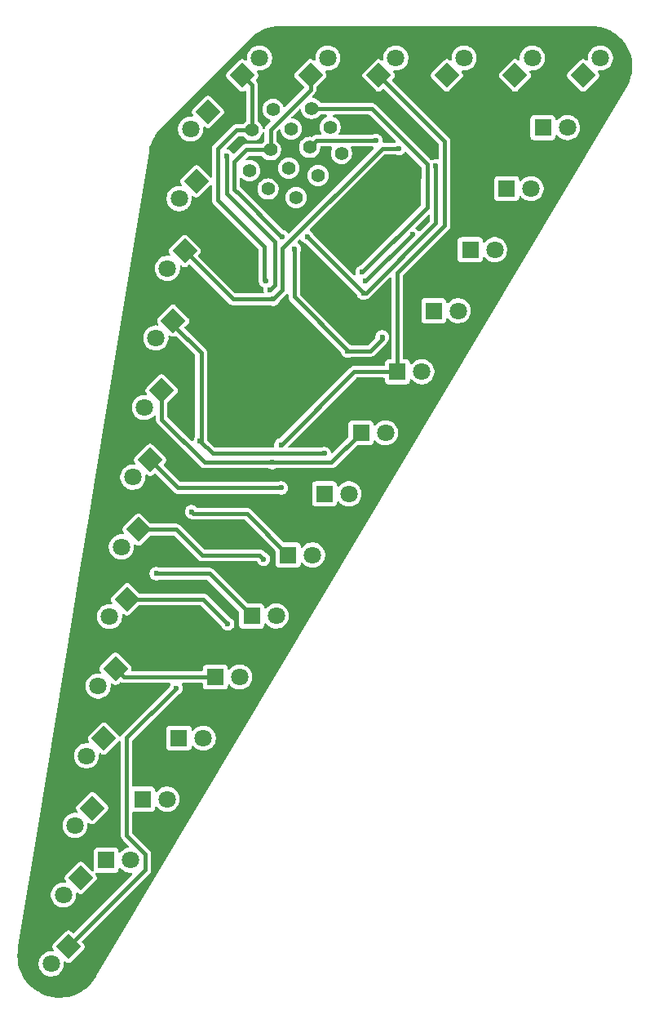
<source format=gbr>
%TF.GenerationSoftware,KiCad,Pcbnew,9.0.7*%
%TF.CreationDate,2026-02-21T03:41:41+02:00*%
%TF.ProjectId,kicad_selka_mk2,6b696361-645f-4736-956c-6b615f6d6b32,rev?*%
%TF.SameCoordinates,Original*%
%TF.FileFunction,Copper,L1,Top*%
%TF.FilePolarity,Positive*%
%FSLAX46Y46*%
G04 Gerber Fmt 4.6, Leading zero omitted, Abs format (unit mm)*
G04 Created by KiCad (PCBNEW 9.0.7) date 2026-02-21 03:41:41*
%MOMM*%
%LPD*%
G01*
G04 APERTURE LIST*
G04 Aperture macros list*
%AMRotRect*
0 Rectangle, with rotation*
0 The origin of the aperture is its center*
0 $1 length*
0 $2 width*
0 $3 Rotation angle, in degrees counterclockwise*
0 Add horizontal line*
21,1,$1,$2,0,0,$3*%
G04 Aperture macros list end*
%TA.AperFunction,ComponentPad*%
%ADD10R,1.800000X1.800000*%
%TD*%
%TA.AperFunction,ComponentPad*%
%ADD11C,1.800000*%
%TD*%
%TA.AperFunction,ComponentPad*%
%ADD12C,1.400000*%
%TD*%
%TA.AperFunction,ComponentPad*%
%ADD13RotRect,1.800000X1.800000X45.000000*%
%TD*%
%TA.AperFunction,ComponentPad*%
%ADD14RotRect,1.800000X1.800000X225.000000*%
%TD*%
%TA.AperFunction,ViaPad*%
%ADD15C,0.600000*%
%TD*%
%TA.AperFunction,Conductor*%
%ADD16C,0.400000*%
%TD*%
G04 APERTURE END LIST*
D10*
%TO.P,D36,1,K*%
%TO.N,Net-(D20-K)*%
X152723200Y-168322000D03*
D11*
%TO.P,D36,2,A*%
%TO.N,Net-(D33-A)*%
X155263200Y-168322000D03*
%TD*%
D12*
%TO.P,J20,1,Pin_1*%
%TO.N,Net-(D21-K)*%
X133858000Y-149606000D03*
%TD*%
D13*
%TO.P,D42,1,K*%
%TO.N,Net-(D18-K)*%
X154076000Y-143916400D03*
D11*
%TO.P,D42,2,A*%
%TO.N,Net-(D41-A)*%
X155872051Y-142120349D03*
%TD*%
D14*
%TO.P,D25,1,K*%
%TO.N,Net-(D17-K)*%
X116073161Y-227108439D03*
D11*
%TO.P,D25,2,A*%
%TO.N,Net-(D25-A)*%
X114277110Y-228904490D03*
%TD*%
D12*
%TO.P,J24,1,Pin_1*%
%TO.N,Net-(D15-K)*%
X137668000Y-153543000D03*
%TD*%
%TO.P,J12,1,Pin_1*%
%TO.N,Net-(D17-K)*%
X141960600Y-149275800D03*
%TD*%
D14*
%TO.P,D26,1,K*%
%TO.N,Net-(D18-K)*%
X114795161Y-234251639D03*
D11*
%TO.P,D26,2,A*%
%TO.N,Net-(D25-A)*%
X112999110Y-236047690D03*
%TD*%
D12*
%TO.P,J2,1,Pin_1*%
%TO.N,Net-(D14-A)*%
X133604000Y-153797000D03*
%TD*%
D10*
%TO.P,D29,1,K*%
%TO.N,Net-(D21-K)*%
X126263200Y-212632000D03*
D11*
%TO.P,D29,2,A*%
%TO.N,Net-(D25-A)*%
X128803200Y-212632000D03*
%TD*%
D12*
%TO.P,J6,1,Pin_1*%
%TO.N,Net-(J6-Pin_1)*%
X140716000Y-154305000D03*
%TD*%
D14*
%TO.P,D20,1,K*%
%TO.N,Net-(D20-K)*%
X122073161Y-191008439D03*
D11*
%TO.P,D20,2,A*%
%TO.N,Net-(D17-A)*%
X120277110Y-192804490D03*
%TD*%
D12*
%TO.P,J26,1,Pin_1*%
%TO.N,Net-(D16-K)*%
X135509000Y-155702000D03*
%TD*%
D13*
%TO.P,D45,1,K*%
%TO.N,Net-(D21-K)*%
X132842000Y-143916400D03*
D11*
%TO.P,D45,2,A*%
%TO.N,Net-(D41-A)*%
X134638051Y-142120349D03*
%TD*%
D12*
%TO.P,J14,1,Pin_1*%
%TO.N,Net-(D18-K)*%
X140030200Y-147345400D03*
%TD*%
D14*
%TO.P,D23,1,K*%
%TO.N,Net-(D15-K)*%
X118473161Y-212668439D03*
D11*
%TO.P,D23,2,A*%
%TO.N,Net-(D17-A)*%
X116677110Y-214464490D03*
%TD*%
D10*
%TO.P,D37,1,K*%
%TO.N,Net-(D21-K)*%
X156503200Y-161992000D03*
D11*
%TO.P,D37,2,A*%
%TO.N,Net-(D33-A)*%
X159043200Y-161992000D03*
%TD*%
D14*
%TO.P,D22,1,K*%
%TO.N,Net-(D14-K)*%
X119673161Y-205448439D03*
D11*
%TO.P,D22,2,A*%
%TO.N,Net-(D17-A)*%
X117877110Y-207244490D03*
%TD*%
D10*
%TO.P,D34,1,K*%
%TO.N,Net-(D18-K)*%
X145163200Y-180982000D03*
D11*
%TO.P,D34,2,A*%
%TO.N,Net-(D33-A)*%
X147703200Y-180982000D03*
%TD*%
D12*
%TO.P,J10,1,Pin_1*%
%TO.N,Net-(D41-A)*%
X136017000Y-147447000D03*
%TD*%
%TO.P,J18,1,Pin_1*%
%TO.N,Net-(D20-K)*%
X135763000Y-151638000D03*
%TD*%
D14*
%TO.P,D15,1,K*%
%TO.N,Net-(D15-K)*%
X128073161Y-154908439D03*
D11*
%TO.P,D15,2,A*%
%TO.N,Net-(D14-A)*%
X126277110Y-156704490D03*
%TD*%
D12*
%TO.P,J16,1,Pin_1*%
%TO.N,Net-(D19-K)*%
X137922000Y-149479000D03*
%TD*%
D14*
%TO.P,D14,1,K*%
%TO.N,Net-(D14-K)*%
X129273161Y-147688439D03*
D11*
%TO.P,D14,2,A*%
%TO.N,Net-(D14-A)*%
X127477110Y-149484490D03*
%TD*%
D13*
%TO.P,D41,1,K*%
%TO.N,Net-(D17-K)*%
X161154000Y-143916400D03*
D11*
%TO.P,D41,2,A*%
%TO.N,Net-(D41-A)*%
X162950051Y-142120349D03*
%TD*%
D13*
%TO.P,D43,1,K*%
%TO.N,Net-(D19-K)*%
X146998000Y-143916400D03*
D11*
%TO.P,D43,2,A*%
%TO.N,Net-(D41-A)*%
X148794051Y-142120349D03*
%TD*%
D10*
%TO.P,D33,1,K*%
%TO.N,Net-(D17-K)*%
X141383200Y-187312000D03*
D11*
%TO.P,D33,2,A*%
%TO.N,Net-(D33-A)*%
X143923200Y-187312000D03*
%TD*%
D10*
%TO.P,D31,1,K*%
%TO.N,Net-(D15-K)*%
X133823200Y-199972000D03*
D11*
%TO.P,D31,2,A*%
%TO.N,Net-(D25-A)*%
X136363200Y-199972000D03*
%TD*%
D10*
%TO.P,D30,1,K*%
%TO.N,Net-(D14-K)*%
X130043200Y-206302000D03*
D11*
%TO.P,D30,2,A*%
%TO.N,Net-(D25-A)*%
X132583200Y-206302000D03*
%TD*%
D14*
%TO.P,D19,1,K*%
%TO.N,Net-(D19-K)*%
X123273161Y-183788439D03*
D11*
%TO.P,D19,2,A*%
%TO.N,Net-(D17-A)*%
X121477110Y-185584490D03*
%TD*%
D14*
%TO.P,D16,1,K*%
%TO.N,Net-(D16-K)*%
X126873161Y-162128439D03*
D11*
%TO.P,D16,2,A*%
%TO.N,Net-(D14-A)*%
X125077110Y-163924490D03*
%TD*%
D12*
%TO.P,J4,1,Pin_1*%
%TO.N,Net-(J4-Pin_1)*%
X138430000Y-156591000D03*
%TD*%
D10*
%TO.P,D27,1,K*%
%TO.N,Net-(D19-K)*%
X118703200Y-225292000D03*
D11*
%TO.P,D27,2,A*%
%TO.N,Net-(D25-A)*%
X121243200Y-225292000D03*
%TD*%
D14*
%TO.P,D18,1,K*%
%TO.N,Net-(D18-K)*%
X124473161Y-176568439D03*
D11*
%TO.P,D18,2,A*%
%TO.N,Net-(D17-A)*%
X122677110Y-178364490D03*
%TD*%
D13*
%TO.P,D44,1,K*%
%TO.N,Net-(D20-K)*%
X139920000Y-143916400D03*
D11*
%TO.P,D44,2,A*%
%TO.N,Net-(D41-A)*%
X141716051Y-142120349D03*
%TD*%
D10*
%TO.P,D35,1,K*%
%TO.N,Net-(D19-K)*%
X148943200Y-174652000D03*
D11*
%TO.P,D35,2,A*%
%TO.N,Net-(D33-A)*%
X151483200Y-174652000D03*
%TD*%
D14*
%TO.P,D24,1,K*%
%TO.N,Net-(D16-K)*%
X117273161Y-219888439D03*
D11*
%TO.P,D24,2,A*%
%TO.N,Net-(D17-A)*%
X115477110Y-221684490D03*
%TD*%
D10*
%TO.P,D38,1,K*%
%TO.N,Net-(D14-K)*%
X160283200Y-155662000D03*
D11*
%TO.P,D38,2,A*%
%TO.N,Net-(D33-A)*%
X162823200Y-155662000D03*
%TD*%
D13*
%TO.P,D40,1,K*%
%TO.N,Net-(D16-K)*%
X168232000Y-143916400D03*
D11*
%TO.P,D40,2,A*%
%TO.N,Net-(D33-A)*%
X170028051Y-142120349D03*
%TD*%
D14*
%TO.P,D17,1,K*%
%TO.N,Net-(D17-K)*%
X125673161Y-169348439D03*
D11*
%TO.P,D17,2,A*%
%TO.N,Net-(D17-A)*%
X123877110Y-171144490D03*
%TD*%
D10*
%TO.P,D28,1,K*%
%TO.N,Net-(D20-K)*%
X122483200Y-218962000D03*
D11*
%TO.P,D28,2,A*%
%TO.N,Net-(D25-A)*%
X125023200Y-218962000D03*
%TD*%
D14*
%TO.P,D21,1,K*%
%TO.N,Net-(D21-K)*%
X120873161Y-198228439D03*
D11*
%TO.P,D21,2,A*%
%TO.N,Net-(D17-A)*%
X119077110Y-200024490D03*
%TD*%
D12*
%TO.P,J8,1,Pin_1*%
%TO.N,Net-(J8-Pin_1)*%
X143129000Y-152019000D03*
%TD*%
D10*
%TO.P,D32,1,K*%
%TO.N,Net-(D16-K)*%
X137603200Y-193642000D03*
D11*
%TO.P,D32,2,A*%
%TO.N,Net-(D25-A)*%
X140143200Y-193642000D03*
%TD*%
D12*
%TO.P,J22,1,Pin_1*%
%TO.N,Net-(D14-K)*%
X139827000Y-151384000D03*
%TD*%
D10*
%TO.P,D39,1,K*%
%TO.N,Net-(D15-K)*%
X164063200Y-149332000D03*
D11*
%TO.P,D39,2,A*%
%TO.N,Net-(D33-A)*%
X166603200Y-149332000D03*
%TD*%
D15*
%TO.N,Net-(D20-K)*%
X147370800Y-171043600D03*
%TO.N,Net-(D16-K)*%
X149114272Y-151494728D03*
%TO.N,Net-(D21-K)*%
X131329000Y-200787000D03*
%TO.N,Net-(D20-K)*%
X135052200Y-194085703D03*
%TO.N,Net-(D18-K)*%
X145271283Y-164314632D03*
%TO.N,Net-(D20-K)*%
X143790200Y-172492274D03*
%TO.N,Net-(D19-K)*%
X136870000Y-182234000D03*
%TO.N,Net-(D18-K)*%
X125968793Y-207448896D03*
X135945000Y-184060000D03*
%TO.N,Net-(D17-K)*%
X141351000Y-183134000D03*
%TO.N,Net-(D14-K)*%
X135742415Y-166138000D03*
%TO.N,Net-(D17-K)*%
X128475595Y-181837203D03*
%TO.N,Net-(D15-K)*%
X139573000Y-160655000D03*
%TO.N,Net-(D20-K)*%
X138228197Y-161900997D03*
%TO.N,Net-(D19-K)*%
X136870000Y-186690000D03*
%TO.N,Net-(D21-K)*%
X145655206Y-165238000D03*
%TO.N,Net-(D16-K)*%
X127575595Y-189159595D03*
%TO.N,Net-(D21-K)*%
X135255000Y-165238000D03*
%TO.N,Net-(D20-K)*%
X136955403Y-160628203D03*
%TO.N,Net-(D15-K)*%
X145414518Y-166496518D03*
%TO.N,Net-(D14-K)*%
X131202000Y-152282744D03*
X146729396Y-150684000D03*
%TO.N,Net-(D21-K)*%
X150493603Y-160399603D03*
%TO.N,Net-(D15-K)*%
X123913000Y-195580000D03*
%TO.N,Net-(D16-K)*%
X136019103Y-167134103D03*
%TO.N,Net-(D15-K)*%
X152944400Y-153308263D03*
%TD*%
D16*
%TO.N,Net-(D16-K)*%
X127773000Y-189357000D02*
X133318200Y-189357000D01*
X133318200Y-189357000D02*
X137603200Y-193642000D01*
X127575595Y-189159595D02*
X127773000Y-189357000D01*
%TO.N,Net-(D14-K)*%
X130043200Y-206302000D02*
X120526722Y-206302000D01*
X120526722Y-206302000D02*
X119673161Y-205448439D01*
%TO.N,Net-(D20-K)*%
X143790200Y-172440003D02*
X138228197Y-166878000D01*
%TO.N,Net-(D21-K)*%
X133858000Y-149606000D02*
X133858000Y-144932400D01*
%TO.N,Net-(D20-K)*%
X135052200Y-194085703D02*
X134641497Y-193675000D01*
%TO.N,Net-(D14-K)*%
X136193000Y-165686000D02*
X136193000Y-161173000D01*
X140527000Y-150684000D02*
X139827000Y-151384000D01*
%TO.N,Net-(D20-K)*%
X128651000Y-193675000D02*
X125984439Y-191008439D01*
%TO.N,Net-(D18-K)*%
X135945000Y-184060000D02*
X135908000Y-184023000D01*
%TO.N,Net-(D20-K)*%
X134641497Y-193675000D02*
X128651000Y-193675000D01*
X132003000Y-152908000D02*
X133273000Y-151638000D01*
%TO.N,Net-(D17-K)*%
X125673161Y-169767561D02*
X125673161Y-169348439D01*
%TO.N,Net-(D20-K)*%
X133273000Y-151638000D02*
X135763000Y-151638000D01*
%TO.N,Net-(D18-K)*%
X124473161Y-179591161D02*
X124473161Y-176568439D01*
X120832200Y-222722910D02*
X122769200Y-224659910D01*
X125968793Y-207448896D02*
X120832200Y-212585489D01*
X122769200Y-224659910D02*
X122769200Y-226277600D01*
%TO.N,Net-(D21-K)*%
X130302000Y-156845000D02*
X135122500Y-161665500D01*
%TO.N,Net-(D18-K)*%
X120832200Y-212585489D02*
X120832200Y-222722910D01*
X122769200Y-226277600D02*
X114795161Y-234251639D01*
X128905000Y-184023000D02*
X124473161Y-179591161D01*
%TO.N,Net-(D15-K)*%
X145670896Y-166496518D02*
X145414518Y-166496518D01*
%TO.N,Net-(D21-K)*%
X135122500Y-165105500D02*
X135255000Y-165238000D01*
%TO.N,Net-(D18-K)*%
X146177000Y-147396200D02*
X146126200Y-147345400D01*
%TO.N,Net-(D20-K)*%
X136920997Y-160628203D02*
X132303000Y-156010206D01*
%TO.N,Net-(D19-K)*%
X148943200Y-174652000D02*
X144452000Y-174652000D01*
%TO.N,Net-(D20-K)*%
X147370800Y-171282414D02*
X147370800Y-171043600D01*
%TO.N,Net-(D18-K)*%
X146289951Y-147396200D02*
X146177000Y-147396200D01*
%TO.N,Net-(D21-K)*%
X131329000Y-200787000D02*
X128770439Y-198228439D01*
%TO.N,Net-(D18-K)*%
X146289951Y-147396200D02*
X140081000Y-147396200D01*
%TO.N,Net-(D20-K)*%
X146160940Y-172492274D02*
X147370800Y-171282414D01*
%TO.N,Net-(D18-K)*%
X145271283Y-164314632D02*
X145304367Y-164314632D01*
%TO.N,Net-(D17-K)*%
X128475595Y-181837203D02*
X129772392Y-183134000D01*
%TO.N,Net-(D19-K)*%
X146998000Y-143916400D02*
X153845400Y-150763800D01*
%TO.N,Net-(D15-K)*%
X152944400Y-153308263D02*
X152944400Y-159223013D01*
%TO.N,Net-(D20-K)*%
X125984439Y-191008439D02*
X122073161Y-191008439D01*
%TO.N,Net-(D18-K)*%
X135908000Y-184023000D02*
X128905000Y-184023000D01*
%TO.N,Net-(D17-K)*%
X128562599Y-172656999D02*
X125673161Y-169767561D01*
%TO.N,Net-(D14-K)*%
X131202000Y-156182000D02*
X131202000Y-152282744D01*
%TO.N,Net-(D15-K)*%
X152944400Y-159223013D02*
X145670896Y-166496518D01*
%TO.N,Net-(D16-K)*%
X147361672Y-151494728D02*
X149114272Y-151494728D01*
%TO.N,Net-(D19-K)*%
X136870000Y-186690000D02*
X126174722Y-186690000D01*
%TO.N,Net-(D18-K)*%
X135945000Y-184060000D02*
X142085200Y-184060000D01*
%TO.N,Net-(D16-K)*%
X136019103Y-167134103D02*
X131878825Y-167134103D01*
%TO.N,Net-(D18-K)*%
X142085200Y-184060000D02*
X145163200Y-180982000D01*
%TO.N,Net-(D21-K)*%
X133858000Y-144932400D02*
X132842000Y-143916400D01*
%TO.N,Net-(D17-K)*%
X129772392Y-183134000D02*
X141351000Y-183134000D01*
%TO.N,Net-(D21-K)*%
X128770439Y-198228439D02*
X120873161Y-198228439D01*
%TO.N,Net-(D19-K)*%
X126174722Y-186690000D02*
X123273161Y-183788439D01*
%TO.N,Net-(D21-K)*%
X133858000Y-149606000D02*
X132207000Y-149606000D01*
%TO.N,Net-(D20-K)*%
X136955403Y-160628203D02*
X136920997Y-160628203D01*
%TO.N,Net-(D21-K)*%
X132207000Y-149606000D02*
X130302000Y-151511000D01*
%TO.N,Net-(D18-K)*%
X145304367Y-164314632D02*
X152019000Y-157599999D01*
%TO.N,Net-(D16-K)*%
X131878825Y-167134103D02*
X126873161Y-162128439D01*
%TO.N,Net-(D19-K)*%
X153845400Y-150763800D02*
X153845400Y-159453386D01*
%TO.N,Net-(D20-K)*%
X132261206Y-156010206D02*
X132003000Y-155752000D01*
X132303000Y-156010206D02*
X132261206Y-156010206D01*
X132003000Y-155752000D02*
X132003000Y-152908000D01*
%TO.N,Net-(D21-K)*%
X130302000Y-151511000D02*
X130302000Y-156845000D01*
X150493603Y-160399603D02*
X145655206Y-165238000D01*
%TO.N,Net-(D14-K)*%
X135742415Y-166138000D02*
X135742415Y-166136585D01*
%TO.N,Net-(D20-K)*%
X139920000Y-145383892D02*
X139920000Y-143916400D01*
X135763000Y-149540892D02*
X139920000Y-145383892D01*
%TO.N,Net-(D15-K)*%
X129431200Y-195580000D02*
X123913000Y-195580000D01*
%TO.N,Net-(D21-K)*%
X135122500Y-161665500D02*
X135122500Y-165105500D01*
%TO.N,Net-(D20-K)*%
X135763000Y-151638000D02*
X135763000Y-149540892D01*
%TO.N,Net-(D14-K)*%
X136193000Y-161173000D02*
X131202000Y-156182000D01*
%TO.N,Net-(D16-K)*%
X136994000Y-166159206D02*
X136994000Y-161862400D01*
%TO.N,Net-(D14-K)*%
X135742415Y-166136585D02*
X136193000Y-165686000D01*
%TO.N,Net-(D16-K)*%
X136994000Y-161862400D02*
X147361672Y-151494728D01*
%TO.N,Net-(D20-K)*%
X138228197Y-166878000D02*
X138228197Y-161900997D01*
%TO.N,Net-(D17-K)*%
X128475595Y-181837203D02*
X128562599Y-181750199D01*
%TO.N,Net-(D15-K)*%
X133823200Y-199972000D02*
X129431200Y-195580000D01*
%TO.N,Net-(D17-K)*%
X128562599Y-181750199D02*
X128562599Y-172656999D01*
%TO.N,Net-(D18-K)*%
X152019000Y-154711400D02*
X152044400Y-154686000D01*
%TO.N,Net-(D19-K)*%
X148943200Y-164355586D02*
X148943200Y-174652000D01*
%TO.N,Net-(D20-K)*%
X143790200Y-172492274D02*
X143790200Y-172440003D01*
X143790200Y-172492274D02*
X146160940Y-172492274D01*
%TO.N,Net-(D19-K)*%
X153845400Y-159453386D02*
X148943200Y-164355586D01*
%TO.N,Net-(D15-K)*%
X145414518Y-166496518D02*
X139573000Y-160655000D01*
%TO.N,Net-(D18-K)*%
X146126200Y-147345400D02*
X140030200Y-147345400D01*
%TO.N,Net-(D19-K)*%
X144452000Y-174652000D02*
X136870000Y-182234000D01*
%TO.N,Net-(D18-K)*%
X152044400Y-154686000D02*
X152044400Y-153150649D01*
%TO.N,Net-(D14-K)*%
X146729396Y-150684000D02*
X140527000Y-150684000D01*
%TO.N,Net-(D18-K)*%
X152044400Y-153150649D02*
X146289951Y-147396200D01*
X152019000Y-157599999D02*
X152019000Y-154711400D01*
%TO.N,Net-(D16-K)*%
X136019103Y-167134103D02*
X136994000Y-166159206D01*
%TD*%
%TA.AperFunction,NonConductor*%
G36*
X169161766Y-138828905D02*
G01*
X169167401Y-138829029D01*
X169545368Y-138846168D01*
X169556803Y-138847220D01*
X169870282Y-138890780D01*
X169928696Y-138898898D01*
X169939999Y-138901007D01*
X169990215Y-138912809D01*
X170305516Y-138986913D01*
X170316540Y-138990050D01*
X170588768Y-139081352D01*
X170672533Y-139109446D01*
X170683253Y-139113604D01*
X170792473Y-139161902D01*
X171026644Y-139265457D01*
X171036904Y-139270575D01*
X171364764Y-139453591D01*
X171374529Y-139459652D01*
X171684008Y-139672238D01*
X171693173Y-139679180D01*
X171981640Y-139919525D01*
X171990113Y-139927278D01*
X172120732Y-140058425D01*
X172255065Y-140193302D01*
X172262792Y-140201816D01*
X172501970Y-140491244D01*
X172508871Y-140500430D01*
X172652724Y-140711670D01*
X172720214Y-140810776D01*
X172726238Y-140820570D01*
X172907914Y-141149137D01*
X172913006Y-141159447D01*
X173063473Y-141503447D01*
X173067587Y-141514184D01*
X173185539Y-141870632D01*
X173188641Y-141881704D01*
X173273067Y-142247538D01*
X173275131Y-142258850D01*
X173325309Y-142630955D01*
X173326315Y-142642408D01*
X173341810Y-143017534D01*
X173341752Y-143029033D01*
X173322429Y-143404006D01*
X173321305Y-143415449D01*
X173267336Y-143786997D01*
X173265158Y-143798288D01*
X173176998Y-144163266D01*
X173173782Y-144174306D01*
X173052202Y-144529520D01*
X173047979Y-144540214D01*
X172894010Y-144882661D01*
X172888813Y-144892919D01*
X172702347Y-145222168D01*
X172701913Y-145222928D01*
X172700698Y-145225037D01*
X172665860Y-145280398D01*
X172662415Y-145291536D01*
X172655506Y-145303538D01*
X172655089Y-145303935D01*
X172654511Y-145305235D01*
X117718059Y-237322523D01*
X117714984Y-237327007D01*
X117680467Y-237385473D01*
X117677428Y-237390357D01*
X117458669Y-237724458D01*
X117451925Y-237733784D01*
X117204923Y-238043913D01*
X117197343Y-238052573D01*
X116922653Y-238338467D01*
X116914303Y-238346387D01*
X116614297Y-238605576D01*
X116605248Y-238612687D01*
X116282502Y-238842948D01*
X116272842Y-238849184D01*
X116016739Y-238998155D01*
X115930130Y-239048535D01*
X115919925Y-239053853D01*
X115560217Y-239220568D01*
X115549561Y-239224918D01*
X115175941Y-239357565D01*
X115164929Y-239360908D01*
X114780625Y-239458345D01*
X114769350Y-239460653D01*
X114377657Y-239522041D01*
X114366217Y-239523293D01*
X113970528Y-239548103D01*
X113959020Y-239548289D01*
X113562743Y-239536307D01*
X113551268Y-239535426D01*
X113157802Y-239486754D01*
X113146458Y-239484813D01*
X112759188Y-239399869D01*
X112748074Y-239396884D01*
X112370368Y-239276409D01*
X112359577Y-239272407D01*
X111994644Y-239117422D01*
X111984272Y-239112436D01*
X111635302Y-238924298D01*
X111625436Y-238918372D01*
X111295400Y-238698682D01*
X111286126Y-238691868D01*
X111260143Y-238670850D01*
X110977870Y-238442518D01*
X110969287Y-238434890D01*
X110685474Y-238158034D01*
X110677618Y-238149624D01*
X110420712Y-237847665D01*
X110413669Y-237838563D01*
X110185860Y-237514080D01*
X110179691Y-237504364D01*
X109982945Y-237160155D01*
X109977704Y-237149909D01*
X109813722Y-236788952D01*
X109809453Y-236778265D01*
X109679631Y-236403628D01*
X109676381Y-236392618D01*
X109581855Y-236007576D01*
X109579637Y-235996305D01*
X109572044Y-235945338D01*
X111698610Y-235945338D01*
X111698610Y-236150041D01*
X111730632Y-236352224D01*
X111793891Y-236546913D01*
X111886825Y-236729303D01*
X112007138Y-236894903D01*
X112151896Y-237039661D01*
X112303642Y-237149909D01*
X112317500Y-237159977D01*
X112433717Y-237219193D01*
X112499886Y-237252908D01*
X112499888Y-237252908D01*
X112499891Y-237252910D01*
X112604247Y-237286817D01*
X112694575Y-237316167D01*
X112763016Y-237327007D01*
X112896758Y-237348190D01*
X112896759Y-237348190D01*
X113101461Y-237348190D01*
X113101462Y-237348190D01*
X113303644Y-237316167D01*
X113498329Y-237252910D01*
X113680720Y-237159977D01*
X113773700Y-237092422D01*
X113846323Y-237039661D01*
X113846325Y-237039658D01*
X113846329Y-237039656D01*
X113991076Y-236894909D01*
X113991078Y-236894905D01*
X113991081Y-236894903D01*
X114043842Y-236822280D01*
X114111397Y-236729300D01*
X114204330Y-236546909D01*
X114267587Y-236352224D01*
X114299610Y-236150042D01*
X114299610Y-235945338D01*
X114293430Y-235906322D01*
X114302384Y-235837033D01*
X114347379Y-235783581D01*
X114414130Y-235762940D01*
X114481444Y-235781664D01*
X114503584Y-235799246D01*
X114534251Y-235829913D01*
X114611069Y-235885726D01*
X114611070Y-235885726D01*
X114611071Y-235885727D01*
X114731728Y-235924931D01*
X114731729Y-235924931D01*
X114858593Y-235924931D01*
X114858594Y-235924931D01*
X114979251Y-235885727D01*
X115056070Y-235829915D01*
X116373435Y-234512548D01*
X116429249Y-234435729D01*
X116468453Y-234315072D01*
X116468453Y-234188206D01*
X116429249Y-234067549D01*
X116406924Y-234036821D01*
X116373440Y-233990733D01*
X116227051Y-233844344D01*
X116193566Y-233783021D01*
X116198550Y-233713329D01*
X116227049Y-233668984D01*
X123127706Y-226768328D01*
X123127711Y-226768324D01*
X123137914Y-226758120D01*
X123137916Y-226758120D01*
X123249720Y-226646316D01*
X123322619Y-226520050D01*
X123328777Y-226509385D01*
X123369700Y-226356657D01*
X123369700Y-226198543D01*
X123369700Y-224748970D01*
X123369701Y-224748957D01*
X123369701Y-224580854D01*
X123369701Y-224580853D01*
X123328777Y-224428126D01*
X123328773Y-224428119D01*
X123249724Y-224291200D01*
X123249718Y-224291192D01*
X121469019Y-222510493D01*
X121435534Y-222449170D01*
X121432700Y-222422812D01*
X121432700Y-220386499D01*
X121452385Y-220319460D01*
X121505189Y-220273705D01*
X121556695Y-220262499D01*
X123414718Y-220262499D01*
X123508504Y-220247646D01*
X123621542Y-220190050D01*
X123711250Y-220100342D01*
X123768846Y-219987304D01*
X123768846Y-219987302D01*
X123768847Y-219987301D01*
X123783699Y-219893525D01*
X123783700Y-219893519D01*
X123783699Y-219850149D01*
X123803382Y-219783113D01*
X123856185Y-219737357D01*
X123925343Y-219727412D01*
X123988900Y-219756435D01*
X124008017Y-219777265D01*
X124031228Y-219809212D01*
X124031232Y-219809217D01*
X124175986Y-219953971D01*
X124330949Y-220066556D01*
X124341590Y-220074287D01*
X124457807Y-220133503D01*
X124523976Y-220167218D01*
X124523978Y-220167218D01*
X124523981Y-220167220D01*
X124594245Y-220190050D01*
X124718665Y-220230477D01*
X124819757Y-220246488D01*
X124920848Y-220262500D01*
X124920849Y-220262500D01*
X125125551Y-220262500D01*
X125125552Y-220262500D01*
X125327734Y-220230477D01*
X125522419Y-220167220D01*
X125704810Y-220074287D01*
X125824537Y-219987301D01*
X125870413Y-219953971D01*
X125870415Y-219953968D01*
X125870419Y-219953966D01*
X126015166Y-219809219D01*
X126015168Y-219809215D01*
X126015171Y-219809213D01*
X126091359Y-219704347D01*
X126135487Y-219643610D01*
X126228420Y-219461219D01*
X126291677Y-219266534D01*
X126323700Y-219064352D01*
X126323700Y-218859648D01*
X126291677Y-218657466D01*
X126228420Y-218462781D01*
X126228418Y-218462778D01*
X126228418Y-218462776D01*
X126194703Y-218396607D01*
X126135487Y-218280390D01*
X126127756Y-218269749D01*
X126015171Y-218114786D01*
X125870413Y-217970028D01*
X125704813Y-217849715D01*
X125704812Y-217849714D01*
X125704810Y-217849713D01*
X125647853Y-217820691D01*
X125522423Y-217756781D01*
X125327734Y-217693522D01*
X125153195Y-217665878D01*
X125125552Y-217661500D01*
X124920848Y-217661500D01*
X124896529Y-217665351D01*
X124718665Y-217693522D01*
X124523976Y-217756781D01*
X124341586Y-217849715D01*
X124175986Y-217970028D01*
X124031232Y-218114782D01*
X124031228Y-218114787D01*
X124008017Y-218146735D01*
X123952687Y-218189401D01*
X123883074Y-218195380D01*
X123821279Y-218162774D01*
X123786922Y-218101936D01*
X123783699Y-218073850D01*
X123783699Y-218030482D01*
X123768846Y-217936696D01*
X123711250Y-217823658D01*
X123711246Y-217823654D01*
X123711245Y-217823652D01*
X123621547Y-217733954D01*
X123621544Y-217733952D01*
X123621542Y-217733950D01*
X123533700Y-217689192D01*
X123508501Y-217676352D01*
X123414724Y-217661500D01*
X121556700Y-217661500D01*
X121489661Y-217641815D01*
X121443906Y-217589011D01*
X121432700Y-217537500D01*
X121432700Y-212885585D01*
X121452385Y-212818546D01*
X121469014Y-212797909D01*
X122566448Y-211700475D01*
X124962700Y-211700475D01*
X124962700Y-213563517D01*
X124971214Y-213617271D01*
X124977554Y-213657304D01*
X125035150Y-213770342D01*
X125035152Y-213770344D01*
X125035154Y-213770347D01*
X125124852Y-213860045D01*
X125124854Y-213860046D01*
X125124858Y-213860050D01*
X125237894Y-213917645D01*
X125237898Y-213917647D01*
X125331675Y-213932499D01*
X125331681Y-213932500D01*
X127194718Y-213932499D01*
X127288504Y-213917646D01*
X127401542Y-213860050D01*
X127491250Y-213770342D01*
X127548846Y-213657304D01*
X127548846Y-213657302D01*
X127548847Y-213657301D01*
X127563699Y-213563525D01*
X127563700Y-213563519D01*
X127563699Y-213520149D01*
X127583382Y-213453113D01*
X127636185Y-213407357D01*
X127705343Y-213397412D01*
X127768900Y-213426435D01*
X127788017Y-213447265D01*
X127811228Y-213479212D01*
X127811232Y-213479217D01*
X127955986Y-213623971D01*
X128110949Y-213736556D01*
X128121590Y-213744287D01*
X128237807Y-213803503D01*
X128303976Y-213837218D01*
X128303978Y-213837218D01*
X128303981Y-213837220D01*
X128374245Y-213860050D01*
X128498665Y-213900477D01*
X128599757Y-213916488D01*
X128700848Y-213932500D01*
X128700849Y-213932500D01*
X128905551Y-213932500D01*
X128905552Y-213932500D01*
X129107734Y-213900477D01*
X129302419Y-213837220D01*
X129484810Y-213744287D01*
X129604537Y-213657301D01*
X129650413Y-213623971D01*
X129650415Y-213623968D01*
X129650419Y-213623966D01*
X129795166Y-213479219D01*
X129795168Y-213479215D01*
X129795171Y-213479213D01*
X129887446Y-213352205D01*
X129915487Y-213313610D01*
X130008420Y-213131219D01*
X130071677Y-212936534D01*
X130103700Y-212734352D01*
X130103700Y-212529648D01*
X130084358Y-212407529D01*
X130071677Y-212327465D01*
X130008418Y-212132776D01*
X129974703Y-212066607D01*
X129915487Y-211950390D01*
X129907756Y-211939749D01*
X129795171Y-211784786D01*
X129650413Y-211640028D01*
X129484813Y-211519715D01*
X129484812Y-211519714D01*
X129484810Y-211519713D01*
X129427853Y-211490691D01*
X129302423Y-211426781D01*
X129107734Y-211363522D01*
X128933195Y-211335878D01*
X128905552Y-211331500D01*
X128700848Y-211331500D01*
X128676529Y-211335351D01*
X128498665Y-211363522D01*
X128303976Y-211426781D01*
X128121586Y-211519715D01*
X127955986Y-211640028D01*
X127811232Y-211784782D01*
X127811228Y-211784787D01*
X127788017Y-211816735D01*
X127732687Y-211859401D01*
X127663074Y-211865380D01*
X127601279Y-211832774D01*
X127566922Y-211771936D01*
X127563699Y-211743850D01*
X127563699Y-211700482D01*
X127563698Y-211700475D01*
X127548846Y-211606696D01*
X127491250Y-211493658D01*
X127491246Y-211493654D01*
X127491245Y-211493652D01*
X127401547Y-211403954D01*
X127401544Y-211403952D01*
X127401542Y-211403950D01*
X127322198Y-211363522D01*
X127288501Y-211346352D01*
X127194724Y-211331500D01*
X125331682Y-211331500D01*
X125250719Y-211344323D01*
X125237896Y-211346354D01*
X125124858Y-211403950D01*
X125124857Y-211403951D01*
X125124852Y-211403954D01*
X125035154Y-211493652D01*
X125035151Y-211493657D01*
X124977552Y-211606698D01*
X124962700Y-211700475D01*
X122566448Y-211700475D01*
X126110731Y-208156191D01*
X126167575Y-208125152D01*
X126167299Y-208124242D01*
X126171670Y-208122916D01*
X126172052Y-208122708D01*
X126173027Y-208122504D01*
X126173118Y-208122476D01*
X126173121Y-208122476D01*
X126300604Y-208069671D01*
X126415335Y-207993010D01*
X126512907Y-207895438D01*
X126589568Y-207780707D01*
X126642373Y-207653224D01*
X126666874Y-207530050D01*
X126669293Y-207517891D01*
X126669293Y-207379900D01*
X126642374Y-207244573D01*
X126642373Y-207244572D01*
X126642373Y-207244568D01*
X126619834Y-207190153D01*
X126589571Y-207117091D01*
X126589569Y-207117087D01*
X126589568Y-207117085D01*
X126580242Y-207103127D01*
X126575073Y-207095391D01*
X126554195Y-207028714D01*
X126572679Y-206961334D01*
X126624658Y-206914643D01*
X126678175Y-206902500D01*
X128618701Y-206902500D01*
X128685740Y-206922185D01*
X128731495Y-206974989D01*
X128742701Y-207026500D01*
X128742701Y-207233518D01*
X128757554Y-207327304D01*
X128815150Y-207440342D01*
X128815152Y-207440344D01*
X128815154Y-207440347D01*
X128904852Y-207530045D01*
X128904854Y-207530046D01*
X128904858Y-207530050D01*
X129017894Y-207587645D01*
X129017898Y-207587647D01*
X129111675Y-207602499D01*
X129111681Y-207602500D01*
X130974718Y-207602499D01*
X131068504Y-207587646D01*
X131181542Y-207530050D01*
X131271250Y-207440342D01*
X131328846Y-207327304D01*
X131328846Y-207327302D01*
X131328847Y-207327301D01*
X131343699Y-207233525D01*
X131343700Y-207233519D01*
X131343699Y-207190149D01*
X131363382Y-207123113D01*
X131416185Y-207077357D01*
X131485343Y-207067412D01*
X131548900Y-207096435D01*
X131568017Y-207117265D01*
X131591228Y-207149212D01*
X131591232Y-207149217D01*
X131735986Y-207293971D01*
X131854260Y-207379900D01*
X131901590Y-207414287D01*
X132017807Y-207473503D01*
X132083976Y-207507218D01*
X132083978Y-207507218D01*
X132083981Y-207507220D01*
X132154245Y-207530050D01*
X132278665Y-207570477D01*
X132379757Y-207586488D01*
X132480848Y-207602500D01*
X132480849Y-207602500D01*
X132685551Y-207602500D01*
X132685552Y-207602500D01*
X132887734Y-207570477D01*
X133082419Y-207507220D01*
X133264810Y-207414287D01*
X133384537Y-207327301D01*
X133430413Y-207293971D01*
X133430415Y-207293968D01*
X133430419Y-207293966D01*
X133575166Y-207149219D01*
X133575168Y-207149215D01*
X133575171Y-207149213D01*
X133634602Y-207067412D01*
X133695487Y-206983610D01*
X133788420Y-206801219D01*
X133851677Y-206606534D01*
X133883700Y-206404352D01*
X133883700Y-206199648D01*
X133851677Y-205997466D01*
X133844706Y-205976013D01*
X133788418Y-205802776D01*
X133740810Y-205709341D01*
X133695487Y-205620390D01*
X133651505Y-205559853D01*
X133575171Y-205454786D01*
X133430413Y-205310028D01*
X133264813Y-205189715D01*
X133264812Y-205189714D01*
X133264810Y-205189713D01*
X133207853Y-205160691D01*
X133082423Y-205096781D01*
X132887734Y-205033522D01*
X132713195Y-205005878D01*
X132685552Y-205001500D01*
X132480848Y-205001500D01*
X132456529Y-205005351D01*
X132278665Y-205033522D01*
X132083976Y-205096781D01*
X131901586Y-205189715D01*
X131735986Y-205310028D01*
X131591232Y-205454782D01*
X131591228Y-205454787D01*
X131568017Y-205486735D01*
X131512687Y-205529401D01*
X131443074Y-205535380D01*
X131381279Y-205502774D01*
X131346922Y-205441936D01*
X131343699Y-205413850D01*
X131343699Y-205370482D01*
X131343698Y-205370475D01*
X131328846Y-205276696D01*
X131271250Y-205163658D01*
X131271246Y-205163654D01*
X131271245Y-205163652D01*
X131181547Y-205073954D01*
X131181544Y-205073952D01*
X131181542Y-205073950D01*
X131102198Y-205033522D01*
X131068501Y-205016352D01*
X130974724Y-205001500D01*
X129111682Y-205001500D01*
X129030719Y-205014323D01*
X129017896Y-205016354D01*
X128904858Y-205073950D01*
X128904857Y-205073951D01*
X128904852Y-205073954D01*
X128815154Y-205163652D01*
X128815151Y-205163657D01*
X128757552Y-205276698D01*
X128742700Y-205370475D01*
X128742700Y-205577500D01*
X128723015Y-205644539D01*
X128670211Y-205690294D01*
X128618700Y-205701500D01*
X121455511Y-205701500D01*
X121388472Y-205681815D01*
X121342717Y-205629011D01*
X121332773Y-205559853D01*
X121337580Y-205539182D01*
X121346452Y-205511875D01*
X121346451Y-205511875D01*
X121346453Y-205511872D01*
X121346453Y-205385006D01*
X121307249Y-205264349D01*
X121284924Y-205233621D01*
X121251440Y-205187533D01*
X121251438Y-205187531D01*
X119934073Y-203870167D01*
X119934070Y-203870164D01*
X119857252Y-203814351D01*
X119736595Y-203775147D01*
X119736594Y-203775147D01*
X119609728Y-203775147D01*
X119609726Y-203775147D01*
X119489071Y-203814351D01*
X119489069Y-203814352D01*
X119412255Y-203870159D01*
X119412253Y-203870161D01*
X118094889Y-205187526D01*
X118094886Y-205187529D01*
X118039073Y-205264347D01*
X117999869Y-205385004D01*
X117999869Y-205511873D01*
X118015459Y-205559853D01*
X118039073Y-205632529D01*
X118039074Y-205632530D01*
X118094879Y-205709341D01*
X118094882Y-205709344D01*
X118094885Y-205709348D01*
X118125553Y-205740016D01*
X118159037Y-205801335D01*
X118154053Y-205871027D01*
X118112183Y-205926961D01*
X118046719Y-205951379D01*
X118018476Y-205950169D01*
X118005647Y-205948137D01*
X117979462Y-205943990D01*
X117774758Y-205943990D01*
X117750439Y-205947841D01*
X117572575Y-205976012D01*
X117377886Y-206039271D01*
X117195496Y-206132205D01*
X117029896Y-206252518D01*
X116885138Y-206397276D01*
X116764825Y-206562876D01*
X116671891Y-206745266D01*
X116608632Y-206939955D01*
X116576610Y-207142138D01*
X116576610Y-207346841D01*
X116608632Y-207549024D01*
X116671891Y-207743713D01*
X116735801Y-207869143D01*
X116749201Y-207895441D01*
X116764825Y-207926103D01*
X116885138Y-208091703D01*
X117029896Y-208236461D01*
X117184859Y-208349046D01*
X117195500Y-208356777D01*
X117311717Y-208415993D01*
X117377886Y-208449708D01*
X117377888Y-208449708D01*
X117377891Y-208449710D01*
X117482247Y-208483617D01*
X117572575Y-208512967D01*
X117673667Y-208528978D01*
X117774758Y-208544990D01*
X117774759Y-208544990D01*
X117979461Y-208544990D01*
X117979462Y-208544990D01*
X118181644Y-208512967D01*
X118376329Y-208449710D01*
X118558720Y-208356777D01*
X118651700Y-208289222D01*
X118724323Y-208236461D01*
X118724325Y-208236458D01*
X118724329Y-208236456D01*
X118869076Y-208091709D01*
X118869078Y-208091705D01*
X118869081Y-208091703D01*
X118940784Y-207993010D01*
X118989397Y-207926100D01*
X119082330Y-207743709D01*
X119145587Y-207549024D01*
X119177610Y-207346842D01*
X119177610Y-207142138D01*
X119171430Y-207103122D01*
X119180384Y-207033833D01*
X119225379Y-206980381D01*
X119292130Y-206959740D01*
X119359444Y-206978464D01*
X119381584Y-206996046D01*
X119412251Y-207026713D01*
X119489069Y-207082526D01*
X119489070Y-207082526D01*
X119489071Y-207082527D01*
X119609728Y-207121731D01*
X119609729Y-207121731D01*
X119736593Y-207121731D01*
X119736594Y-207121731D01*
X119857251Y-207082527D01*
X119934070Y-207026715D01*
X120103573Y-206857211D01*
X120164891Y-206823729D01*
X120234583Y-206828713D01*
X120253239Y-206837502D01*
X120294938Y-206861577D01*
X120447665Y-206902501D01*
X120447667Y-206902501D01*
X120613376Y-206902501D01*
X120613392Y-206902500D01*
X125259411Y-206902500D01*
X125326450Y-206922185D01*
X125372205Y-206974989D01*
X125382149Y-207044147D01*
X125372741Y-207076821D01*
X125368421Y-207086549D01*
X125348018Y-207117085D01*
X125295213Y-207244568D01*
X125292742Y-207256989D01*
X125287144Y-207269597D01*
X125273103Y-207286149D01*
X125263041Y-207305384D01*
X125261495Y-207306957D01*
X120463486Y-212104967D01*
X120351681Y-212216771D01*
X120351679Y-212216773D01*
X120325016Y-212262957D01*
X120323504Y-212265576D01*
X120272623Y-212353704D01*
X120266348Y-212377120D01*
X120260291Y-212388908D01*
X120244977Y-212405010D01*
X120233409Y-212423988D01*
X120221366Y-212429837D01*
X120212141Y-212439538D01*
X120190551Y-212444805D01*
X120170561Y-212454515D01*
X120157267Y-212452925D01*
X120144263Y-212456098D01*
X120123253Y-212448857D01*
X120101185Y-212446218D01*
X120090233Y-212437477D01*
X120078206Y-212433332D01*
X120066603Y-212418617D01*
X120055939Y-212410106D01*
X120054609Y-212411243D01*
X120051438Y-212407531D01*
X118734073Y-211090167D01*
X118734070Y-211090164D01*
X118657252Y-211034351D01*
X118536595Y-210995147D01*
X118536594Y-210995147D01*
X118409728Y-210995147D01*
X118409726Y-210995147D01*
X118289071Y-211034351D01*
X118289069Y-211034352D01*
X118212255Y-211090159D01*
X118212253Y-211090161D01*
X116894889Y-212407526D01*
X116894886Y-212407529D01*
X116839073Y-212484347D01*
X116799869Y-212605004D01*
X116799869Y-212731873D01*
X116819471Y-212792200D01*
X116839073Y-212852529D01*
X116839074Y-212852530D01*
X116894879Y-212929341D01*
X116894882Y-212929344D01*
X116894885Y-212929348D01*
X116925553Y-212960016D01*
X116959037Y-213021335D01*
X116954053Y-213091027D01*
X116912183Y-213146961D01*
X116846719Y-213171379D01*
X116818476Y-213170169D01*
X116805647Y-213168137D01*
X116779462Y-213163990D01*
X116574758Y-213163990D01*
X116550439Y-213167841D01*
X116372575Y-213196012D01*
X116177886Y-213259271D01*
X115995496Y-213352205D01*
X115829896Y-213472518D01*
X115685138Y-213617276D01*
X115564825Y-213782876D01*
X115471891Y-213965266D01*
X115408632Y-214159955D01*
X115376610Y-214362138D01*
X115376610Y-214566841D01*
X115408632Y-214769024D01*
X115471891Y-214963713D01*
X115564825Y-215146103D01*
X115685138Y-215311703D01*
X115829896Y-215456461D01*
X115984859Y-215569046D01*
X115995500Y-215576777D01*
X116111717Y-215635993D01*
X116177886Y-215669708D01*
X116177888Y-215669708D01*
X116177891Y-215669710D01*
X116282247Y-215703617D01*
X116372575Y-215732967D01*
X116473667Y-215748978D01*
X116574758Y-215764990D01*
X116574759Y-215764990D01*
X116779461Y-215764990D01*
X116779462Y-215764990D01*
X116981644Y-215732967D01*
X117176329Y-215669710D01*
X117358720Y-215576777D01*
X117451700Y-215509222D01*
X117524323Y-215456461D01*
X117524325Y-215456458D01*
X117524329Y-215456456D01*
X117669076Y-215311709D01*
X117669078Y-215311705D01*
X117669081Y-215311703D01*
X117721842Y-215239080D01*
X117789397Y-215146100D01*
X117882330Y-214963709D01*
X117945587Y-214769024D01*
X117977610Y-214566842D01*
X117977610Y-214362138D01*
X117971430Y-214323122D01*
X117980384Y-214253833D01*
X118025379Y-214200381D01*
X118092130Y-214179740D01*
X118159444Y-214198464D01*
X118181584Y-214216046D01*
X118212251Y-214246713D01*
X118289069Y-214302526D01*
X118289070Y-214302526D01*
X118289071Y-214302527D01*
X118409728Y-214341731D01*
X118409729Y-214341731D01*
X118536593Y-214341731D01*
X118536594Y-214341731D01*
X118657251Y-214302527D01*
X118734070Y-214246715D01*
X119721514Y-213259270D01*
X120020019Y-212960765D01*
X120081342Y-212927280D01*
X120151034Y-212932264D01*
X120206967Y-212974136D01*
X120231384Y-213039600D01*
X120231700Y-213048446D01*
X120231700Y-222636240D01*
X120231699Y-222636258D01*
X120231699Y-222801964D01*
X120231698Y-222801964D01*
X120272624Y-222954697D01*
X120290113Y-222984988D01*
X120290114Y-222984991D01*
X120351675Y-223091619D01*
X120351681Y-223091627D01*
X120470549Y-223210495D01*
X120470555Y-223210500D01*
X121064334Y-223804279D01*
X121097819Y-223865602D01*
X121092835Y-223935294D01*
X121050963Y-223991227D01*
X120996053Y-224014433D01*
X120938663Y-224023523D01*
X120743976Y-224086781D01*
X120561586Y-224179715D01*
X120395986Y-224300028D01*
X120251232Y-224444782D01*
X120251228Y-224444787D01*
X120228017Y-224476735D01*
X120172687Y-224519401D01*
X120103074Y-224525380D01*
X120041279Y-224492774D01*
X120006922Y-224431936D01*
X120003699Y-224403850D01*
X120003699Y-224360482D01*
X120003698Y-224360475D01*
X119988846Y-224266696D01*
X119931250Y-224153658D01*
X119931246Y-224153654D01*
X119931245Y-224153652D01*
X119841547Y-224063954D01*
X119841544Y-224063952D01*
X119841542Y-224063950D01*
X119744360Y-224014433D01*
X119728501Y-224006352D01*
X119634724Y-223991500D01*
X117771682Y-223991500D01*
X117690719Y-224004323D01*
X117677896Y-224006354D01*
X117564858Y-224063950D01*
X117564857Y-224063951D01*
X117564852Y-224063954D01*
X117475154Y-224153652D01*
X117475151Y-224153657D01*
X117417552Y-224266698D01*
X117402700Y-224360475D01*
X117402700Y-226223518D01*
X117413623Y-226292484D01*
X117404667Y-226361777D01*
X117359670Y-226415229D01*
X117292918Y-226435867D01*
X117225604Y-226417141D01*
X117203468Y-226399561D01*
X116334073Y-225530167D01*
X116334070Y-225530164D01*
X116257252Y-225474351D01*
X116136595Y-225435147D01*
X116136594Y-225435147D01*
X116009728Y-225435147D01*
X116009726Y-225435147D01*
X115889071Y-225474351D01*
X115889069Y-225474352D01*
X115812255Y-225530159D01*
X115812253Y-225530161D01*
X114494889Y-226847526D01*
X114494886Y-226847529D01*
X114439073Y-226924347D01*
X114399869Y-227045004D01*
X114399869Y-227045006D01*
X114399869Y-227171872D01*
X114439073Y-227292529D01*
X114439074Y-227292530D01*
X114494879Y-227369341D01*
X114494882Y-227369344D01*
X114494885Y-227369348D01*
X114525553Y-227400016D01*
X114559037Y-227461335D01*
X114554053Y-227531027D01*
X114512183Y-227586961D01*
X114446719Y-227611379D01*
X114418476Y-227610169D01*
X114405647Y-227608137D01*
X114379462Y-227603990D01*
X114174758Y-227603990D01*
X114150439Y-227607841D01*
X113972575Y-227636012D01*
X113777886Y-227699271D01*
X113595496Y-227792205D01*
X113429896Y-227912518D01*
X113285138Y-228057276D01*
X113164825Y-228222876D01*
X113071891Y-228405266D01*
X113008632Y-228599955D01*
X112976610Y-228802138D01*
X112976610Y-229006841D01*
X113008632Y-229209024D01*
X113071891Y-229403713D01*
X113164825Y-229586103D01*
X113285138Y-229751703D01*
X113429896Y-229896461D01*
X113584859Y-230009046D01*
X113595500Y-230016777D01*
X113711717Y-230075993D01*
X113777886Y-230109708D01*
X113777888Y-230109708D01*
X113777891Y-230109710D01*
X113882247Y-230143617D01*
X113972575Y-230172967D01*
X114073667Y-230188978D01*
X114174758Y-230204990D01*
X114174759Y-230204990D01*
X114379461Y-230204990D01*
X114379462Y-230204990D01*
X114581644Y-230172967D01*
X114776329Y-230109710D01*
X114958720Y-230016777D01*
X115051700Y-229949222D01*
X115124323Y-229896461D01*
X115124325Y-229896458D01*
X115124329Y-229896456D01*
X115269076Y-229751709D01*
X115269078Y-229751705D01*
X115269081Y-229751703D01*
X115321842Y-229679080D01*
X115389397Y-229586100D01*
X115482330Y-229403709D01*
X115545587Y-229209024D01*
X115577610Y-229006842D01*
X115577610Y-228802138D01*
X115571430Y-228763122D01*
X115580384Y-228693833D01*
X115625379Y-228640381D01*
X115692130Y-228619740D01*
X115759444Y-228638464D01*
X115781584Y-228656046D01*
X115812251Y-228686713D01*
X115889069Y-228742526D01*
X115889070Y-228742526D01*
X115889071Y-228742527D01*
X116009728Y-228781731D01*
X116009729Y-228781731D01*
X116136593Y-228781731D01*
X116136594Y-228781731D01*
X116257251Y-228742527D01*
X116334070Y-228686715D01*
X117651435Y-227369348D01*
X117707249Y-227292529D01*
X117746453Y-227171872D01*
X117746453Y-227045006D01*
X117707249Y-226924349D01*
X117684924Y-226893621D01*
X117651440Y-226847533D01*
X117595639Y-226791732D01*
X117562154Y-226730409D01*
X117567138Y-226660717D01*
X117609010Y-226604784D01*
X117674474Y-226580367D01*
X117702718Y-226581578D01*
X117771675Y-226592499D01*
X117771681Y-226592500D01*
X119634718Y-226592499D01*
X119728504Y-226577646D01*
X119841542Y-226520050D01*
X119931250Y-226430342D01*
X119988846Y-226317304D01*
X119988846Y-226317302D01*
X119988847Y-226317301D01*
X120003699Y-226223525D01*
X120003700Y-226223519D01*
X120003699Y-226180149D01*
X120023382Y-226113113D01*
X120076185Y-226067357D01*
X120145343Y-226057412D01*
X120208900Y-226086435D01*
X120228017Y-226107265D01*
X120251228Y-226139212D01*
X120251232Y-226139217D01*
X120395986Y-226283971D01*
X120550949Y-226396556D01*
X120561590Y-226404287D01*
X120677807Y-226463503D01*
X120743976Y-226497218D01*
X120743978Y-226497218D01*
X120743981Y-226497220D01*
X120814245Y-226520050D01*
X120938665Y-226560477D01*
X121039757Y-226576488D01*
X121140848Y-226592500D01*
X121140849Y-226592500D01*
X121305702Y-226592500D01*
X121372741Y-226612185D01*
X121418496Y-226664989D01*
X121428440Y-226734147D01*
X121399415Y-226797703D01*
X121393383Y-226804181D01*
X115377815Y-232819748D01*
X115316492Y-232853233D01*
X115246800Y-232848249D01*
X115202454Y-232819749D01*
X115056070Y-232673365D01*
X115056067Y-232673362D01*
X114979252Y-232617551D01*
X114858595Y-232578347D01*
X114858594Y-232578347D01*
X114731728Y-232578347D01*
X114731726Y-232578347D01*
X114611071Y-232617551D01*
X114611069Y-232617552D01*
X114534255Y-232673359D01*
X114534253Y-232673361D01*
X113216889Y-233990726D01*
X113216886Y-233990729D01*
X113161073Y-234067547D01*
X113121869Y-234188204D01*
X113121869Y-234188206D01*
X113121869Y-234315072D01*
X113161073Y-234435729D01*
X113161074Y-234435730D01*
X113216879Y-234512541D01*
X113216882Y-234512544D01*
X113216885Y-234512548D01*
X113247553Y-234543216D01*
X113281037Y-234604535D01*
X113276053Y-234674227D01*
X113234183Y-234730161D01*
X113168719Y-234754579D01*
X113140476Y-234753369D01*
X113127647Y-234751337D01*
X113101462Y-234747190D01*
X112896758Y-234747190D01*
X112872439Y-234751041D01*
X112694575Y-234779212D01*
X112499886Y-234842471D01*
X112317496Y-234935405D01*
X112151896Y-235055718D01*
X112007138Y-235200476D01*
X111886825Y-235366076D01*
X111793891Y-235548466D01*
X111730632Y-235743155D01*
X111698610Y-235945338D01*
X109572044Y-235945338D01*
X109521213Y-235604126D01*
X109520051Y-235592705D01*
X109498238Y-235196813D01*
X109498140Y-235185339D01*
X109513126Y-234789138D01*
X109514094Y-234777676D01*
X109518100Y-234747190D01*
X109566496Y-234378875D01*
X109578103Y-234314013D01*
X109575932Y-234288456D01*
X109577173Y-234276712D01*
X109577927Y-234274881D01*
X109578134Y-234269595D01*
X111667394Y-221582138D01*
X114176610Y-221582138D01*
X114176610Y-221786841D01*
X114208632Y-221989024D01*
X114271891Y-222183713D01*
X114364825Y-222366103D01*
X114485138Y-222531703D01*
X114629896Y-222676461D01*
X114784859Y-222789046D01*
X114795500Y-222796777D01*
X114911717Y-222855993D01*
X114977886Y-222889708D01*
X114977888Y-222889708D01*
X114977891Y-222889710D01*
X115082247Y-222923617D01*
X115172575Y-222952967D01*
X115273667Y-222968978D01*
X115374758Y-222984990D01*
X115374759Y-222984990D01*
X115579461Y-222984990D01*
X115579462Y-222984990D01*
X115781644Y-222952967D01*
X115976329Y-222889710D01*
X116158720Y-222796777D01*
X116251700Y-222729222D01*
X116324323Y-222676461D01*
X116324325Y-222676458D01*
X116324329Y-222676456D01*
X116469076Y-222531709D01*
X116469078Y-222531705D01*
X116469081Y-222531703D01*
X116529044Y-222449170D01*
X116589397Y-222366100D01*
X116682330Y-222183709D01*
X116745587Y-221989024D01*
X116777610Y-221786842D01*
X116777610Y-221582138D01*
X116771430Y-221543122D01*
X116780384Y-221473833D01*
X116825379Y-221420381D01*
X116892130Y-221399740D01*
X116959444Y-221418464D01*
X116981584Y-221436046D01*
X117012251Y-221466713D01*
X117089069Y-221522526D01*
X117089070Y-221522526D01*
X117089071Y-221522527D01*
X117209728Y-221561731D01*
X117209729Y-221561731D01*
X117336593Y-221561731D01*
X117336594Y-221561731D01*
X117457251Y-221522527D01*
X117534070Y-221466715D01*
X118851435Y-220149348D01*
X118907249Y-220072529D01*
X118946453Y-219951872D01*
X118946453Y-219825006D01*
X118907249Y-219704349D01*
X118863120Y-219643610D01*
X118851440Y-219627533D01*
X118851438Y-219627531D01*
X117534073Y-218310167D01*
X117534070Y-218310164D01*
X117457252Y-218254351D01*
X117336595Y-218215147D01*
X117336594Y-218215147D01*
X117209728Y-218215147D01*
X117209726Y-218215147D01*
X117089071Y-218254351D01*
X117089069Y-218254352D01*
X117012255Y-218310159D01*
X117012253Y-218310161D01*
X115694889Y-219627526D01*
X115694886Y-219627529D01*
X115639073Y-219704347D01*
X115599869Y-219825004D01*
X115599869Y-219951873D01*
X115619471Y-220012200D01*
X115639073Y-220072529D01*
X115651922Y-220090215D01*
X115694879Y-220149341D01*
X115694882Y-220149344D01*
X115694885Y-220149348D01*
X115725553Y-220180016D01*
X115759037Y-220241335D01*
X115754053Y-220311027D01*
X115712183Y-220366961D01*
X115646719Y-220391379D01*
X115618476Y-220390169D01*
X115605647Y-220388137D01*
X115579462Y-220383990D01*
X115374758Y-220383990D01*
X115358917Y-220386499D01*
X115172575Y-220416012D01*
X114977886Y-220479271D01*
X114795496Y-220572205D01*
X114629896Y-220692518D01*
X114485138Y-220837276D01*
X114364825Y-221002876D01*
X114271891Y-221185266D01*
X114208632Y-221379955D01*
X114176610Y-221582138D01*
X111667394Y-221582138D01*
X115234175Y-199922138D01*
X117776610Y-199922138D01*
X117776610Y-200126841D01*
X117808632Y-200329024D01*
X117871891Y-200523713D01*
X117935801Y-200649143D01*
X117938079Y-200653613D01*
X117964825Y-200706103D01*
X118085138Y-200871703D01*
X118229896Y-201016461D01*
X118359115Y-201110342D01*
X118395500Y-201136777D01*
X118474870Y-201177218D01*
X118577886Y-201229708D01*
X118577888Y-201229708D01*
X118577891Y-201229710D01*
X118663866Y-201257645D01*
X118772575Y-201292967D01*
X118873667Y-201308978D01*
X118974758Y-201324990D01*
X118974759Y-201324990D01*
X119179461Y-201324990D01*
X119179462Y-201324990D01*
X119381644Y-201292967D01*
X119576329Y-201229710D01*
X119758720Y-201136777D01*
X119851700Y-201069222D01*
X119924323Y-201016461D01*
X119924325Y-201016458D01*
X119924329Y-201016456D01*
X120069076Y-200871709D01*
X120069078Y-200871705D01*
X120069081Y-200871703D01*
X120159422Y-200747357D01*
X120189397Y-200706100D01*
X120282330Y-200523709D01*
X120345587Y-200329024D01*
X120377610Y-200126842D01*
X120377610Y-199922138D01*
X120371430Y-199883122D01*
X120380384Y-199813833D01*
X120425379Y-199760381D01*
X120492130Y-199739740D01*
X120559444Y-199758464D01*
X120581584Y-199776046D01*
X120612251Y-199806713D01*
X120689069Y-199862526D01*
X120689070Y-199862526D01*
X120689071Y-199862527D01*
X120809728Y-199901731D01*
X120809729Y-199901731D01*
X120936593Y-199901731D01*
X120936594Y-199901731D01*
X121057251Y-199862527D01*
X121134070Y-199806715D01*
X122075526Y-198865257D01*
X122136849Y-198831773D01*
X122163207Y-198828939D01*
X128470342Y-198828939D01*
X128537381Y-198848624D01*
X128558023Y-198865258D01*
X130621702Y-200928938D01*
X130652735Y-200985771D01*
X130653650Y-200985494D01*
X130654982Y-200989887D01*
X130655187Y-200990261D01*
X130655386Y-200991215D01*
X130655420Y-200991330D01*
X130708221Y-201118804D01*
X130708228Y-201118817D01*
X130784885Y-201233541D01*
X130784888Y-201233545D01*
X130882454Y-201331111D01*
X130882458Y-201331114D01*
X130997182Y-201407771D01*
X130997195Y-201407778D01*
X131124667Y-201460578D01*
X131124672Y-201460580D01*
X131124676Y-201460580D01*
X131124677Y-201460581D01*
X131260004Y-201487500D01*
X131260007Y-201487500D01*
X131397995Y-201487500D01*
X131489041Y-201469389D01*
X131533328Y-201460580D01*
X131660811Y-201407775D01*
X131775542Y-201331114D01*
X131873114Y-201233542D01*
X131949775Y-201118811D01*
X132002580Y-200991328D01*
X132020045Y-200903525D01*
X132029500Y-200855995D01*
X132029500Y-200718004D01*
X132002581Y-200582677D01*
X132002580Y-200582676D01*
X132002580Y-200582672D01*
X132002578Y-200582667D01*
X131949778Y-200455195D01*
X131949771Y-200455182D01*
X131873114Y-200340458D01*
X131873111Y-200340454D01*
X131775545Y-200242888D01*
X131775541Y-200242885D01*
X131660817Y-200166228D01*
X131660804Y-200166221D01*
X131533330Y-200113420D01*
X131527494Y-200111650D01*
X131527922Y-200110236D01*
X131472515Y-200081252D01*
X131470938Y-200079702D01*
X129258029Y-197866794D01*
X129258027Y-197866791D01*
X129139156Y-197747920D01*
X129139155Y-197747919D01*
X129032387Y-197686277D01*
X129032386Y-197686276D01*
X129002222Y-197668861D01*
X128946320Y-197653882D01*
X128849496Y-197627938D01*
X128691382Y-197627938D01*
X128683786Y-197627938D01*
X128683770Y-197627939D01*
X122163207Y-197627939D01*
X122096168Y-197608254D01*
X122075526Y-197591620D01*
X121134070Y-196650164D01*
X121057252Y-196594351D01*
X120936595Y-196555147D01*
X120936594Y-196555147D01*
X120809728Y-196555147D01*
X120809726Y-196555147D01*
X120689071Y-196594351D01*
X120689069Y-196594352D01*
X120612255Y-196650159D01*
X120612253Y-196650161D01*
X119294889Y-197967526D01*
X119294886Y-197967529D01*
X119239073Y-198044347D01*
X119199869Y-198165004D01*
X119199869Y-198165006D01*
X119199869Y-198291872D01*
X119239073Y-198412529D01*
X119239074Y-198412530D01*
X119294879Y-198489341D01*
X119294882Y-198489344D01*
X119294885Y-198489348D01*
X119325553Y-198520016D01*
X119359037Y-198581335D01*
X119354053Y-198651027D01*
X119312183Y-198706961D01*
X119246719Y-198731379D01*
X119218476Y-198730169D01*
X119205647Y-198728137D01*
X119179462Y-198723990D01*
X118974758Y-198723990D01*
X118950439Y-198727841D01*
X118772575Y-198756012D01*
X118577886Y-198819271D01*
X118395496Y-198912205D01*
X118229896Y-199032518D01*
X118085138Y-199177276D01*
X117964825Y-199342876D01*
X117871891Y-199525266D01*
X117808632Y-199719955D01*
X117776610Y-199922138D01*
X115234175Y-199922138D01*
X115937839Y-195648995D01*
X123212499Y-195648995D01*
X123239418Y-195784322D01*
X123239421Y-195784332D01*
X123292221Y-195911804D01*
X123292228Y-195911817D01*
X123368885Y-196026541D01*
X123368888Y-196026545D01*
X123466454Y-196124111D01*
X123466458Y-196124114D01*
X123581182Y-196200771D01*
X123581195Y-196200778D01*
X123708667Y-196253578D01*
X123708672Y-196253580D01*
X123708676Y-196253580D01*
X123708677Y-196253581D01*
X123844004Y-196280500D01*
X123844007Y-196280500D01*
X123981995Y-196280500D01*
X124073041Y-196262389D01*
X124117328Y-196253580D01*
X124244811Y-196200775D01*
X124244811Y-196200774D01*
X124250181Y-196197905D01*
X124250876Y-196199205D01*
X124310562Y-196180520D01*
X124312770Y-196180500D01*
X129131103Y-196180500D01*
X129198142Y-196200185D01*
X129218784Y-196216819D01*
X132486381Y-199484416D01*
X132519866Y-199545739D01*
X132522700Y-199572097D01*
X132522700Y-200903517D01*
X132530939Y-200955536D01*
X132537554Y-200997304D01*
X132595150Y-201110342D01*
X132595152Y-201110344D01*
X132595154Y-201110347D01*
X132684852Y-201200045D01*
X132684854Y-201200046D01*
X132684858Y-201200050D01*
X132797894Y-201257645D01*
X132797898Y-201257647D01*
X132891675Y-201272499D01*
X132891681Y-201272500D01*
X134754718Y-201272499D01*
X134848504Y-201257646D01*
X134961542Y-201200050D01*
X135051250Y-201110342D01*
X135108846Y-200997304D01*
X135108846Y-200997302D01*
X135108847Y-200997301D01*
X135123699Y-200903525D01*
X135123700Y-200903519D01*
X135123699Y-200860149D01*
X135143382Y-200793113D01*
X135196185Y-200747357D01*
X135265343Y-200737412D01*
X135328900Y-200766435D01*
X135348017Y-200787265D01*
X135371228Y-200819212D01*
X135371232Y-200819217D01*
X135515986Y-200963971D01*
X135670949Y-201076556D01*
X135681590Y-201084287D01*
X135784607Y-201136777D01*
X135863976Y-201177218D01*
X135863978Y-201177218D01*
X135863981Y-201177220D01*
X135934245Y-201200050D01*
X136058665Y-201240477D01*
X136159757Y-201256488D01*
X136260848Y-201272500D01*
X136260849Y-201272500D01*
X136465551Y-201272500D01*
X136465552Y-201272500D01*
X136667734Y-201240477D01*
X136862419Y-201177220D01*
X137044810Y-201084287D01*
X137172753Y-200991332D01*
X137210413Y-200963971D01*
X137210415Y-200963968D01*
X137210419Y-200963966D01*
X137355166Y-200819219D01*
X137355168Y-200819215D01*
X137355171Y-200819213D01*
X137437351Y-200706100D01*
X137475487Y-200653610D01*
X137568420Y-200471219D01*
X137631677Y-200276534D01*
X137663700Y-200074352D01*
X137663700Y-199869648D01*
X137631677Y-199667466D01*
X137568420Y-199472781D01*
X137568418Y-199472778D01*
X137568418Y-199472776D01*
X137502232Y-199342880D01*
X137475487Y-199290390D01*
X137467756Y-199279749D01*
X137355171Y-199124786D01*
X137210413Y-198980028D01*
X137044813Y-198859715D01*
X137044812Y-198859714D01*
X137044810Y-198859713D01*
X136984413Y-198828939D01*
X136862423Y-198766781D01*
X136667734Y-198703522D01*
X136493195Y-198675878D01*
X136465552Y-198671500D01*
X136260848Y-198671500D01*
X136236529Y-198675351D01*
X136058665Y-198703522D01*
X135863976Y-198766781D01*
X135681586Y-198859715D01*
X135515986Y-198980028D01*
X135371232Y-199124782D01*
X135371228Y-199124787D01*
X135348017Y-199156735D01*
X135292687Y-199199401D01*
X135223074Y-199205380D01*
X135161279Y-199172774D01*
X135126922Y-199111936D01*
X135123699Y-199083850D01*
X135123699Y-199040482D01*
X135122438Y-199032518D01*
X135108846Y-198946696D01*
X135051250Y-198833658D01*
X135051246Y-198833654D01*
X135051245Y-198833652D01*
X134961547Y-198743954D01*
X134961544Y-198743952D01*
X134961542Y-198743950D01*
X134882198Y-198703522D01*
X134848501Y-198686352D01*
X134754724Y-198671500D01*
X134754719Y-198671500D01*
X133423297Y-198671500D01*
X133356258Y-198651815D01*
X133335616Y-198635181D01*
X129918790Y-195218355D01*
X129918788Y-195218352D01*
X129799917Y-195099481D01*
X129799916Y-195099480D01*
X129689768Y-195035886D01*
X129689766Y-195035885D01*
X129662985Y-195020423D01*
X129662984Y-195020422D01*
X129662983Y-195020422D01*
X129607081Y-195005443D01*
X129510257Y-194979499D01*
X129352143Y-194979499D01*
X129344547Y-194979499D01*
X129344531Y-194979500D01*
X124312770Y-194979500D01*
X124250630Y-194961253D01*
X124250181Y-194962095D01*
X124246140Y-194959935D01*
X124245731Y-194959815D01*
X124244912Y-194959278D01*
X124244809Y-194959223D01*
X124117332Y-194906421D01*
X124117322Y-194906418D01*
X123981995Y-194879500D01*
X123981993Y-194879500D01*
X123844007Y-194879500D01*
X123844005Y-194879500D01*
X123708677Y-194906418D01*
X123708667Y-194906421D01*
X123581195Y-194959221D01*
X123581182Y-194959228D01*
X123466458Y-195035885D01*
X123466456Y-195035887D01*
X123368888Y-195133454D01*
X123368885Y-195133458D01*
X123292228Y-195248182D01*
X123292221Y-195248195D01*
X123239421Y-195375667D01*
X123239418Y-195375677D01*
X123212500Y-195511004D01*
X123212500Y-195511007D01*
X123212500Y-195648993D01*
X123212500Y-195648995D01*
X123212499Y-195648995D01*
X115937839Y-195648995D01*
X116423102Y-192702138D01*
X118976610Y-192702138D01*
X118976610Y-192906841D01*
X119008632Y-193109024D01*
X119071891Y-193303713D01*
X119110739Y-193379955D01*
X119154035Y-193464928D01*
X119164825Y-193486103D01*
X119285138Y-193651703D01*
X119429896Y-193796461D01*
X119584859Y-193909046D01*
X119595500Y-193916777D01*
X119711717Y-193975993D01*
X119777886Y-194009708D01*
X119777888Y-194009708D01*
X119777891Y-194009710D01*
X119857926Y-194035715D01*
X119972575Y-194072967D01*
X120073667Y-194088978D01*
X120174758Y-194104990D01*
X120174759Y-194104990D01*
X120379461Y-194104990D01*
X120379462Y-194104990D01*
X120581644Y-194072967D01*
X120776329Y-194009710D01*
X120958720Y-193916777D01*
X121051700Y-193849222D01*
X121124323Y-193796461D01*
X121124325Y-193796458D01*
X121124329Y-193796456D01*
X121269076Y-193651709D01*
X121269078Y-193651705D01*
X121269081Y-193651703D01*
X121321842Y-193579080D01*
X121389397Y-193486100D01*
X121482330Y-193303709D01*
X121545587Y-193109024D01*
X121577610Y-192906842D01*
X121577610Y-192702138D01*
X121571430Y-192663122D01*
X121580384Y-192593833D01*
X121625379Y-192540381D01*
X121692130Y-192519740D01*
X121759444Y-192538464D01*
X121781584Y-192556046D01*
X121812251Y-192586713D01*
X121889069Y-192642526D01*
X121889070Y-192642526D01*
X121889071Y-192642527D01*
X122009728Y-192681731D01*
X122009729Y-192681731D01*
X122136593Y-192681731D01*
X122136594Y-192681731D01*
X122257251Y-192642527D01*
X122334070Y-192586715D01*
X123275526Y-191645257D01*
X123336849Y-191611773D01*
X123363207Y-191608939D01*
X125684342Y-191608939D01*
X125751381Y-191628624D01*
X125772022Y-191645257D01*
X128282284Y-194155520D01*
X128282286Y-194155521D01*
X128282290Y-194155524D01*
X128419209Y-194234573D01*
X128419216Y-194234577D01*
X128571943Y-194275501D01*
X128571945Y-194275501D01*
X128737654Y-194275501D01*
X128737670Y-194275500D01*
X134289746Y-194275500D01*
X134356785Y-194295185D01*
X134402540Y-194347989D01*
X134404307Y-194352047D01*
X134431423Y-194417510D01*
X134431428Y-194417520D01*
X134508085Y-194532244D01*
X134508088Y-194532248D01*
X134605654Y-194629814D01*
X134605658Y-194629817D01*
X134720382Y-194706474D01*
X134720395Y-194706481D01*
X134847867Y-194759281D01*
X134847872Y-194759283D01*
X134847876Y-194759283D01*
X134847877Y-194759284D01*
X134983204Y-194786203D01*
X134983207Y-194786203D01*
X135121195Y-194786203D01*
X135212241Y-194768092D01*
X135256528Y-194759283D01*
X135384011Y-194706478D01*
X135498742Y-194629817D01*
X135596314Y-194532245D01*
X135672975Y-194417514D01*
X135725780Y-194290031D01*
X135736811Y-194234573D01*
X135752700Y-194154698D01*
X135752700Y-194016707D01*
X135725781Y-193881380D01*
X135725780Y-193881379D01*
X135725780Y-193881375D01*
X135690606Y-193796456D01*
X135672978Y-193753898D01*
X135672971Y-193753885D01*
X135596314Y-193639161D01*
X135596311Y-193639157D01*
X135498745Y-193541591D01*
X135498741Y-193541588D01*
X135384017Y-193464931D01*
X135384004Y-193464924D01*
X135256530Y-193412123D01*
X135250694Y-193410353D01*
X135251122Y-193408939D01*
X135195715Y-193379955D01*
X135194138Y-193378405D01*
X135010214Y-193194481D01*
X135010213Y-193194480D01*
X134920667Y-193142781D01*
X134920666Y-193142780D01*
X134873287Y-193115425D01*
X134873286Y-193115424D01*
X134849401Y-193109024D01*
X134720554Y-193074499D01*
X134562440Y-193074499D01*
X134554844Y-193074499D01*
X134554828Y-193074500D01*
X128951098Y-193074500D01*
X128884059Y-193054815D01*
X128863417Y-193038181D01*
X126472029Y-190646794D01*
X126472027Y-190646791D01*
X126353156Y-190527920D01*
X126353155Y-190527919D01*
X126246387Y-190466277D01*
X126246386Y-190466276D01*
X126216222Y-190448861D01*
X126160320Y-190433882D01*
X126063496Y-190407938D01*
X125905382Y-190407938D01*
X125897786Y-190407938D01*
X125897770Y-190407939D01*
X123363207Y-190407939D01*
X123296168Y-190388254D01*
X123275526Y-190371620D01*
X122334070Y-189430164D01*
X122257252Y-189374351D01*
X122136595Y-189335147D01*
X122136594Y-189335147D01*
X122009728Y-189335147D01*
X122009726Y-189335147D01*
X121889071Y-189374351D01*
X121889069Y-189374352D01*
X121812255Y-189430159D01*
X121812253Y-189430161D01*
X120494889Y-190747526D01*
X120494886Y-190747529D01*
X120439073Y-190824347D01*
X120399869Y-190945004D01*
X120399869Y-190945006D01*
X120399869Y-191071872D01*
X120439073Y-191192529D01*
X120439074Y-191192530D01*
X120494879Y-191269341D01*
X120494882Y-191269344D01*
X120494885Y-191269348D01*
X120525553Y-191300016D01*
X120559037Y-191361335D01*
X120554053Y-191431027D01*
X120512183Y-191486961D01*
X120446719Y-191511379D01*
X120418476Y-191510169D01*
X120405647Y-191508137D01*
X120379462Y-191503990D01*
X120174758Y-191503990D01*
X120150439Y-191507841D01*
X119972575Y-191536012D01*
X119777886Y-191599271D01*
X119595496Y-191692205D01*
X119429896Y-191812518D01*
X119285138Y-191957276D01*
X119164825Y-192122876D01*
X119071891Y-192305266D01*
X119008632Y-192499955D01*
X118976610Y-192702138D01*
X116423102Y-192702138D01*
X116995096Y-189228590D01*
X126875094Y-189228590D01*
X126902013Y-189363917D01*
X126902016Y-189363927D01*
X126954816Y-189491399D01*
X126954823Y-189491412D01*
X127031480Y-189606136D01*
X127031483Y-189606140D01*
X127129049Y-189703706D01*
X127129053Y-189703709D01*
X127243777Y-189780366D01*
X127243786Y-189780371D01*
X127371261Y-189833173D01*
X127371263Y-189833173D01*
X127371267Y-189833175D01*
X127390082Y-189836917D01*
X127393270Y-189838117D01*
X127395122Y-189838029D01*
X127427883Y-189851144D01*
X127491095Y-189887639D01*
X127541215Y-189916577D01*
X127693943Y-189957501D01*
X127693946Y-189957501D01*
X127859653Y-189957501D01*
X127859669Y-189957500D01*
X133018103Y-189957500D01*
X133085142Y-189977185D01*
X133105784Y-189993819D01*
X136266381Y-193154416D01*
X136299866Y-193215739D01*
X136302700Y-193242097D01*
X136302700Y-194573517D01*
X136311617Y-194629814D01*
X136317554Y-194667304D01*
X136375150Y-194780342D01*
X136375152Y-194780344D01*
X136375154Y-194780347D01*
X136464852Y-194870045D01*
X136464854Y-194870046D01*
X136464858Y-194870050D01*
X136577894Y-194927645D01*
X136577898Y-194927647D01*
X136671675Y-194942499D01*
X136671681Y-194942500D01*
X138534718Y-194942499D01*
X138628504Y-194927646D01*
X138741542Y-194870050D01*
X138831250Y-194780342D01*
X138888846Y-194667304D01*
X138888846Y-194667302D01*
X138888847Y-194667301D01*
X138903699Y-194573525D01*
X138903700Y-194573519D01*
X138903699Y-194530149D01*
X138923382Y-194463113D01*
X138976185Y-194417357D01*
X139045343Y-194407412D01*
X139108900Y-194436435D01*
X139128017Y-194457265D01*
X139151228Y-194489212D01*
X139151232Y-194489217D01*
X139295986Y-194633971D01*
X139450949Y-194746556D01*
X139461590Y-194754287D01*
X139524229Y-194786203D01*
X139643976Y-194847218D01*
X139643978Y-194847218D01*
X139643981Y-194847220D01*
X139714245Y-194870050D01*
X139838665Y-194910477D01*
X139939757Y-194926488D01*
X140040848Y-194942500D01*
X140040849Y-194942500D01*
X140245551Y-194942500D01*
X140245552Y-194942500D01*
X140447734Y-194910477D01*
X140642419Y-194847220D01*
X140824810Y-194754287D01*
X140944537Y-194667301D01*
X140990413Y-194633971D01*
X140990415Y-194633968D01*
X140990419Y-194633966D01*
X141135166Y-194489219D01*
X141135168Y-194489215D01*
X141135171Y-194489213D01*
X141234826Y-194352047D01*
X141255487Y-194323610D01*
X141348420Y-194141219D01*
X141411677Y-193946534D01*
X141443700Y-193744352D01*
X141443700Y-193539648D01*
X141411677Y-193337466D01*
X141401545Y-193306284D01*
X141348418Y-193142776D01*
X141303599Y-193054815D01*
X141255487Y-192960390D01*
X141247756Y-192949749D01*
X141135171Y-192794786D01*
X140990413Y-192650028D01*
X140824813Y-192529715D01*
X140824812Y-192529714D01*
X140824810Y-192529713D01*
X140766407Y-192499955D01*
X140642423Y-192436781D01*
X140447734Y-192373522D01*
X140273195Y-192345878D01*
X140245552Y-192341500D01*
X140040848Y-192341500D01*
X140016529Y-192345351D01*
X139838665Y-192373522D01*
X139643976Y-192436781D01*
X139461586Y-192529715D01*
X139295986Y-192650028D01*
X139151232Y-192794782D01*
X139151228Y-192794787D01*
X139128017Y-192826735D01*
X139072687Y-192869401D01*
X139003074Y-192875380D01*
X138941279Y-192842774D01*
X138906922Y-192781936D01*
X138903699Y-192753850D01*
X138903699Y-192710482D01*
X138902378Y-192702141D01*
X138888846Y-192616696D01*
X138831250Y-192503658D01*
X138831246Y-192503654D01*
X138831245Y-192503652D01*
X138741547Y-192413954D01*
X138741544Y-192413952D01*
X138741542Y-192413950D01*
X138662198Y-192373522D01*
X138628501Y-192356352D01*
X138534724Y-192341500D01*
X138534719Y-192341500D01*
X137203297Y-192341500D01*
X137136258Y-192321815D01*
X137115616Y-192305181D01*
X133805790Y-188995355D01*
X133805788Y-188995352D01*
X133686917Y-188876481D01*
X133686912Y-188876477D01*
X133591826Y-188821580D01*
X133591825Y-188821579D01*
X133549990Y-188797425D01*
X133549989Y-188797424D01*
X133537463Y-188794067D01*
X133397257Y-188756499D01*
X133239143Y-188756499D01*
X133231547Y-188756499D01*
X133231531Y-188756500D01*
X128214013Y-188756500D01*
X128146974Y-188736815D01*
X128124536Y-188716840D01*
X128124017Y-188717360D01*
X128022140Y-188615483D01*
X128022136Y-188615480D01*
X127907412Y-188538823D01*
X127907399Y-188538816D01*
X127779927Y-188486016D01*
X127779917Y-188486013D01*
X127644590Y-188459095D01*
X127644588Y-188459095D01*
X127506602Y-188459095D01*
X127506600Y-188459095D01*
X127371272Y-188486013D01*
X127371262Y-188486016D01*
X127243790Y-188538816D01*
X127243777Y-188538823D01*
X127129053Y-188615480D01*
X127129049Y-188615483D01*
X127031483Y-188713049D01*
X127031480Y-188713053D01*
X126954823Y-188827777D01*
X126954816Y-188827790D01*
X126902016Y-188955262D01*
X126902013Y-188955272D01*
X126875095Y-189090599D01*
X126875095Y-189090602D01*
X126875095Y-189228588D01*
X126875095Y-189228590D01*
X126875094Y-189228590D01*
X116995096Y-189228590D01*
X117612029Y-185482138D01*
X120176610Y-185482138D01*
X120176610Y-185686841D01*
X120208632Y-185889024D01*
X120271891Y-186083713D01*
X120317718Y-186173652D01*
X120353286Y-186243458D01*
X120364825Y-186266103D01*
X120485138Y-186431703D01*
X120629896Y-186576461D01*
X120784859Y-186689046D01*
X120795500Y-186696777D01*
X120911717Y-186755993D01*
X120977886Y-186789708D01*
X120977888Y-186789708D01*
X120977891Y-186789710D01*
X121082247Y-186823617D01*
X121172575Y-186852967D01*
X121273667Y-186868978D01*
X121374758Y-186884990D01*
X121374759Y-186884990D01*
X121579461Y-186884990D01*
X121579462Y-186884990D01*
X121781644Y-186852967D01*
X121976329Y-186789710D01*
X122158720Y-186696777D01*
X122263009Y-186621007D01*
X122324323Y-186576461D01*
X122324325Y-186576458D01*
X122324329Y-186576456D01*
X122469076Y-186431709D01*
X122469078Y-186431705D01*
X122469081Y-186431703D01*
X122550216Y-186320028D01*
X122589397Y-186266100D01*
X122682330Y-186083709D01*
X122745587Y-185889024D01*
X122777610Y-185686842D01*
X122777610Y-185482138D01*
X122771430Y-185443122D01*
X122780384Y-185373833D01*
X122825379Y-185320381D01*
X122892130Y-185299740D01*
X122959444Y-185318464D01*
X122981584Y-185336046D01*
X123012251Y-185366713D01*
X123089069Y-185422526D01*
X123089070Y-185422526D01*
X123089071Y-185422527D01*
X123209728Y-185461731D01*
X123209729Y-185461731D01*
X123336593Y-185461731D01*
X123336594Y-185461731D01*
X123457251Y-185422527D01*
X123534070Y-185366715D01*
X123680456Y-185220326D01*
X123741776Y-185186844D01*
X123811468Y-185191828D01*
X123855816Y-185220329D01*
X125689861Y-187054374D01*
X125689871Y-187054385D01*
X125694201Y-187058715D01*
X125694202Y-187058716D01*
X125806006Y-187170520D01*
X125873780Y-187209648D01*
X125892817Y-187220639D01*
X125892819Y-187220641D01*
X125916150Y-187234111D01*
X125942937Y-187249577D01*
X126095665Y-187290501D01*
X126095668Y-187290501D01*
X126261375Y-187290501D01*
X126261391Y-187290500D01*
X136470230Y-187290500D01*
X136532369Y-187308746D01*
X136532819Y-187307905D01*
X136536859Y-187310064D01*
X136537269Y-187310185D01*
X136538087Y-187310721D01*
X136538190Y-187310776D01*
X136665667Y-187363578D01*
X136665672Y-187363580D01*
X136665676Y-187363580D01*
X136665677Y-187363581D01*
X136801004Y-187390500D01*
X136801007Y-187390500D01*
X136938995Y-187390500D01*
X137030041Y-187372389D01*
X137074328Y-187363580D01*
X137201811Y-187310775D01*
X137316542Y-187234114D01*
X137414114Y-187136542D01*
X137490775Y-187021811D01*
X137543580Y-186894328D01*
X137564390Y-186789710D01*
X137570500Y-186758995D01*
X137570500Y-186621004D01*
X137543581Y-186485677D01*
X137543580Y-186485676D01*
X137543580Y-186485672D01*
X137500006Y-186380475D01*
X140082700Y-186380475D01*
X140082700Y-188243517D01*
X140092274Y-188303966D01*
X140097554Y-188337304D01*
X140155150Y-188450342D01*
X140155152Y-188450344D01*
X140155154Y-188450347D01*
X140244852Y-188540045D01*
X140244854Y-188540046D01*
X140244858Y-188540050D01*
X140357894Y-188597645D01*
X140357898Y-188597647D01*
X140451675Y-188612499D01*
X140451681Y-188612500D01*
X142314718Y-188612499D01*
X142408504Y-188597646D01*
X142521542Y-188540050D01*
X142611250Y-188450342D01*
X142668846Y-188337304D01*
X142668846Y-188337302D01*
X142668847Y-188337301D01*
X142683699Y-188243525D01*
X142683700Y-188243519D01*
X142683699Y-188200149D01*
X142703382Y-188133113D01*
X142756185Y-188087357D01*
X142825343Y-188077412D01*
X142888900Y-188106435D01*
X142908017Y-188127265D01*
X142931228Y-188159212D01*
X142931232Y-188159217D01*
X143075986Y-188303971D01*
X143230949Y-188416556D01*
X143241590Y-188424287D01*
X143357807Y-188483503D01*
X143423976Y-188517218D01*
X143423978Y-188517218D01*
X143423981Y-188517220D01*
X143494245Y-188540050D01*
X143618665Y-188580477D01*
X143719757Y-188596488D01*
X143820848Y-188612500D01*
X143820849Y-188612500D01*
X144025551Y-188612500D01*
X144025552Y-188612500D01*
X144227734Y-188580477D01*
X144422419Y-188517220D01*
X144604810Y-188424287D01*
X144724537Y-188337301D01*
X144770413Y-188303971D01*
X144770415Y-188303968D01*
X144770419Y-188303966D01*
X144915166Y-188159219D01*
X144915168Y-188159215D01*
X144915171Y-188159213D01*
X144974602Y-188077412D01*
X145035487Y-187993610D01*
X145128420Y-187811219D01*
X145191677Y-187616534D01*
X145223700Y-187414352D01*
X145223700Y-187209648D01*
X145191677Y-187007466D01*
X145128420Y-186812781D01*
X145128418Y-186812778D01*
X145128418Y-186812776D01*
X145069311Y-186696774D01*
X145035487Y-186630390D01*
X144996302Y-186576456D01*
X144915171Y-186464786D01*
X144770413Y-186320028D01*
X144604813Y-186199715D01*
X144604812Y-186199714D01*
X144604810Y-186199713D01*
X144499173Y-186145888D01*
X144422423Y-186106781D01*
X144227734Y-186043522D01*
X144053195Y-186015878D01*
X144025552Y-186011500D01*
X143820848Y-186011500D01*
X143796529Y-186015351D01*
X143618665Y-186043522D01*
X143423976Y-186106781D01*
X143241586Y-186199715D01*
X143075986Y-186320028D01*
X142931232Y-186464782D01*
X142931228Y-186464787D01*
X142908017Y-186496735D01*
X142852687Y-186539401D01*
X142783074Y-186545380D01*
X142721279Y-186512774D01*
X142686922Y-186451936D01*
X142683699Y-186423850D01*
X142683699Y-186380482D01*
X142680167Y-186358182D01*
X142668846Y-186286696D01*
X142611250Y-186173658D01*
X142611246Y-186173654D01*
X142611245Y-186173652D01*
X142521547Y-186083954D01*
X142521544Y-186083952D01*
X142521542Y-186083950D01*
X142442198Y-186043522D01*
X142408501Y-186026352D01*
X142314724Y-186011500D01*
X140451682Y-186011500D01*
X140370719Y-186024323D01*
X140357896Y-186026354D01*
X140244858Y-186083950D01*
X140244857Y-186083951D01*
X140244852Y-186083954D01*
X140155154Y-186173652D01*
X140155151Y-186173657D01*
X140097552Y-186286698D01*
X140082700Y-186380475D01*
X137500006Y-186380475D01*
X137490778Y-186358195D01*
X137490771Y-186358182D01*
X137414114Y-186243458D01*
X137414111Y-186243454D01*
X137316545Y-186145888D01*
X137316541Y-186145885D01*
X137201817Y-186069228D01*
X137201804Y-186069221D01*
X137074332Y-186016421D01*
X137074322Y-186016418D01*
X136938995Y-185989500D01*
X136938993Y-185989500D01*
X136801007Y-185989500D01*
X136801005Y-185989500D01*
X136665677Y-186016418D01*
X136665667Y-186016421D01*
X136538190Y-186069223D01*
X136532819Y-186072095D01*
X136532123Y-186070794D01*
X136472438Y-186089480D01*
X136470230Y-186089500D01*
X126474819Y-186089500D01*
X126407780Y-186069815D01*
X126387138Y-186053181D01*
X124705051Y-184371094D01*
X124671566Y-184309771D01*
X124676550Y-184240079D01*
X124705049Y-184195733D01*
X124851435Y-184049348D01*
X124907249Y-183972529D01*
X124946453Y-183851872D01*
X124946453Y-183725006D01*
X124907249Y-183604349D01*
X124884924Y-183573621D01*
X124851440Y-183527533D01*
X124851438Y-183527531D01*
X123534073Y-182210167D01*
X123534070Y-182210164D01*
X123457252Y-182154351D01*
X123336595Y-182115147D01*
X123336594Y-182115147D01*
X123209728Y-182115147D01*
X123209726Y-182115147D01*
X123089071Y-182154351D01*
X123089069Y-182154352D01*
X123012255Y-182210159D01*
X123012253Y-182210161D01*
X121694889Y-183527526D01*
X121694886Y-183527529D01*
X121639073Y-183604347D01*
X121599869Y-183725004D01*
X121599869Y-183725006D01*
X121599869Y-183851872D01*
X121639073Y-183972529D01*
X121639074Y-183972530D01*
X121694879Y-184049341D01*
X121694882Y-184049344D01*
X121694885Y-184049348D01*
X121725553Y-184080016D01*
X121759037Y-184141335D01*
X121754053Y-184211027D01*
X121712183Y-184266961D01*
X121646719Y-184291379D01*
X121618476Y-184290169D01*
X121605647Y-184288137D01*
X121579462Y-184283990D01*
X121374758Y-184283990D01*
X121350439Y-184287841D01*
X121172575Y-184316012D01*
X120977886Y-184379271D01*
X120795496Y-184472205D01*
X120629896Y-184592518D01*
X120485138Y-184737276D01*
X120364825Y-184902876D01*
X120271891Y-185085266D01*
X120208632Y-185279955D01*
X120176610Y-185482138D01*
X117612029Y-185482138D01*
X118800956Y-178262138D01*
X121376610Y-178262138D01*
X121376610Y-178466841D01*
X121408632Y-178669024D01*
X121471891Y-178863713D01*
X121564825Y-179046103D01*
X121685138Y-179211703D01*
X121829896Y-179356461D01*
X121984859Y-179469046D01*
X121995500Y-179476777D01*
X122111717Y-179535993D01*
X122177886Y-179569708D01*
X122177888Y-179569708D01*
X122177891Y-179569710D01*
X122282247Y-179603617D01*
X122372575Y-179632967D01*
X122473667Y-179648978D01*
X122574758Y-179664990D01*
X122574759Y-179664990D01*
X122779461Y-179664990D01*
X122779462Y-179664990D01*
X122981644Y-179632967D01*
X123176329Y-179569710D01*
X123358720Y-179476777D01*
X123493651Y-179378745D01*
X123524323Y-179356461D01*
X123524325Y-179356458D01*
X123524329Y-179356456D01*
X123660980Y-179219805D01*
X123680416Y-179209192D01*
X123697150Y-179194692D01*
X123710481Y-179192775D01*
X123722303Y-179186320D01*
X123744389Y-179187899D01*
X123766308Y-179184748D01*
X123778559Y-179190343D01*
X123791995Y-179191304D01*
X123809721Y-179204574D01*
X123829864Y-179213773D01*
X123837146Y-179225104D01*
X123847928Y-179233176D01*
X123855665Y-179253921D01*
X123867638Y-179272551D01*
X123870789Y-179294469D01*
X123872345Y-179298640D01*
X123872661Y-179307486D01*
X123872661Y-179504491D01*
X123872660Y-179504509D01*
X123872660Y-179670215D01*
X123872659Y-179670215D01*
X123872660Y-179670218D01*
X123913584Y-179822946D01*
X123940585Y-179869713D01*
X123992638Y-179959873D01*
X123992642Y-179959878D01*
X124111510Y-180078746D01*
X124111516Y-180078751D01*
X128420139Y-184387374D01*
X128420149Y-184387385D01*
X128424479Y-184391715D01*
X128424480Y-184391716D01*
X128536284Y-184503520D01*
X128603180Y-184542142D01*
X128673215Y-184582577D01*
X128825943Y-184623501D01*
X128825946Y-184623501D01*
X128991653Y-184623501D01*
X128991669Y-184623500D01*
X135489856Y-184623500D01*
X135556895Y-184643185D01*
X135558700Y-184644366D01*
X135613189Y-184680775D01*
X135613191Y-184680776D01*
X135613195Y-184680778D01*
X135740667Y-184733578D01*
X135740672Y-184733580D01*
X135740676Y-184733580D01*
X135740677Y-184733581D01*
X135876004Y-184760500D01*
X135876007Y-184760500D01*
X136013995Y-184760500D01*
X136130772Y-184737271D01*
X136149328Y-184733580D01*
X136276811Y-184680775D01*
X136276811Y-184680774D01*
X136282181Y-184677905D01*
X136282876Y-184679205D01*
X136342562Y-184660520D01*
X136344770Y-184660500D01*
X141998531Y-184660500D01*
X141998547Y-184660501D01*
X142006143Y-184660501D01*
X142164254Y-184660501D01*
X142164257Y-184660501D01*
X142316985Y-184619577D01*
X142397686Y-184572984D01*
X142453916Y-184540520D01*
X142565720Y-184428716D01*
X142565720Y-184428714D01*
X142575924Y-184418511D01*
X142575928Y-184418506D01*
X144675616Y-182318818D01*
X144736939Y-182285333D01*
X144763297Y-182282499D01*
X146094717Y-182282499D01*
X146094718Y-182282499D01*
X146188504Y-182267646D01*
X146301542Y-182210050D01*
X146391250Y-182120342D01*
X146448846Y-182007304D01*
X146448846Y-182007302D01*
X146448847Y-182007301D01*
X146463699Y-181913525D01*
X146463700Y-181913519D01*
X146463699Y-181870149D01*
X146483382Y-181803113D01*
X146536185Y-181757357D01*
X146605343Y-181747412D01*
X146668900Y-181776435D01*
X146688017Y-181797265D01*
X146711228Y-181829212D01*
X146711232Y-181829217D01*
X146855986Y-181973971D01*
X147010949Y-182086556D01*
X147021590Y-182094287D01*
X147137807Y-182153503D01*
X147203976Y-182187218D01*
X147203978Y-182187218D01*
X147203981Y-182187220D01*
X147274605Y-182210167D01*
X147398665Y-182250477D01*
X147499757Y-182266488D01*
X147600848Y-182282500D01*
X147600849Y-182282500D01*
X147805551Y-182282500D01*
X147805552Y-182282500D01*
X148007734Y-182250477D01*
X148202419Y-182187220D01*
X148384810Y-182094287D01*
X148504537Y-182007301D01*
X148550413Y-181973971D01*
X148550415Y-181973968D01*
X148550419Y-181973966D01*
X148695166Y-181829219D01*
X148695168Y-181829215D01*
X148695171Y-181829213D01*
X148754602Y-181747412D01*
X148815487Y-181663610D01*
X148908420Y-181481219D01*
X148971677Y-181286534D01*
X149003700Y-181084352D01*
X149003700Y-180879648D01*
X148971677Y-180677466D01*
X148908420Y-180482781D01*
X148908418Y-180482778D01*
X148908418Y-180482776D01*
X148874703Y-180416607D01*
X148815487Y-180300390D01*
X148807756Y-180289749D01*
X148695171Y-180134786D01*
X148550413Y-179990028D01*
X148384813Y-179869715D01*
X148384812Y-179869714D01*
X148384810Y-179869713D01*
X148293025Y-179822946D01*
X148202423Y-179776781D01*
X148007734Y-179713522D01*
X147833195Y-179685878D01*
X147805552Y-179681500D01*
X147600848Y-179681500D01*
X147576529Y-179685351D01*
X147398665Y-179713522D01*
X147203976Y-179776781D01*
X147021586Y-179869715D01*
X146855986Y-179990028D01*
X146711232Y-180134782D01*
X146711228Y-180134787D01*
X146688017Y-180166735D01*
X146632687Y-180209401D01*
X146563074Y-180215380D01*
X146501279Y-180182774D01*
X146466922Y-180121936D01*
X146463699Y-180093850D01*
X146463699Y-180050482D01*
X146463698Y-180050475D01*
X146448846Y-179956696D01*
X146391250Y-179843658D01*
X146391246Y-179843654D01*
X146391245Y-179843652D01*
X146301547Y-179753954D01*
X146301544Y-179753952D01*
X146301542Y-179753950D01*
X146222198Y-179713522D01*
X146188501Y-179696352D01*
X146094724Y-179681500D01*
X144231682Y-179681500D01*
X144150719Y-179694323D01*
X144137896Y-179696354D01*
X144024858Y-179753950D01*
X144024857Y-179753951D01*
X144024852Y-179753954D01*
X143935154Y-179843652D01*
X143935151Y-179843657D01*
X143877552Y-179956698D01*
X143862700Y-180050475D01*
X143862700Y-181381902D01*
X143843015Y-181448941D01*
X143826381Y-181469583D01*
X142245313Y-183050650D01*
X142183990Y-183084135D01*
X142114298Y-183079151D01*
X142058365Y-183037279D01*
X142036015Y-182987162D01*
X142024580Y-182929672D01*
X142024578Y-182929667D01*
X141971778Y-182802195D01*
X141971771Y-182802182D01*
X141895114Y-182687458D01*
X141895111Y-182687454D01*
X141797545Y-182589888D01*
X141797541Y-182589885D01*
X141682817Y-182513228D01*
X141682804Y-182513221D01*
X141555332Y-182460421D01*
X141555322Y-182460418D01*
X141419995Y-182433500D01*
X141419993Y-182433500D01*
X141282007Y-182433500D01*
X141282005Y-182433500D01*
X141146677Y-182460418D01*
X141146667Y-182460421D01*
X141019190Y-182513223D01*
X141013819Y-182516095D01*
X141013123Y-182514794D01*
X140953438Y-182533480D01*
X140951230Y-182533500D01*
X137719096Y-182533500D01*
X137652057Y-182513815D01*
X137606302Y-182461011D01*
X137596358Y-182391853D01*
X137625383Y-182328297D01*
X137631415Y-182321819D01*
X144664416Y-175288819D01*
X144725739Y-175255334D01*
X144752097Y-175252500D01*
X147518701Y-175252500D01*
X147585740Y-175272185D01*
X147631495Y-175324989D01*
X147642701Y-175376500D01*
X147642701Y-175583518D01*
X147657554Y-175677304D01*
X147715150Y-175790342D01*
X147715152Y-175790344D01*
X147715154Y-175790347D01*
X147804852Y-175880045D01*
X147804854Y-175880046D01*
X147804858Y-175880050D01*
X147917894Y-175937645D01*
X147917898Y-175937647D01*
X148011675Y-175952499D01*
X148011681Y-175952500D01*
X149874718Y-175952499D01*
X149968504Y-175937646D01*
X150081542Y-175880050D01*
X150171250Y-175790342D01*
X150228846Y-175677304D01*
X150228846Y-175677302D01*
X150228847Y-175677301D01*
X150243699Y-175583525D01*
X150243700Y-175583519D01*
X150243699Y-175540149D01*
X150263382Y-175473113D01*
X150316185Y-175427357D01*
X150385343Y-175417412D01*
X150448900Y-175446435D01*
X150468017Y-175467265D01*
X150491228Y-175499212D01*
X150491232Y-175499217D01*
X150635986Y-175643971D01*
X150790949Y-175756556D01*
X150801590Y-175764287D01*
X150917807Y-175823503D01*
X150983976Y-175857218D01*
X150983978Y-175857218D01*
X150983981Y-175857220D01*
X151054245Y-175880050D01*
X151178665Y-175920477D01*
X151279757Y-175936488D01*
X151380848Y-175952500D01*
X151380849Y-175952500D01*
X151585551Y-175952500D01*
X151585552Y-175952500D01*
X151787734Y-175920477D01*
X151982419Y-175857220D01*
X152164810Y-175764287D01*
X152284537Y-175677301D01*
X152330413Y-175643971D01*
X152330415Y-175643968D01*
X152330419Y-175643966D01*
X152475166Y-175499219D01*
X152475168Y-175499215D01*
X152475171Y-175499213D01*
X152534602Y-175417412D01*
X152595487Y-175333610D01*
X152688420Y-175151219D01*
X152751677Y-174956534D01*
X152783700Y-174754352D01*
X152783700Y-174549648D01*
X152751677Y-174347466D01*
X152688420Y-174152781D01*
X152688418Y-174152778D01*
X152688418Y-174152776D01*
X152654703Y-174086607D01*
X152595487Y-173970390D01*
X152564326Y-173927500D01*
X152475171Y-173804786D01*
X152330413Y-173660028D01*
X152164813Y-173539715D01*
X152164812Y-173539714D01*
X152164810Y-173539713D01*
X152107853Y-173510691D01*
X151982423Y-173446781D01*
X151787734Y-173383522D01*
X151613195Y-173355878D01*
X151585552Y-173351500D01*
X151380848Y-173351500D01*
X151356529Y-173355351D01*
X151178665Y-173383522D01*
X150983976Y-173446781D01*
X150801586Y-173539715D01*
X150635986Y-173660028D01*
X150491232Y-173804782D01*
X150491228Y-173804787D01*
X150468017Y-173836735D01*
X150412687Y-173879401D01*
X150343074Y-173885380D01*
X150281279Y-173852774D01*
X150246922Y-173791936D01*
X150243699Y-173763850D01*
X150243699Y-173720482D01*
X150243698Y-173720475D01*
X150228846Y-173626696D01*
X150171250Y-173513658D01*
X150171246Y-173513654D01*
X150171245Y-173513652D01*
X150081547Y-173423954D01*
X150081544Y-173423952D01*
X150081542Y-173423950D01*
X150002198Y-173383522D01*
X149968501Y-173366352D01*
X149874724Y-173351500D01*
X149874719Y-173351500D01*
X149667700Y-173351500D01*
X149600661Y-173331815D01*
X149554906Y-173279011D01*
X149543700Y-173227500D01*
X149543700Y-167390475D01*
X151422700Y-167390475D01*
X151422700Y-169253517D01*
X151432274Y-169313966D01*
X151437554Y-169347304D01*
X151495150Y-169460342D01*
X151495152Y-169460344D01*
X151495154Y-169460347D01*
X151584852Y-169550045D01*
X151584854Y-169550046D01*
X151584858Y-169550050D01*
X151697894Y-169607645D01*
X151697898Y-169607647D01*
X151791675Y-169622499D01*
X151791681Y-169622500D01*
X153654718Y-169622499D01*
X153748504Y-169607646D01*
X153861542Y-169550050D01*
X153951250Y-169460342D01*
X154008846Y-169347304D01*
X154008846Y-169347302D01*
X154008847Y-169347301D01*
X154023699Y-169253525D01*
X154023700Y-169253519D01*
X154023699Y-169210149D01*
X154043382Y-169143113D01*
X154096185Y-169097357D01*
X154165343Y-169087412D01*
X154228900Y-169116435D01*
X154248017Y-169137265D01*
X154271228Y-169169212D01*
X154271232Y-169169217D01*
X154415986Y-169313971D01*
X154570949Y-169426556D01*
X154581590Y-169434287D01*
X154697807Y-169493503D01*
X154763976Y-169527218D01*
X154763978Y-169527218D01*
X154763981Y-169527220D01*
X154834245Y-169550050D01*
X154958665Y-169590477D01*
X155059757Y-169606488D01*
X155160848Y-169622500D01*
X155160849Y-169622500D01*
X155365551Y-169622500D01*
X155365552Y-169622500D01*
X155567734Y-169590477D01*
X155762419Y-169527220D01*
X155944810Y-169434287D01*
X156064537Y-169347301D01*
X156110413Y-169313971D01*
X156110415Y-169313968D01*
X156110419Y-169313966D01*
X156255166Y-169169219D01*
X156255168Y-169169215D01*
X156255171Y-169169213D01*
X156314602Y-169087412D01*
X156375487Y-169003610D01*
X156468420Y-168821219D01*
X156531677Y-168626534D01*
X156563700Y-168424352D01*
X156563700Y-168219648D01*
X156531677Y-168017466D01*
X156468420Y-167822781D01*
X156468418Y-167822778D01*
X156468418Y-167822776D01*
X156432359Y-167752008D01*
X156375487Y-167640390D01*
X156356766Y-167614623D01*
X156255171Y-167474786D01*
X156110413Y-167330028D01*
X155944813Y-167209715D01*
X155944812Y-167209714D01*
X155944810Y-167209713D01*
X155887853Y-167180691D01*
X155762423Y-167116781D01*
X155567734Y-167053522D01*
X155393195Y-167025878D01*
X155365552Y-167021500D01*
X155160848Y-167021500D01*
X155136529Y-167025351D01*
X154958665Y-167053522D01*
X154763976Y-167116781D01*
X154581586Y-167209715D01*
X154415986Y-167330028D01*
X154271232Y-167474782D01*
X154271228Y-167474787D01*
X154248017Y-167506735D01*
X154192687Y-167549401D01*
X154123074Y-167555380D01*
X154061279Y-167522774D01*
X154026922Y-167461936D01*
X154023699Y-167433850D01*
X154023699Y-167390482D01*
X154018637Y-167358520D01*
X154008846Y-167296696D01*
X153951250Y-167183658D01*
X153951246Y-167183654D01*
X153951245Y-167183652D01*
X153861547Y-167093954D01*
X153861544Y-167093952D01*
X153861542Y-167093950D01*
X153782198Y-167053522D01*
X153748501Y-167036352D01*
X153654724Y-167021500D01*
X151791682Y-167021500D01*
X151710719Y-167034323D01*
X151697896Y-167036354D01*
X151584858Y-167093950D01*
X151584857Y-167093951D01*
X151584852Y-167093954D01*
X151495154Y-167183652D01*
X151495151Y-167183657D01*
X151437552Y-167296698D01*
X151422700Y-167390475D01*
X149543700Y-167390475D01*
X149543700Y-164655683D01*
X149563385Y-164588644D01*
X149580019Y-164568002D01*
X153087547Y-161060475D01*
X155202700Y-161060475D01*
X155202700Y-162923517D01*
X155204126Y-162932518D01*
X155217554Y-163017304D01*
X155275150Y-163130342D01*
X155275152Y-163130344D01*
X155275154Y-163130347D01*
X155364852Y-163220045D01*
X155364854Y-163220046D01*
X155364858Y-163220050D01*
X155477894Y-163277645D01*
X155477898Y-163277647D01*
X155571675Y-163292499D01*
X155571681Y-163292500D01*
X157434718Y-163292499D01*
X157528504Y-163277646D01*
X157641542Y-163220050D01*
X157731250Y-163130342D01*
X157788846Y-163017304D01*
X157788846Y-163017302D01*
X157788847Y-163017301D01*
X157803699Y-162923525D01*
X157803700Y-162923519D01*
X157803699Y-162880149D01*
X157823382Y-162813113D01*
X157876185Y-162767357D01*
X157945343Y-162757412D01*
X158008900Y-162786435D01*
X158028017Y-162807265D01*
X158051228Y-162839212D01*
X158051232Y-162839217D01*
X158195986Y-162983971D01*
X158324405Y-163077271D01*
X158361590Y-163104287D01*
X158477807Y-163163503D01*
X158543976Y-163197218D01*
X158543978Y-163197218D01*
X158543981Y-163197220D01*
X158614245Y-163220050D01*
X158738665Y-163260477D01*
X158839757Y-163276488D01*
X158940848Y-163292500D01*
X158940849Y-163292500D01*
X159145551Y-163292500D01*
X159145552Y-163292500D01*
X159347734Y-163260477D01*
X159542419Y-163197220D01*
X159724810Y-163104287D01*
X159844537Y-163017301D01*
X159890413Y-162983971D01*
X159890415Y-162983968D01*
X159890419Y-162983966D01*
X160035166Y-162839219D01*
X160035168Y-162839215D01*
X160035171Y-162839213D01*
X160094602Y-162757412D01*
X160155487Y-162673610D01*
X160248420Y-162491219D01*
X160311677Y-162296534D01*
X160343700Y-162094352D01*
X160343700Y-161889648D01*
X160334570Y-161832004D01*
X160311677Y-161687465D01*
X160248418Y-161492776D01*
X160214703Y-161426607D01*
X160155487Y-161310390D01*
X160130335Y-161275771D01*
X160035171Y-161144786D01*
X159890413Y-161000028D01*
X159724813Y-160879715D01*
X159724812Y-160879714D01*
X159724810Y-160879713D01*
X159667853Y-160850691D01*
X159542423Y-160786781D01*
X159347734Y-160723522D01*
X159173195Y-160695878D01*
X159145552Y-160691500D01*
X158940848Y-160691500D01*
X158916529Y-160695351D01*
X158738665Y-160723522D01*
X158543976Y-160786781D01*
X158361586Y-160879715D01*
X158195986Y-161000028D01*
X158051232Y-161144782D01*
X158051228Y-161144787D01*
X158028017Y-161176735D01*
X157972687Y-161219401D01*
X157903074Y-161225380D01*
X157841279Y-161192774D01*
X157806922Y-161131936D01*
X157803699Y-161103850D01*
X157803699Y-161060482D01*
X157803698Y-161060475D01*
X157788846Y-160966696D01*
X157731250Y-160853658D01*
X157731246Y-160853654D01*
X157731245Y-160853652D01*
X157641547Y-160763954D01*
X157641544Y-160763952D01*
X157641542Y-160763950D01*
X157562198Y-160723522D01*
X157528501Y-160706352D01*
X157434724Y-160691500D01*
X155571682Y-160691500D01*
X155490719Y-160704323D01*
X155477896Y-160706354D01*
X155364858Y-160763950D01*
X155364857Y-160763951D01*
X155364852Y-160763954D01*
X155275154Y-160853652D01*
X155275151Y-160853657D01*
X155217552Y-160966698D01*
X155202700Y-161060475D01*
X153087547Y-161060475D01*
X153180094Y-160967928D01*
X153697354Y-160450668D01*
X154325920Y-159822102D01*
X154404977Y-159685170D01*
X154445901Y-159532443D01*
X154445901Y-159374328D01*
X154445901Y-159366733D01*
X154445900Y-159366715D01*
X154445900Y-154730475D01*
X158982700Y-154730475D01*
X158982700Y-156593517D01*
X158990574Y-156643231D01*
X158997554Y-156687304D01*
X159055150Y-156800342D01*
X159055152Y-156800344D01*
X159055154Y-156800347D01*
X159144852Y-156890045D01*
X159144854Y-156890046D01*
X159144858Y-156890050D01*
X159257894Y-156947645D01*
X159257898Y-156947647D01*
X159351675Y-156962499D01*
X159351681Y-156962500D01*
X161214718Y-156962499D01*
X161308504Y-156947646D01*
X161421542Y-156890050D01*
X161511250Y-156800342D01*
X161568846Y-156687304D01*
X161568846Y-156687302D01*
X161568847Y-156687301D01*
X161583699Y-156593525D01*
X161583700Y-156593519D01*
X161583699Y-156550149D01*
X161603382Y-156483113D01*
X161656185Y-156437357D01*
X161725343Y-156427412D01*
X161788900Y-156456435D01*
X161808017Y-156477265D01*
X161831228Y-156509212D01*
X161831232Y-156509217D01*
X161975986Y-156653971D01*
X162119627Y-156758330D01*
X162141590Y-156774287D01*
X162257807Y-156833503D01*
X162323976Y-156867218D01*
X162323978Y-156867218D01*
X162323981Y-156867220D01*
X162394245Y-156890050D01*
X162518665Y-156930477D01*
X162619757Y-156946488D01*
X162720848Y-156962500D01*
X162720849Y-156962500D01*
X162925551Y-156962500D01*
X162925552Y-156962500D01*
X163127734Y-156930477D01*
X163322419Y-156867220D01*
X163504810Y-156774287D01*
X163624537Y-156687301D01*
X163670413Y-156653971D01*
X163670415Y-156653968D01*
X163670419Y-156653966D01*
X163815166Y-156509219D01*
X163815168Y-156509215D01*
X163815171Y-156509213D01*
X163880766Y-156418928D01*
X163935487Y-156343610D01*
X164028420Y-156161219D01*
X164091677Y-155966534D01*
X164123700Y-155764352D01*
X164123700Y-155559648D01*
X164100216Y-155411379D01*
X164091677Y-155357465D01*
X164055535Y-155246232D01*
X164028420Y-155162781D01*
X164028418Y-155162778D01*
X164028418Y-155162776D01*
X163992624Y-155092528D01*
X163935487Y-154980390D01*
X163927756Y-154969749D01*
X163815171Y-154814786D01*
X163670413Y-154670028D01*
X163504813Y-154549715D01*
X163504812Y-154549714D01*
X163504810Y-154549713D01*
X163428881Y-154511025D01*
X163322423Y-154456781D01*
X163127734Y-154393522D01*
X162953195Y-154365878D01*
X162925552Y-154361500D01*
X162720848Y-154361500D01*
X162696529Y-154365351D01*
X162518665Y-154393522D01*
X162323976Y-154456781D01*
X162141586Y-154549715D01*
X161975986Y-154670028D01*
X161831232Y-154814782D01*
X161831228Y-154814787D01*
X161808017Y-154846735D01*
X161752687Y-154889401D01*
X161683074Y-154895380D01*
X161621279Y-154862774D01*
X161586922Y-154801936D01*
X161583699Y-154773850D01*
X161583699Y-154730482D01*
X161582727Y-154724347D01*
X161568846Y-154636696D01*
X161511250Y-154523658D01*
X161511246Y-154523654D01*
X161511245Y-154523652D01*
X161421547Y-154433954D01*
X161421544Y-154433952D01*
X161421542Y-154433950D01*
X161342198Y-154393522D01*
X161308501Y-154376352D01*
X161214724Y-154361500D01*
X159351682Y-154361500D01*
X159274098Y-154373788D01*
X159257896Y-154376354D01*
X159144858Y-154433950D01*
X159144857Y-154433951D01*
X159144852Y-154433954D01*
X159055154Y-154523652D01*
X159055151Y-154523657D01*
X158997552Y-154636698D01*
X158982700Y-154730475D01*
X154445900Y-154730475D01*
X154445900Y-150852859D01*
X154445901Y-150852846D01*
X154445901Y-150684745D01*
X154445901Y-150684743D01*
X154404977Y-150532015D01*
X154358905Y-150452216D01*
X154325920Y-150395084D01*
X154214116Y-150283280D01*
X154214115Y-150283279D01*
X154209785Y-150278949D01*
X154209774Y-150278939D01*
X152331310Y-148400475D01*
X162762700Y-148400475D01*
X162762700Y-150263517D01*
X162767658Y-150294821D01*
X162777554Y-150357304D01*
X162835150Y-150470342D01*
X162835152Y-150470344D01*
X162835154Y-150470347D01*
X162924852Y-150560045D01*
X162924854Y-150560046D01*
X162924858Y-150560050D01*
X163032711Y-150615004D01*
X163037898Y-150617647D01*
X163131675Y-150632499D01*
X163131681Y-150632500D01*
X164994718Y-150632499D01*
X165088504Y-150617646D01*
X165201542Y-150560050D01*
X165291250Y-150470342D01*
X165348846Y-150357304D01*
X165348846Y-150357302D01*
X165348847Y-150357301D01*
X165363699Y-150263525D01*
X165363700Y-150263519D01*
X165363699Y-150220149D01*
X165383382Y-150153113D01*
X165436185Y-150107357D01*
X165505343Y-150097412D01*
X165568900Y-150126435D01*
X165588017Y-150147265D01*
X165611228Y-150179212D01*
X165611232Y-150179217D01*
X165755986Y-150323971D01*
X165868988Y-150406070D01*
X165921590Y-150444287D01*
X165991047Y-150479677D01*
X166103976Y-150537218D01*
X166103978Y-150537218D01*
X166103981Y-150537220D01*
X166174245Y-150560050D01*
X166298665Y-150600477D01*
X166390384Y-150615004D01*
X166500848Y-150632500D01*
X166500849Y-150632500D01*
X166705551Y-150632500D01*
X166705552Y-150632500D01*
X166907734Y-150600477D01*
X167102419Y-150537220D01*
X167284810Y-150444287D01*
X167377790Y-150376732D01*
X167450413Y-150323971D01*
X167450415Y-150323968D01*
X167450419Y-150323966D01*
X167595166Y-150179219D01*
X167595168Y-150179215D01*
X167595171Y-150179213D01*
X167676593Y-150067143D01*
X167715487Y-150013610D01*
X167808420Y-149831219D01*
X167871677Y-149636534D01*
X167903700Y-149434352D01*
X167903700Y-149229648D01*
X167897292Y-149189189D01*
X167871677Y-149027465D01*
X167840679Y-148932063D01*
X167808420Y-148832781D01*
X167808418Y-148832778D01*
X167808418Y-148832776D01*
X167740261Y-148699012D01*
X167715487Y-148650390D01*
X167707639Y-148639588D01*
X167595171Y-148484786D01*
X167450413Y-148340028D01*
X167284813Y-148219715D01*
X167284812Y-148219714D01*
X167284810Y-148219713D01*
X167181279Y-148166961D01*
X167102423Y-148126781D01*
X166907734Y-148063522D01*
X166715142Y-148033019D01*
X166705552Y-148031500D01*
X166500848Y-148031500D01*
X166491258Y-148033019D01*
X166298665Y-148063522D01*
X166103976Y-148126781D01*
X165921586Y-148219715D01*
X165755986Y-148340028D01*
X165611232Y-148484782D01*
X165611228Y-148484787D01*
X165588017Y-148516735D01*
X165532687Y-148559401D01*
X165463074Y-148565380D01*
X165401279Y-148532774D01*
X165366922Y-148471936D01*
X165363699Y-148443850D01*
X165363699Y-148400482D01*
X165363698Y-148400475D01*
X165348846Y-148306696D01*
X165291250Y-148193658D01*
X165291246Y-148193654D01*
X165291245Y-148193652D01*
X165201547Y-148103954D01*
X165201544Y-148103952D01*
X165201542Y-148103950D01*
X165119847Y-148062324D01*
X165088501Y-148046352D01*
X164994724Y-148031500D01*
X163131682Y-148031500D01*
X163050719Y-148044323D01*
X163037896Y-148046354D01*
X162924858Y-148103950D01*
X162924857Y-148103951D01*
X162924852Y-148103954D01*
X162835154Y-148193652D01*
X162835151Y-148193657D01*
X162777552Y-148306698D01*
X162762700Y-148400475D01*
X152331310Y-148400475D01*
X148429890Y-144499055D01*
X148396405Y-144437732D01*
X148401389Y-144368040D01*
X148429888Y-144323694D01*
X148576274Y-144177309D01*
X148632088Y-144100490D01*
X148671292Y-143979833D01*
X148671292Y-143852967D01*
X148671291Y-143852965D01*
X152402708Y-143852965D01*
X152402708Y-143852967D01*
X152402708Y-143979833D01*
X152441912Y-144100490D01*
X152441913Y-144100491D01*
X152497720Y-144177305D01*
X152497722Y-144177307D01*
X153815087Y-145494671D01*
X153815090Y-145494674D01*
X153891908Y-145550487D01*
X153891909Y-145550487D01*
X153891910Y-145550488D01*
X154012567Y-145589692D01*
X154012568Y-145589692D01*
X154139432Y-145589692D01*
X154139433Y-145589692D01*
X154260090Y-145550488D01*
X154336909Y-145494676D01*
X155654274Y-144177309D01*
X155710088Y-144100490D01*
X155749292Y-143979833D01*
X155749292Y-143852967D01*
X155749291Y-143852965D01*
X159480708Y-143852965D01*
X159480708Y-143852967D01*
X159480708Y-143979833D01*
X159519912Y-144100490D01*
X159519913Y-144100491D01*
X159575720Y-144177305D01*
X159575722Y-144177307D01*
X160893087Y-145494671D01*
X160893090Y-145494674D01*
X160969908Y-145550487D01*
X160969909Y-145550487D01*
X160969910Y-145550488D01*
X161090567Y-145589692D01*
X161090568Y-145589692D01*
X161217432Y-145589692D01*
X161217433Y-145589692D01*
X161338090Y-145550488D01*
X161414909Y-145494676D01*
X162732274Y-144177309D01*
X162788088Y-144100490D01*
X162827292Y-143979833D01*
X162827292Y-143852967D01*
X162827291Y-143852965D01*
X166558708Y-143852965D01*
X166558708Y-143852967D01*
X166558708Y-143979833D01*
X166597912Y-144100490D01*
X166597913Y-144100491D01*
X166653720Y-144177305D01*
X166653722Y-144177307D01*
X167971087Y-145494671D01*
X167971090Y-145494674D01*
X168047908Y-145550487D01*
X168047909Y-145550487D01*
X168047910Y-145550488D01*
X168168567Y-145589692D01*
X168168568Y-145589692D01*
X168295432Y-145589692D01*
X168295433Y-145589692D01*
X168416090Y-145550488D01*
X168492909Y-145494676D01*
X169810274Y-144177309D01*
X169866088Y-144100490D01*
X169905292Y-143979833D01*
X169905292Y-143852967D01*
X169866088Y-143732310D01*
X169840388Y-143696937D01*
X169810281Y-143655497D01*
X169810278Y-143655494D01*
X169810276Y-143655491D01*
X169779606Y-143624821D01*
X169746123Y-143563503D01*
X169751107Y-143493811D01*
X169792977Y-143437877D01*
X169858441Y-143413459D01*
X169886686Y-143414669D01*
X169925699Y-143420849D01*
X169925700Y-143420849D01*
X170130402Y-143420849D01*
X170130403Y-143420849D01*
X170332585Y-143388826D01*
X170527270Y-143325569D01*
X170709661Y-143232636D01*
X170802641Y-143165081D01*
X170875264Y-143112320D01*
X170875266Y-143112317D01*
X170875270Y-143112315D01*
X171020017Y-142967568D01*
X171020019Y-142967564D01*
X171020022Y-142967562D01*
X171072783Y-142894939D01*
X171140338Y-142801959D01*
X171233271Y-142619568D01*
X171296528Y-142424883D01*
X171328551Y-142222701D01*
X171328551Y-142017997D01*
X171306964Y-141881704D01*
X171296528Y-141815814D01*
X171233269Y-141621125D01*
X171173308Y-141503447D01*
X171140338Y-141438739D01*
X171132607Y-141428098D01*
X171020022Y-141273135D01*
X170875264Y-141128377D01*
X170709664Y-141008064D01*
X170709663Y-141008063D01*
X170709661Y-141008062D01*
X170652704Y-140979040D01*
X170527274Y-140915130D01*
X170332585Y-140851871D01*
X170158046Y-140824227D01*
X170130403Y-140819849D01*
X169925699Y-140819849D01*
X169901380Y-140823700D01*
X169723516Y-140851871D01*
X169528827Y-140915130D01*
X169346437Y-141008064D01*
X169180837Y-141128377D01*
X169036079Y-141273135D01*
X168915766Y-141438735D01*
X168822832Y-141621125D01*
X168759573Y-141815814D01*
X168727551Y-142017997D01*
X168727551Y-142222700D01*
X168733730Y-142261713D01*
X168724775Y-142331007D01*
X168679779Y-142384459D01*
X168613028Y-142405098D01*
X168545714Y-142386373D01*
X168523576Y-142368792D01*
X168492909Y-142338125D01*
X168416091Y-142282312D01*
X168295434Y-142243108D01*
X168295433Y-142243108D01*
X168168567Y-142243108D01*
X168168565Y-142243108D01*
X168047910Y-142282312D01*
X168047908Y-142282313D01*
X167971094Y-142338120D01*
X167971092Y-142338122D01*
X166653728Y-143655487D01*
X166653725Y-143655490D01*
X166597912Y-143732308D01*
X166558708Y-143852965D01*
X162827291Y-143852965D01*
X162788088Y-143732310D01*
X162762388Y-143696937D01*
X162732281Y-143655497D01*
X162732278Y-143655494D01*
X162732276Y-143655491D01*
X162701606Y-143624821D01*
X162668123Y-143563503D01*
X162673107Y-143493811D01*
X162714977Y-143437877D01*
X162780441Y-143413459D01*
X162808686Y-143414669D01*
X162847699Y-143420849D01*
X162847700Y-143420849D01*
X163052402Y-143420849D01*
X163052403Y-143420849D01*
X163254585Y-143388826D01*
X163449270Y-143325569D01*
X163631661Y-143232636D01*
X163724641Y-143165081D01*
X163797264Y-143112320D01*
X163797266Y-143112317D01*
X163797270Y-143112315D01*
X163942017Y-142967568D01*
X163942019Y-142967564D01*
X163942022Y-142967562D01*
X163994783Y-142894939D01*
X164062338Y-142801959D01*
X164155271Y-142619568D01*
X164218528Y-142424883D01*
X164250551Y-142222701D01*
X164250551Y-142017997D01*
X164228964Y-141881704D01*
X164218528Y-141815814D01*
X164155269Y-141621125D01*
X164095308Y-141503447D01*
X164062338Y-141438739D01*
X164054607Y-141428098D01*
X163942022Y-141273135D01*
X163797264Y-141128377D01*
X163631664Y-141008064D01*
X163631663Y-141008063D01*
X163631661Y-141008062D01*
X163574704Y-140979040D01*
X163449274Y-140915130D01*
X163254585Y-140851871D01*
X163080046Y-140824227D01*
X163052403Y-140819849D01*
X162847699Y-140819849D01*
X162823380Y-140823700D01*
X162645516Y-140851871D01*
X162450827Y-140915130D01*
X162268437Y-141008064D01*
X162102837Y-141128377D01*
X161958079Y-141273135D01*
X161837766Y-141438735D01*
X161744832Y-141621125D01*
X161681573Y-141815814D01*
X161649551Y-142017997D01*
X161649551Y-142222700D01*
X161655730Y-142261713D01*
X161646775Y-142331007D01*
X161601779Y-142384459D01*
X161535028Y-142405098D01*
X161467714Y-142386373D01*
X161445576Y-142368792D01*
X161414909Y-142338125D01*
X161338091Y-142282312D01*
X161217434Y-142243108D01*
X161217433Y-142243108D01*
X161090567Y-142243108D01*
X161090565Y-142243108D01*
X160969910Y-142282312D01*
X160969908Y-142282313D01*
X160893094Y-142338120D01*
X160893092Y-142338122D01*
X159575728Y-143655487D01*
X159575725Y-143655490D01*
X159519912Y-143732308D01*
X159480708Y-143852965D01*
X155749291Y-143852965D01*
X155710088Y-143732310D01*
X155684388Y-143696937D01*
X155654281Y-143655497D01*
X155654278Y-143655494D01*
X155654276Y-143655491D01*
X155623606Y-143624821D01*
X155590123Y-143563503D01*
X155595107Y-143493811D01*
X155636977Y-143437877D01*
X155702441Y-143413459D01*
X155730686Y-143414669D01*
X155769699Y-143420849D01*
X155769700Y-143420849D01*
X155974402Y-143420849D01*
X155974403Y-143420849D01*
X156176585Y-143388826D01*
X156371270Y-143325569D01*
X156553661Y-143232636D01*
X156646641Y-143165081D01*
X156719264Y-143112320D01*
X156719266Y-143112317D01*
X156719270Y-143112315D01*
X156864017Y-142967568D01*
X156864019Y-142967564D01*
X156864022Y-142967562D01*
X156916783Y-142894939D01*
X156984338Y-142801959D01*
X157077271Y-142619568D01*
X157140528Y-142424883D01*
X157172551Y-142222701D01*
X157172551Y-142017997D01*
X157150964Y-141881704D01*
X157140528Y-141815814D01*
X157077269Y-141621125D01*
X157017308Y-141503447D01*
X156984338Y-141438739D01*
X156976607Y-141428098D01*
X156864022Y-141273135D01*
X156719264Y-141128377D01*
X156553664Y-141008064D01*
X156553663Y-141008063D01*
X156553661Y-141008062D01*
X156496704Y-140979040D01*
X156371274Y-140915130D01*
X156176585Y-140851871D01*
X156002046Y-140824227D01*
X155974403Y-140819849D01*
X155769699Y-140819849D01*
X155745380Y-140823700D01*
X155567516Y-140851871D01*
X155372827Y-140915130D01*
X155190437Y-141008064D01*
X155024837Y-141128377D01*
X154880079Y-141273135D01*
X154759766Y-141438735D01*
X154666832Y-141621125D01*
X154603573Y-141815814D01*
X154571551Y-142017997D01*
X154571551Y-142222700D01*
X154577730Y-142261713D01*
X154568775Y-142331007D01*
X154523779Y-142384459D01*
X154457028Y-142405098D01*
X154389714Y-142386373D01*
X154367576Y-142368792D01*
X154336909Y-142338125D01*
X154260091Y-142282312D01*
X154139434Y-142243108D01*
X154139433Y-142243108D01*
X154012567Y-142243108D01*
X154012565Y-142243108D01*
X153891910Y-142282312D01*
X153891908Y-142282313D01*
X153815094Y-142338120D01*
X153815092Y-142338122D01*
X152497728Y-143655487D01*
X152497725Y-143655490D01*
X152441912Y-143732308D01*
X152402708Y-143852965D01*
X148671291Y-143852965D01*
X148632088Y-143732310D01*
X148606388Y-143696937D01*
X148576281Y-143655497D01*
X148576278Y-143655494D01*
X148576276Y-143655491D01*
X148545606Y-143624821D01*
X148512123Y-143563503D01*
X148517107Y-143493811D01*
X148558977Y-143437877D01*
X148624441Y-143413459D01*
X148652686Y-143414669D01*
X148691699Y-143420849D01*
X148691700Y-143420849D01*
X148896402Y-143420849D01*
X148896403Y-143420849D01*
X149098585Y-143388826D01*
X149293270Y-143325569D01*
X149475661Y-143232636D01*
X149568641Y-143165081D01*
X149641264Y-143112320D01*
X149641266Y-143112317D01*
X149641270Y-143112315D01*
X149786017Y-142967568D01*
X149786019Y-142967564D01*
X149786022Y-142967562D01*
X149838783Y-142894939D01*
X149906338Y-142801959D01*
X149999271Y-142619568D01*
X150062528Y-142424883D01*
X150094551Y-142222701D01*
X150094551Y-142017997D01*
X150072964Y-141881704D01*
X150062528Y-141815814D01*
X149999269Y-141621125D01*
X149939308Y-141503447D01*
X149906338Y-141438739D01*
X149898607Y-141428098D01*
X149786022Y-141273135D01*
X149641264Y-141128377D01*
X149475664Y-141008064D01*
X149475663Y-141008063D01*
X149475661Y-141008062D01*
X149418704Y-140979040D01*
X149293274Y-140915130D01*
X149098585Y-140851871D01*
X148924046Y-140824227D01*
X148896403Y-140819849D01*
X148691699Y-140819849D01*
X148667380Y-140823700D01*
X148489516Y-140851871D01*
X148294827Y-140915130D01*
X148112437Y-141008064D01*
X147946837Y-141128377D01*
X147802079Y-141273135D01*
X147681766Y-141438735D01*
X147588832Y-141621125D01*
X147525573Y-141815814D01*
X147493551Y-142017997D01*
X147493551Y-142222700D01*
X147499730Y-142261713D01*
X147490775Y-142331007D01*
X147445779Y-142384459D01*
X147379028Y-142405098D01*
X147311714Y-142386373D01*
X147289576Y-142368792D01*
X147258909Y-142338125D01*
X147182091Y-142282312D01*
X147061434Y-142243108D01*
X147061433Y-142243108D01*
X146934567Y-142243108D01*
X146934565Y-142243108D01*
X146813910Y-142282312D01*
X146813908Y-142282313D01*
X146737094Y-142338120D01*
X146737092Y-142338122D01*
X145419728Y-143655487D01*
X145419725Y-143655490D01*
X145363912Y-143732308D01*
X145324708Y-143852965D01*
X145324708Y-143852967D01*
X145324708Y-143979833D01*
X145363912Y-144100490D01*
X145363913Y-144100491D01*
X145419720Y-144177305D01*
X145419722Y-144177307D01*
X146737087Y-145494671D01*
X146737090Y-145494674D01*
X146813908Y-145550487D01*
X146813909Y-145550487D01*
X146813910Y-145550488D01*
X146934567Y-145589692D01*
X146934568Y-145589692D01*
X147061432Y-145589692D01*
X147061433Y-145589692D01*
X147182090Y-145550488D01*
X147258909Y-145494676D01*
X147405295Y-145348287D01*
X147466615Y-145314805D01*
X147536307Y-145319789D01*
X147580655Y-145348290D01*
X153208581Y-150976216D01*
X153242066Y-151037539D01*
X153244900Y-151063897D01*
X153244900Y-152502718D01*
X153225215Y-152569757D01*
X153172411Y-152615512D01*
X153103253Y-152625456D01*
X153096709Y-152624335D01*
X153013396Y-152607763D01*
X153013393Y-152607763D01*
X152875407Y-152607763D01*
X152875405Y-152607763D01*
X152740077Y-152634681D01*
X152740071Y-152634683D01*
X152612592Y-152687486D01*
X152612578Y-152687494D01*
X152588028Y-152703897D01*
X152557746Y-152713377D01*
X152527994Y-152724476D01*
X152524631Y-152723744D01*
X152521350Y-152724772D01*
X152490742Y-152716374D01*
X152459720Y-152709627D01*
X152455998Y-152706841D01*
X152453971Y-152706285D01*
X152431465Y-152688477D01*
X152417505Y-152674518D01*
X152413116Y-152670129D01*
X152413113Y-152670127D01*
X146777541Y-147034555D01*
X146777539Y-147034552D01*
X146658668Y-146915681D01*
X146658667Y-146915680D01*
X146570678Y-146864880D01*
X146521736Y-146836623D01*
X146390931Y-146801573D01*
X146385867Y-146799733D01*
X146382700Y-146797404D01*
X146366222Y-146790578D01*
X146357987Y-146785824D01*
X146357986Y-146785823D01*
X146357985Y-146785823D01*
X146205257Y-146744899D01*
X146047143Y-146744899D01*
X146039547Y-146744899D01*
X146039531Y-146744900D01*
X141017385Y-146744900D01*
X140950346Y-146725215D01*
X140917067Y-146693786D01*
X140869614Y-146628472D01*
X140747128Y-146505986D01*
X140606988Y-146404168D01*
X140452645Y-146325527D01*
X140287901Y-146271998D01*
X140287899Y-146271997D01*
X140287898Y-146271997D01*
X140194742Y-146257243D01*
X140177112Y-146254450D01*
X140113979Y-146224522D01*
X140077047Y-146165211D01*
X140078045Y-146095348D01*
X140108830Y-146044297D01*
X140137980Y-146015147D01*
X140400520Y-145752608D01*
X140479577Y-145615676D01*
X140520501Y-145462949D01*
X140520501Y-145304834D01*
X140520501Y-145297239D01*
X140520500Y-145297221D01*
X140520500Y-145206446D01*
X140540185Y-145139407D01*
X140556819Y-145118765D01*
X141498271Y-144177312D01*
X141498274Y-144177309D01*
X141554087Y-144100491D01*
X141554086Y-144100491D01*
X141554088Y-144100490D01*
X141593292Y-143979833D01*
X141593292Y-143852967D01*
X141554088Y-143732310D01*
X141528388Y-143696937D01*
X141498281Y-143655497D01*
X141498278Y-143655494D01*
X141498276Y-143655491D01*
X141467606Y-143624821D01*
X141434123Y-143563503D01*
X141439107Y-143493811D01*
X141480977Y-143437877D01*
X141546441Y-143413459D01*
X141574686Y-143414669D01*
X141613699Y-143420849D01*
X141613700Y-143420849D01*
X141818402Y-143420849D01*
X141818403Y-143420849D01*
X142020585Y-143388826D01*
X142215270Y-143325569D01*
X142397661Y-143232636D01*
X142490641Y-143165081D01*
X142563264Y-143112320D01*
X142563266Y-143112317D01*
X142563270Y-143112315D01*
X142708017Y-142967568D01*
X142708019Y-142967564D01*
X142708022Y-142967562D01*
X142760783Y-142894939D01*
X142828338Y-142801959D01*
X142921271Y-142619568D01*
X142984528Y-142424883D01*
X143016551Y-142222701D01*
X143016551Y-142017997D01*
X142994964Y-141881704D01*
X142984528Y-141815814D01*
X142921269Y-141621125D01*
X142861308Y-141503447D01*
X142828338Y-141438739D01*
X142820607Y-141428098D01*
X142708022Y-141273135D01*
X142563264Y-141128377D01*
X142397664Y-141008064D01*
X142397663Y-141008063D01*
X142397661Y-141008062D01*
X142340704Y-140979040D01*
X142215274Y-140915130D01*
X142020585Y-140851871D01*
X141846046Y-140824227D01*
X141818403Y-140819849D01*
X141613699Y-140819849D01*
X141589380Y-140823700D01*
X141411516Y-140851871D01*
X141216827Y-140915130D01*
X141034437Y-141008064D01*
X140868837Y-141128377D01*
X140724079Y-141273135D01*
X140603766Y-141438735D01*
X140510832Y-141621125D01*
X140447573Y-141815814D01*
X140415551Y-142017997D01*
X140415551Y-142222700D01*
X140421730Y-142261713D01*
X140412775Y-142331007D01*
X140367779Y-142384459D01*
X140301028Y-142405098D01*
X140233714Y-142386373D01*
X140211576Y-142368792D01*
X140180909Y-142338125D01*
X140104091Y-142282312D01*
X139983434Y-142243108D01*
X139983433Y-142243108D01*
X139856567Y-142243108D01*
X139856565Y-142243108D01*
X139735910Y-142282312D01*
X139735908Y-142282313D01*
X139659094Y-142338120D01*
X139659092Y-142338122D01*
X138341728Y-143655487D01*
X138341725Y-143655490D01*
X138285912Y-143732308D01*
X138246708Y-143852965D01*
X138246708Y-143852967D01*
X138246708Y-143979833D01*
X138285912Y-144100490D01*
X138285913Y-144100491D01*
X138341720Y-144177305D01*
X138341722Y-144177307D01*
X139221854Y-145057438D01*
X139255339Y-145118761D01*
X139250355Y-145188452D01*
X139221854Y-145232800D01*
X137276390Y-147178265D01*
X137215067Y-147211750D01*
X137145375Y-147206766D01*
X137089442Y-147164894D01*
X137070778Y-147128903D01*
X137037825Y-147027486D01*
X137036873Y-147024555D01*
X137036871Y-147024552D01*
X137036871Y-147024550D01*
X136958231Y-146870211D01*
X136933828Y-146836623D01*
X136856414Y-146730072D01*
X136733928Y-146607586D01*
X136593788Y-146505768D01*
X136439445Y-146427127D01*
X136274701Y-146373598D01*
X136274699Y-146373597D01*
X136274698Y-146373597D01*
X136143271Y-146352781D01*
X136103611Y-146346500D01*
X135930389Y-146346500D01*
X135890728Y-146352781D01*
X135759302Y-146373597D01*
X135594552Y-146427128D01*
X135440211Y-146505768D01*
X135360256Y-146563859D01*
X135300072Y-146607586D01*
X135300070Y-146607588D01*
X135300069Y-146607588D01*
X135177588Y-146730069D01*
X135177588Y-146730070D01*
X135177586Y-146730072D01*
X135166814Y-146744899D01*
X135075768Y-146870211D01*
X134997128Y-147024552D01*
X134943597Y-147189302D01*
X134916500Y-147360389D01*
X134916500Y-147533610D01*
X134930975Y-147625006D01*
X134943598Y-147704701D01*
X134997127Y-147869445D01*
X135075768Y-148023788D01*
X135177586Y-148163928D01*
X135300072Y-148286414D01*
X135440212Y-148388232D01*
X135500210Y-148418802D01*
X135594550Y-148466871D01*
X135594552Y-148466871D01*
X135594555Y-148466873D01*
X135673482Y-148492518D01*
X135698903Y-148500778D01*
X135756578Y-148540216D01*
X135783776Y-148604575D01*
X135771861Y-148673421D01*
X135748265Y-148706390D01*
X135397748Y-149056907D01*
X135397742Y-149056913D01*
X135394286Y-149060370D01*
X135394284Y-149060372D01*
X135282480Y-149172176D01*
X135252889Y-149223430D01*
X135247202Y-149233279D01*
X135247202Y-149233280D01*
X135203422Y-149309107D01*
X135203422Y-149309108D01*
X135179544Y-149398219D01*
X135143179Y-149457879D01*
X135080331Y-149488407D01*
X135010956Y-149480112D01*
X134957079Y-149435626D01*
X134937298Y-149385525D01*
X134931402Y-149348299D01*
X134877873Y-149183555D01*
X134799232Y-149029212D01*
X134697414Y-148889072D01*
X134574928Y-148766586D01*
X134568712Y-148762070D01*
X134509613Y-148719131D01*
X134466948Y-148663801D01*
X134458500Y-148618814D01*
X134458500Y-145021459D01*
X134458501Y-145021446D01*
X134458501Y-144853345D01*
X134458501Y-144853343D01*
X134417577Y-144700615D01*
X134388639Y-144650495D01*
X134338520Y-144563684D01*
X134267913Y-144493077D01*
X134262805Y-144486348D01*
X134253260Y-144461274D01*
X134240405Y-144437731D01*
X134241020Y-144429119D01*
X134237949Y-144421049D01*
X134243475Y-144394799D01*
X134245389Y-144368039D01*
X134250921Y-144359430D01*
X134252343Y-144352678D01*
X134260712Y-144344194D01*
X134273886Y-144323696D01*
X134420274Y-144177309D01*
X134476088Y-144100490D01*
X134515292Y-143979833D01*
X134515292Y-143852967D01*
X134476088Y-143732310D01*
X134450388Y-143696937D01*
X134420281Y-143655497D01*
X134420278Y-143655494D01*
X134420276Y-143655491D01*
X134389606Y-143624821D01*
X134356123Y-143563503D01*
X134361107Y-143493811D01*
X134402977Y-143437877D01*
X134468441Y-143413459D01*
X134496686Y-143414669D01*
X134535699Y-143420849D01*
X134535700Y-143420849D01*
X134740402Y-143420849D01*
X134740403Y-143420849D01*
X134942585Y-143388826D01*
X135137270Y-143325569D01*
X135319661Y-143232636D01*
X135412641Y-143165081D01*
X135485264Y-143112320D01*
X135485266Y-143112317D01*
X135485270Y-143112315D01*
X135630017Y-142967568D01*
X135630019Y-142967564D01*
X135630022Y-142967562D01*
X135682783Y-142894939D01*
X135750338Y-142801959D01*
X135843271Y-142619568D01*
X135906528Y-142424883D01*
X135938551Y-142222701D01*
X135938551Y-142017997D01*
X135916964Y-141881704D01*
X135906528Y-141815814D01*
X135843269Y-141621125D01*
X135783308Y-141503447D01*
X135750338Y-141438739D01*
X135742607Y-141428098D01*
X135630022Y-141273135D01*
X135485264Y-141128377D01*
X135319664Y-141008064D01*
X135319663Y-141008063D01*
X135319661Y-141008062D01*
X135262704Y-140979040D01*
X135137274Y-140915130D01*
X134942585Y-140851871D01*
X134768046Y-140824227D01*
X134740403Y-140819849D01*
X134535699Y-140819849D01*
X134511380Y-140823700D01*
X134333516Y-140851871D01*
X134138827Y-140915130D01*
X133956437Y-141008064D01*
X133790837Y-141128377D01*
X133646079Y-141273135D01*
X133525766Y-141438735D01*
X133432832Y-141621125D01*
X133369573Y-141815814D01*
X133337551Y-142017997D01*
X133337551Y-142222700D01*
X133343730Y-142261713D01*
X133334775Y-142331007D01*
X133289779Y-142384459D01*
X133223028Y-142405098D01*
X133155714Y-142386373D01*
X133133576Y-142368792D01*
X133102909Y-142338125D01*
X133026091Y-142282312D01*
X132905434Y-142243108D01*
X132905433Y-142243108D01*
X132778567Y-142243108D01*
X132778565Y-142243108D01*
X132657910Y-142282312D01*
X132657908Y-142282313D01*
X132581094Y-142338120D01*
X132581092Y-142338122D01*
X131263728Y-143655487D01*
X131263725Y-143655490D01*
X131207912Y-143732308D01*
X131168708Y-143852965D01*
X131168708Y-143852967D01*
X131168708Y-143979833D01*
X131207912Y-144100490D01*
X131207913Y-144100491D01*
X131263720Y-144177305D01*
X131263722Y-144177307D01*
X132581087Y-145494671D01*
X132581090Y-145494674D01*
X132657908Y-145550487D01*
X132657909Y-145550487D01*
X132657910Y-145550488D01*
X132778567Y-145589692D01*
X132778568Y-145589692D01*
X132905432Y-145589692D01*
X132905433Y-145589692D01*
X133026090Y-145550488D01*
X133060615Y-145525403D01*
X133126421Y-145501924D01*
X133194475Y-145517749D01*
X133243170Y-145567855D01*
X133257500Y-145625722D01*
X133257500Y-148618814D01*
X133237815Y-148685853D01*
X133206387Y-148719131D01*
X133141072Y-148766585D01*
X133018588Y-148889069D01*
X133018588Y-148889070D01*
X133018586Y-148889072D01*
X132971133Y-148954386D01*
X132915803Y-148997051D01*
X132870815Y-149005500D01*
X132293669Y-149005500D01*
X132293653Y-149005499D01*
X132286057Y-149005499D01*
X132127943Y-149005499D01*
X132013397Y-149036192D01*
X131975214Y-149046423D01*
X131951055Y-149060372D01*
X131951054Y-149060372D01*
X131838287Y-149125477D01*
X131838282Y-149125481D01*
X129821481Y-151142282D01*
X129821479Y-151142285D01*
X129812706Y-151157481D01*
X129777477Y-151218500D01*
X129742423Y-151279215D01*
X129701499Y-151431943D01*
X129701499Y-151431945D01*
X129701499Y-151600046D01*
X129701500Y-151600059D01*
X129701500Y-154398231D01*
X129681815Y-154465270D01*
X129629011Y-154511025D01*
X129559853Y-154520969D01*
X129496297Y-154491944D01*
X129489819Y-154485912D01*
X128334073Y-153330167D01*
X128334070Y-153330164D01*
X128257252Y-153274351D01*
X128136595Y-153235147D01*
X128136594Y-153235147D01*
X128009728Y-153235147D01*
X128009726Y-153235147D01*
X127889071Y-153274351D01*
X127889069Y-153274352D01*
X127812255Y-153330159D01*
X127812253Y-153330161D01*
X126494889Y-154647526D01*
X126494886Y-154647529D01*
X126439073Y-154724347D01*
X126399869Y-154845004D01*
X126399869Y-154971873D01*
X126404157Y-154985069D01*
X126439073Y-155092529D01*
X126451922Y-155110215D01*
X126494879Y-155169341D01*
X126494882Y-155169344D01*
X126494885Y-155169348D01*
X126525553Y-155200016D01*
X126559037Y-155261335D01*
X126554053Y-155331027D01*
X126512183Y-155386961D01*
X126446719Y-155411379D01*
X126418476Y-155410169D01*
X126405647Y-155408137D01*
X126379462Y-155403990D01*
X126174758Y-155403990D01*
X126150439Y-155407841D01*
X125972575Y-155436012D01*
X125777886Y-155499271D01*
X125595496Y-155592205D01*
X125429896Y-155712518D01*
X125285138Y-155857276D01*
X125164825Y-156022876D01*
X125071891Y-156205266D01*
X125008632Y-156399955D01*
X124976610Y-156602138D01*
X124976610Y-156806841D01*
X125008632Y-157009024D01*
X125071891Y-157203713D01*
X125120902Y-157299901D01*
X125155060Y-157366940D01*
X125164825Y-157386103D01*
X125285138Y-157551703D01*
X125429896Y-157696461D01*
X125584859Y-157809046D01*
X125595500Y-157816777D01*
X125711717Y-157875993D01*
X125777886Y-157909708D01*
X125777888Y-157909708D01*
X125777891Y-157909710D01*
X125882247Y-157943617D01*
X125972575Y-157972967D01*
X126073667Y-157988978D01*
X126174758Y-158004990D01*
X126174759Y-158004990D01*
X126379461Y-158004990D01*
X126379462Y-158004990D01*
X126581644Y-157972967D01*
X126776329Y-157909710D01*
X126958720Y-157816777D01*
X127051700Y-157749222D01*
X127124323Y-157696461D01*
X127124325Y-157696458D01*
X127124329Y-157696456D01*
X127269076Y-157551709D01*
X127269078Y-157551705D01*
X127269081Y-157551703D01*
X127357203Y-157430411D01*
X127389397Y-157386100D01*
X127482330Y-157203709D01*
X127545587Y-157009024D01*
X127577610Y-156806842D01*
X127577610Y-156602138D01*
X127571430Y-156563122D01*
X127580384Y-156493833D01*
X127625379Y-156440381D01*
X127692130Y-156419740D01*
X127759444Y-156438464D01*
X127781584Y-156456046D01*
X127812251Y-156486713D01*
X127889069Y-156542526D01*
X127889070Y-156542526D01*
X127889071Y-156542527D01*
X128009728Y-156581731D01*
X128009729Y-156581731D01*
X128136593Y-156581731D01*
X128136594Y-156581731D01*
X128257251Y-156542527D01*
X128334070Y-156486715D01*
X129489819Y-155330963D01*
X129551142Y-155297479D01*
X129620833Y-155302463D01*
X129676767Y-155344334D01*
X129701184Y-155409799D01*
X129701500Y-155418645D01*
X129701500Y-156758330D01*
X129701499Y-156758348D01*
X129701499Y-156924054D01*
X129701498Y-156924054D01*
X129701499Y-156924057D01*
X129742423Y-157076785D01*
X129756571Y-157101289D01*
X129794964Y-157167788D01*
X129821479Y-157213715D01*
X129940349Y-157332585D01*
X129940355Y-157332590D01*
X134485681Y-161877916D01*
X134519166Y-161939239D01*
X134522000Y-161965597D01*
X134522000Y-165018830D01*
X134521999Y-165018848D01*
X134521999Y-165026443D01*
X134521999Y-165184557D01*
X134552567Y-165298636D01*
X134554409Y-165306538D01*
X134581418Y-165442322D01*
X134581421Y-165442332D01*
X134634221Y-165569804D01*
X134634228Y-165569817D01*
X134710885Y-165684541D01*
X134710888Y-165684545D01*
X134808454Y-165782111D01*
X134808458Y-165782114D01*
X134923182Y-165858771D01*
X134923189Y-165858775D01*
X134977494Y-165881268D01*
X135031896Y-165925107D01*
X135053962Y-165991401D01*
X135051659Y-166020019D01*
X135041915Y-166069007D01*
X135041915Y-166206993D01*
X135041915Y-166206995D01*
X135041914Y-166206995D01*
X135068833Y-166342322D01*
X135068834Y-166342324D01*
X135068835Y-166342328D01*
X135077046Y-166362151D01*
X135084515Y-166431619D01*
X135053241Y-166494098D01*
X134993152Y-166529751D01*
X134962485Y-166533603D01*
X132178922Y-166533603D01*
X132111883Y-166513918D01*
X132091241Y-166497284D01*
X128305051Y-162711094D01*
X128271566Y-162649771D01*
X128276550Y-162580079D01*
X128305049Y-162535733D01*
X128451435Y-162389348D01*
X128507249Y-162312529D01*
X128546453Y-162191872D01*
X128546453Y-162065006D01*
X128507249Y-161944349D01*
X128458983Y-161877916D01*
X128451440Y-161867533D01*
X128451438Y-161867531D01*
X127134073Y-160550167D01*
X127134070Y-160550164D01*
X127057252Y-160494351D01*
X126936595Y-160455147D01*
X126936594Y-160455147D01*
X126809728Y-160455147D01*
X126809726Y-160455147D01*
X126689071Y-160494351D01*
X126689069Y-160494352D01*
X126612255Y-160550159D01*
X126612253Y-160550161D01*
X125294889Y-161867526D01*
X125294886Y-161867529D01*
X125239073Y-161944347D01*
X125199869Y-162065004D01*
X125199869Y-162191873D01*
X125213602Y-162234137D01*
X125239073Y-162312529D01*
X125239074Y-162312530D01*
X125294879Y-162389341D01*
X125294882Y-162389344D01*
X125294885Y-162389348D01*
X125325553Y-162420016D01*
X125359037Y-162481335D01*
X125354053Y-162551027D01*
X125312183Y-162606961D01*
X125246719Y-162631379D01*
X125218476Y-162630169D01*
X125205647Y-162628137D01*
X125179462Y-162623990D01*
X124974758Y-162623990D01*
X124950439Y-162627841D01*
X124772575Y-162656012D01*
X124577886Y-162719271D01*
X124395496Y-162812205D01*
X124229896Y-162932518D01*
X124085138Y-163077276D01*
X123964825Y-163242876D01*
X123871891Y-163425266D01*
X123808632Y-163619955D01*
X123776610Y-163822138D01*
X123776610Y-164026841D01*
X123808632Y-164229024D01*
X123871891Y-164423713D01*
X123914277Y-164506898D01*
X123949735Y-164576489D01*
X123964825Y-164606103D01*
X124085138Y-164771703D01*
X124229896Y-164916461D01*
X124381271Y-165026439D01*
X124395500Y-165036777D01*
X124511717Y-165095993D01*
X124577886Y-165129708D01*
X124577888Y-165129708D01*
X124577891Y-165129710D01*
X124682247Y-165163617D01*
X124772575Y-165192967D01*
X124873667Y-165208978D01*
X124974758Y-165224990D01*
X124974759Y-165224990D01*
X125179461Y-165224990D01*
X125179462Y-165224990D01*
X125381644Y-165192967D01*
X125576329Y-165129710D01*
X125758720Y-165036777D01*
X125858251Y-164964464D01*
X125924323Y-164916461D01*
X125924325Y-164916458D01*
X125924329Y-164916456D01*
X126069076Y-164771709D01*
X126069078Y-164771705D01*
X126069081Y-164771703D01*
X126160086Y-164646443D01*
X126189397Y-164606100D01*
X126282330Y-164423709D01*
X126345587Y-164229024D01*
X126377610Y-164026842D01*
X126377610Y-163822138D01*
X126371430Y-163783122D01*
X126380384Y-163713833D01*
X126425379Y-163660381D01*
X126492130Y-163639740D01*
X126559444Y-163658464D01*
X126581584Y-163676046D01*
X126612251Y-163706713D01*
X126689069Y-163762526D01*
X126689070Y-163762526D01*
X126689071Y-163762527D01*
X126809728Y-163801731D01*
X126809729Y-163801731D01*
X126936593Y-163801731D01*
X126936594Y-163801731D01*
X127057251Y-163762527D01*
X127134070Y-163706715D01*
X127280456Y-163560326D01*
X127341776Y-163526844D01*
X127411468Y-163531828D01*
X127455816Y-163560329D01*
X131393964Y-167498477D01*
X131393974Y-167498488D01*
X131398304Y-167502818D01*
X131398305Y-167502819D01*
X131510109Y-167614623D01*
X131566339Y-167647087D01*
X131647040Y-167693680D01*
X131799768Y-167734604D01*
X131799771Y-167734604D01*
X131965478Y-167734604D01*
X131965494Y-167734603D01*
X135619333Y-167734603D01*
X135681472Y-167752849D01*
X135681922Y-167752008D01*
X135685962Y-167754167D01*
X135686372Y-167754288D01*
X135687190Y-167754824D01*
X135687293Y-167754879D01*
X135814770Y-167807681D01*
X135814775Y-167807683D01*
X135814779Y-167807683D01*
X135814780Y-167807684D01*
X135950107Y-167834603D01*
X135950110Y-167834603D01*
X136088098Y-167834603D01*
X136179144Y-167816492D01*
X136223431Y-167807683D01*
X136350914Y-167754878D01*
X136465645Y-167678217D01*
X136563217Y-167580645D01*
X136639878Y-167465914D01*
X136692683Y-167338431D01*
X136692683Y-167338428D01*
X136694449Y-167332609D01*
X136695863Y-167333037D01*
X136724837Y-167277630D01*
X136726340Y-167276099D01*
X137416017Y-166586423D01*
X137435452Y-166575812D01*
X137452186Y-166561312D01*
X137465517Y-166559395D01*
X137477339Y-166552940D01*
X137499425Y-166554519D01*
X137521344Y-166551368D01*
X137533595Y-166556963D01*
X137547031Y-166557924D01*
X137564757Y-166571194D01*
X137584900Y-166580393D01*
X137592182Y-166591724D01*
X137602964Y-166599796D01*
X137610701Y-166620541D01*
X137622674Y-166639171D01*
X137625825Y-166661089D01*
X137627381Y-166665260D01*
X137627697Y-166674106D01*
X137627697Y-166791330D01*
X137627696Y-166791348D01*
X137627696Y-166957054D01*
X137627695Y-166957054D01*
X137661986Y-167085030D01*
X137668620Y-167109785D01*
X137672653Y-167116770D01*
X137672656Y-167116782D01*
X137672659Y-167116781D01*
X137747672Y-167246709D01*
X137747678Y-167246717D01*
X137866546Y-167365585D01*
X137866552Y-167365590D01*
X143069923Y-172568961D01*
X143103408Y-172630284D01*
X143103859Y-172632451D01*
X143116618Y-172696594D01*
X143116621Y-172696606D01*
X143169421Y-172824078D01*
X143169428Y-172824091D01*
X143246085Y-172938815D01*
X143246088Y-172938819D01*
X143343654Y-173036385D01*
X143343658Y-173036388D01*
X143458382Y-173113045D01*
X143458395Y-173113052D01*
X143585867Y-173165852D01*
X143585872Y-173165854D01*
X143585876Y-173165854D01*
X143585877Y-173165855D01*
X143721204Y-173192774D01*
X143721207Y-173192774D01*
X143859195Y-173192774D01*
X143950241Y-173174663D01*
X143994528Y-173165854D01*
X144122011Y-173113049D01*
X144122011Y-173113048D01*
X144127381Y-173110179D01*
X144128076Y-173111479D01*
X144187762Y-173092794D01*
X144189970Y-173092774D01*
X146074271Y-173092774D01*
X146074287Y-173092775D01*
X146081883Y-173092775D01*
X146239994Y-173092775D01*
X146239997Y-173092775D01*
X146392725Y-173051851D01*
X146473426Y-173005258D01*
X146529656Y-172972794D01*
X146641460Y-172860990D01*
X146641460Y-172860988D01*
X146651664Y-172850785D01*
X146651668Y-172850780D01*
X147729306Y-171773142D01*
X147729311Y-171773138D01*
X147739514Y-171762934D01*
X147739516Y-171762934D01*
X147851320Y-171651130D01*
X147930377Y-171514198D01*
X147946192Y-171455170D01*
X147962861Y-171418382D01*
X147991575Y-171375411D01*
X148044380Y-171247928D01*
X148071300Y-171112593D01*
X148071300Y-170974607D01*
X148071300Y-170974604D01*
X148044381Y-170839277D01*
X148044380Y-170839276D01*
X148044380Y-170839272D01*
X148044378Y-170839267D01*
X147991578Y-170711795D01*
X147991571Y-170711782D01*
X147914914Y-170597058D01*
X147914911Y-170597054D01*
X147817345Y-170499488D01*
X147817341Y-170499485D01*
X147702617Y-170422828D01*
X147702604Y-170422821D01*
X147575132Y-170370021D01*
X147575122Y-170370018D01*
X147439795Y-170343100D01*
X147439793Y-170343100D01*
X147301807Y-170343100D01*
X147301805Y-170343100D01*
X147166477Y-170370018D01*
X147166467Y-170370021D01*
X147038995Y-170422821D01*
X147038982Y-170422828D01*
X146924258Y-170499485D01*
X146924254Y-170499488D01*
X146826688Y-170597054D01*
X146826685Y-170597058D01*
X146750028Y-170711782D01*
X146750021Y-170711795D01*
X146697221Y-170839267D01*
X146697218Y-170839277D01*
X146670300Y-170974604D01*
X146670300Y-171082316D01*
X146650615Y-171149355D01*
X146633981Y-171169997D01*
X145948524Y-171855455D01*
X145887201Y-171888940D01*
X145860843Y-171891774D01*
X144189970Y-171891774D01*
X144139860Y-171881198D01*
X144130021Y-171876851D01*
X144122011Y-171871499D01*
X144056271Y-171844268D01*
X144054941Y-171843681D01*
X144051331Y-171840630D01*
X144017370Y-171817938D01*
X138865016Y-166665584D01*
X138831531Y-166604261D01*
X138828697Y-166577903D01*
X138828697Y-162300766D01*
X138846943Y-162238624D01*
X138846103Y-162238175D01*
X138848261Y-162234137D01*
X138848382Y-162233727D01*
X138848918Y-162232907D01*
X138848968Y-162232813D01*
X138848972Y-162232808D01*
X138901777Y-162105325D01*
X138928697Y-161969990D01*
X138928697Y-161832004D01*
X138928697Y-161832001D01*
X138901778Y-161696674D01*
X138901777Y-161696673D01*
X138901777Y-161696669D01*
X138861026Y-161598286D01*
X138848975Y-161569192D01*
X138848968Y-161569179D01*
X138772311Y-161454455D01*
X138772308Y-161454451D01*
X138674742Y-161356885D01*
X138674738Y-161356882D01*
X138604953Y-161310253D01*
X138591442Y-161294086D01*
X138574577Y-161281461D01*
X138569487Y-161267816D01*
X138560148Y-161256641D01*
X138557522Y-161235736D01*
X138550160Y-161215997D01*
X138553255Y-161201765D01*
X138551441Y-161187316D01*
X138560533Y-161168310D01*
X138565012Y-161147724D01*
X138579892Y-161127845D01*
X138581595Y-161124288D01*
X138586144Y-161119489D01*
X138752702Y-160952931D01*
X138814023Y-160919448D01*
X138883715Y-160924432D01*
X138939648Y-160966304D01*
X138949741Y-160982164D01*
X138952226Y-160986813D01*
X139028885Y-161101541D01*
X139028888Y-161101545D01*
X139126454Y-161199111D01*
X139126458Y-161199114D01*
X139241182Y-161275771D01*
X139241195Y-161275778D01*
X139317678Y-161307458D01*
X139368672Y-161328580D01*
X139368679Y-161328581D01*
X139374505Y-161330349D01*
X139374075Y-161331765D01*
X139429474Y-161360737D01*
X139431062Y-161362297D01*
X144707219Y-166638454D01*
X144738253Y-166695289D01*
X144739168Y-166695012D01*
X144740500Y-166699404D01*
X144740704Y-166699777D01*
X144740902Y-166700727D01*
X144740938Y-166700848D01*
X144793739Y-166828322D01*
X144793746Y-166828335D01*
X144870403Y-166943059D01*
X144870406Y-166943063D01*
X144967972Y-167040629D01*
X144967976Y-167040632D01*
X145082700Y-167117289D01*
X145082713Y-167117296D01*
X145210185Y-167170096D01*
X145210190Y-167170098D01*
X145210194Y-167170098D01*
X145210195Y-167170099D01*
X145345522Y-167197018D01*
X145345525Y-167197018D01*
X145483513Y-167197018D01*
X145574559Y-167178907D01*
X145618846Y-167170098D01*
X145746329Y-167117293D01*
X145777538Y-167096438D01*
X145798855Y-167085030D01*
X145806416Y-167081888D01*
X145902681Y-167056095D01*
X145983382Y-167009502D01*
X146039612Y-166977038D01*
X146151416Y-166865234D01*
X146151416Y-166865232D01*
X146161620Y-166855029D01*
X146161623Y-166855024D01*
X148131020Y-164885627D01*
X148192342Y-164852144D01*
X148262034Y-164857128D01*
X148317967Y-164899000D01*
X148342384Y-164964464D01*
X148342700Y-164973310D01*
X148342700Y-173227500D01*
X148323015Y-173294539D01*
X148270211Y-173340294D01*
X148218701Y-173351500D01*
X148011682Y-173351500D01*
X147930719Y-173364323D01*
X147917896Y-173366354D01*
X147804858Y-173423950D01*
X147804857Y-173423951D01*
X147804852Y-173423954D01*
X147715154Y-173513652D01*
X147715151Y-173513657D01*
X147657552Y-173626698D01*
X147642700Y-173720475D01*
X147642700Y-173927500D01*
X147623015Y-173994539D01*
X147570211Y-174040294D01*
X147518700Y-174051500D01*
X144531057Y-174051500D01*
X144372942Y-174051500D01*
X144220215Y-174092423D01*
X144196425Y-174106158D01*
X144190050Y-174109839D01*
X144190049Y-174109838D01*
X144083287Y-174171477D01*
X144083282Y-174171481D01*
X143971478Y-174283286D01*
X136728061Y-181526702D01*
X136671228Y-181557735D01*
X136671506Y-181558650D01*
X136667110Y-181559983D01*
X136666738Y-181560187D01*
X136665787Y-181560385D01*
X136665669Y-181560420D01*
X136538195Y-181613221D01*
X136538182Y-181613228D01*
X136423458Y-181689885D01*
X136423454Y-181689888D01*
X136325888Y-181787454D01*
X136325885Y-181787458D01*
X136249228Y-181902182D01*
X136249221Y-181902195D01*
X136196421Y-182029667D01*
X136196418Y-182029677D01*
X136169500Y-182165004D01*
X136169500Y-182302997D01*
X136185873Y-182385309D01*
X136179646Y-182454900D01*
X136136783Y-182510078D01*
X136070893Y-182533322D01*
X136064256Y-182533500D01*
X130072489Y-182533500D01*
X130005450Y-182513815D01*
X129984808Y-182497181D01*
X129199418Y-181711791D01*
X129165933Y-181650468D01*
X129163099Y-181624110D01*
X129163099Y-172577944D01*
X129163099Y-172577942D01*
X129122176Y-172425215D01*
X129078584Y-172349710D01*
X129043123Y-172288289D01*
X129043120Y-172288285D01*
X129043119Y-172288283D01*
X128931315Y-172176479D01*
X128931314Y-172176478D01*
X128926984Y-172172148D01*
X128926973Y-172172138D01*
X126895490Y-170140655D01*
X126862005Y-170079332D01*
X126866989Y-170009640D01*
X126895490Y-169965293D01*
X127251435Y-169609348D01*
X127307248Y-169532530D01*
X127307247Y-169532530D01*
X127307249Y-169532529D01*
X127346453Y-169411872D01*
X127346453Y-169285006D01*
X127307249Y-169164349D01*
X127258577Y-169097357D01*
X127251440Y-169087533D01*
X127251438Y-169087531D01*
X125934073Y-167770167D01*
X125934070Y-167770164D01*
X125857252Y-167714351D01*
X125736595Y-167675147D01*
X125736594Y-167675147D01*
X125609728Y-167675147D01*
X125609726Y-167675147D01*
X125489071Y-167714351D01*
X125489069Y-167714352D01*
X125412255Y-167770159D01*
X125412253Y-167770161D01*
X124094889Y-169087526D01*
X124094886Y-169087529D01*
X124039073Y-169164347D01*
X123999869Y-169285004D01*
X123999869Y-169411873D01*
X124019471Y-169472200D01*
X124039073Y-169532529D01*
X124039074Y-169532530D01*
X124094879Y-169609341D01*
X124094882Y-169609344D01*
X124094885Y-169609348D01*
X124125553Y-169640016D01*
X124159037Y-169701335D01*
X124154053Y-169771027D01*
X124112183Y-169826961D01*
X124046719Y-169851379D01*
X124018476Y-169850169D01*
X124005647Y-169848137D01*
X123979462Y-169843990D01*
X123774758Y-169843990D01*
X123750439Y-169847841D01*
X123572575Y-169876012D01*
X123377886Y-169939271D01*
X123195496Y-170032205D01*
X123029896Y-170152518D01*
X122885138Y-170297276D01*
X122764825Y-170462876D01*
X122671891Y-170645266D01*
X122608632Y-170839955D01*
X122576610Y-171042138D01*
X122576610Y-171246841D01*
X122608632Y-171449024D01*
X122671891Y-171643713D01*
X122732638Y-171762934D01*
X122760664Y-171817938D01*
X122764825Y-171826103D01*
X122885138Y-171991703D01*
X123029896Y-172136461D01*
X123184859Y-172249046D01*
X123195500Y-172256777D01*
X123311717Y-172315993D01*
X123377886Y-172349708D01*
X123377888Y-172349708D01*
X123377891Y-172349710D01*
X123482247Y-172383617D01*
X123572575Y-172412967D01*
X123673667Y-172428978D01*
X123774758Y-172444990D01*
X123774759Y-172444990D01*
X123979461Y-172444990D01*
X123979462Y-172444990D01*
X124181644Y-172412967D01*
X124376329Y-172349710D01*
X124558720Y-172256777D01*
X124669242Y-172176479D01*
X124724323Y-172136461D01*
X124724325Y-172136458D01*
X124724329Y-172136456D01*
X124869076Y-171991709D01*
X124869078Y-171991705D01*
X124869081Y-171991703D01*
X124956413Y-171871499D01*
X124989397Y-171826100D01*
X125082330Y-171643709D01*
X125145587Y-171449024D01*
X125177610Y-171246842D01*
X125177610Y-171042138D01*
X125171430Y-171003122D01*
X125180384Y-170933833D01*
X125225379Y-170880381D01*
X125292130Y-170859740D01*
X125359444Y-170878464D01*
X125381584Y-170896046D01*
X125412251Y-170926713D01*
X125489069Y-170982526D01*
X125489070Y-170982526D01*
X125489071Y-170982527D01*
X125609728Y-171021731D01*
X125609729Y-171021731D01*
X125736593Y-171021731D01*
X125736594Y-171021731D01*
X125857251Y-170982527D01*
X125876777Y-170968340D01*
X125942578Y-170944860D01*
X126010633Y-170960684D01*
X126037342Y-170980977D01*
X127925780Y-172869415D01*
X127959265Y-172930738D01*
X127962099Y-172957096D01*
X127962099Y-181308984D01*
X127942414Y-181376023D01*
X127933955Y-181387645D01*
X127931483Y-181390656D01*
X127854823Y-181505385D01*
X127854816Y-181505398D01*
X127802016Y-181632870D01*
X127802013Y-181632880D01*
X127774619Y-181770597D01*
X127742234Y-181832508D01*
X127681518Y-181867082D01*
X127611748Y-181863341D01*
X127565321Y-181834086D01*
X125109980Y-179378745D01*
X125076495Y-179317422D01*
X125073661Y-179291064D01*
X125073661Y-177858485D01*
X125093346Y-177791446D01*
X125109980Y-177770804D01*
X126051432Y-176829351D01*
X126051435Y-176829348D01*
X126107248Y-176752530D01*
X126107247Y-176752530D01*
X126107249Y-176752529D01*
X126146453Y-176631872D01*
X126146453Y-176505006D01*
X126107249Y-176384349D01*
X126084924Y-176353621D01*
X126051440Y-176307533D01*
X126051438Y-176307531D01*
X124734073Y-174990167D01*
X124734070Y-174990164D01*
X124657252Y-174934351D01*
X124536595Y-174895147D01*
X124536594Y-174895147D01*
X124409728Y-174895147D01*
X124409726Y-174895147D01*
X124289071Y-174934351D01*
X124289069Y-174934352D01*
X124212255Y-174990159D01*
X124212253Y-174990161D01*
X122894889Y-176307526D01*
X122894886Y-176307529D01*
X122839073Y-176384347D01*
X122799869Y-176505004D01*
X122799869Y-176505006D01*
X122799869Y-176631872D01*
X122839073Y-176752529D01*
X122839074Y-176752530D01*
X122894879Y-176829341D01*
X122894882Y-176829344D01*
X122894885Y-176829348D01*
X122925553Y-176860016D01*
X122959037Y-176921335D01*
X122954053Y-176991027D01*
X122912183Y-177046961D01*
X122846719Y-177071379D01*
X122818476Y-177070169D01*
X122805647Y-177068137D01*
X122779462Y-177063990D01*
X122574758Y-177063990D01*
X122550439Y-177067841D01*
X122372575Y-177096012D01*
X122177886Y-177159271D01*
X121995496Y-177252205D01*
X121829896Y-177372518D01*
X121685138Y-177517276D01*
X121564825Y-177682876D01*
X121471891Y-177865266D01*
X121408632Y-178059955D01*
X121376610Y-178262138D01*
X118800956Y-178262138D01*
X123145694Y-151877833D01*
X123147421Y-151873838D01*
X123156390Y-151812879D01*
X123157341Y-151807097D01*
X123157855Y-151804196D01*
X123165982Y-151761302D01*
X123220157Y-151475364D01*
X123222458Y-151465465D01*
X123311427Y-151143411D01*
X123314528Y-151133750D01*
X123429678Y-150820071D01*
X123433569Y-150810686D01*
X123574094Y-150507574D01*
X123578744Y-150498536D01*
X123743726Y-150207969D01*
X123749103Y-150199348D01*
X123937401Y-149923339D01*
X123943455Y-149915205D01*
X124147232Y-149663715D01*
X124155634Y-149654361D01*
X124426378Y-149382138D01*
X126176610Y-149382138D01*
X126176610Y-149586841D01*
X126208632Y-149789024D01*
X126271891Y-149983713D01*
X126328323Y-150094465D01*
X126351467Y-150139888D01*
X126364825Y-150166103D01*
X126485138Y-150331703D01*
X126629896Y-150476461D01*
X126744942Y-150560045D01*
X126795500Y-150596777D01*
X126911717Y-150655993D01*
X126977886Y-150689708D01*
X126977888Y-150689708D01*
X126977891Y-150689710D01*
X127052633Y-150713995D01*
X127172575Y-150752967D01*
X127204851Y-150758079D01*
X127374758Y-150784990D01*
X127374759Y-150784990D01*
X127579461Y-150784990D01*
X127579462Y-150784990D01*
X127781644Y-150752967D01*
X127976329Y-150689710D01*
X128158720Y-150596777D01*
X128281475Y-150507591D01*
X128324323Y-150476461D01*
X128324325Y-150476458D01*
X128324329Y-150476456D01*
X128469076Y-150331709D01*
X128469078Y-150331705D01*
X128469081Y-150331703D01*
X128545743Y-150226185D01*
X128589397Y-150166100D01*
X128682330Y-149983709D01*
X128745587Y-149789024D01*
X128777610Y-149586842D01*
X128777610Y-149382138D01*
X128771430Y-149343122D01*
X128780384Y-149273833D01*
X128825379Y-149220381D01*
X128892130Y-149199740D01*
X128959444Y-149218464D01*
X128981584Y-149236046D01*
X129012251Y-149266713D01*
X129089069Y-149322526D01*
X129089070Y-149322526D01*
X129089071Y-149322527D01*
X129209728Y-149361731D01*
X129209729Y-149361731D01*
X129336593Y-149361731D01*
X129336594Y-149361731D01*
X129457251Y-149322527D01*
X129534070Y-149266715D01*
X130851435Y-147949348D01*
X130907249Y-147872529D01*
X130946453Y-147751872D01*
X130946453Y-147625006D01*
X130907249Y-147504349D01*
X130884924Y-147473621D01*
X130851440Y-147427533D01*
X130851438Y-147427531D01*
X129534073Y-146110167D01*
X129534070Y-146110164D01*
X129457252Y-146054351D01*
X129336595Y-146015147D01*
X129336594Y-146015147D01*
X129209728Y-146015147D01*
X129209726Y-146015147D01*
X129089071Y-146054351D01*
X129089069Y-146054352D01*
X129012255Y-146110159D01*
X129012253Y-146110161D01*
X127694889Y-147427526D01*
X127694886Y-147427529D01*
X127639073Y-147504347D01*
X127599869Y-147625004D01*
X127599869Y-147751873D01*
X127619471Y-147812200D01*
X127639073Y-147872529D01*
X127639074Y-147872530D01*
X127694879Y-147949341D01*
X127694882Y-147949344D01*
X127694885Y-147949348D01*
X127725553Y-147980016D01*
X127759037Y-148041335D01*
X127754053Y-148111027D01*
X127712183Y-148166961D01*
X127646719Y-148191379D01*
X127618476Y-148190169D01*
X127605647Y-148188137D01*
X127579462Y-148183990D01*
X127374758Y-148183990D01*
X127369556Y-148184814D01*
X127172575Y-148216012D01*
X126977886Y-148279271D01*
X126795496Y-148372205D01*
X126629896Y-148492518D01*
X126485138Y-148637276D01*
X126364825Y-148802876D01*
X126271891Y-148985266D01*
X126208632Y-149179955D01*
X126176610Y-149382138D01*
X124426378Y-149382138D01*
X133728087Y-140029610D01*
X133732849Y-140025072D01*
X133991207Y-139791648D01*
X133999431Y-139784840D01*
X134275704Y-139575555D01*
X134284488Y-139569479D01*
X134577801Y-139384827D01*
X134587075Y-139379534D01*
X134895228Y-139220896D01*
X134904913Y-139216428D01*
X135225638Y-139084976D01*
X135235663Y-139081364D01*
X135566539Y-138978093D01*
X135576855Y-138975357D01*
X135915383Y-138901043D01*
X135925910Y-138899205D01*
X136269580Y-138854396D01*
X136280238Y-138853472D01*
X136629161Y-138838385D01*
X136634459Y-138838270D01*
X169098323Y-138828918D01*
X169098452Y-138828918D01*
X169098644Y-138828970D01*
X169161712Y-138828903D01*
X169161758Y-138828903D01*
X169161766Y-138828905D01*
G37*
%TD.AperFunction*%
%TA.AperFunction,NonConductor*%
G36*
X146056893Y-148016385D02*
G01*
X146077535Y-148033019D01*
X148727063Y-150682547D01*
X148760548Y-150743870D01*
X148755564Y-150813562D01*
X148713692Y-150869495D01*
X148648228Y-150893912D01*
X148639382Y-150894228D01*
X147552799Y-150894228D01*
X147485760Y-150874543D01*
X147440005Y-150821739D01*
X147429396Y-150758079D01*
X147429896Y-150753000D01*
X147429896Y-150615004D01*
X147402977Y-150479677D01*
X147402976Y-150479676D01*
X147402976Y-150479672D01*
X147401644Y-150476456D01*
X147350174Y-150352195D01*
X147350167Y-150352182D01*
X147273510Y-150237458D01*
X147273507Y-150237454D01*
X147175941Y-150139888D01*
X147175937Y-150139885D01*
X147061213Y-150063228D01*
X147061200Y-150063221D01*
X146933728Y-150010421D01*
X146933718Y-150010418D01*
X146798391Y-149983500D01*
X146798389Y-149983500D01*
X146660403Y-149983500D01*
X146660401Y-149983500D01*
X146525073Y-150010418D01*
X146525063Y-150010421D01*
X146397586Y-150063223D01*
X146392215Y-150066095D01*
X146391519Y-150064794D01*
X146331834Y-150083480D01*
X146329626Y-150083500D01*
X142977428Y-150083500D01*
X142910389Y-150063815D01*
X142864634Y-150011011D01*
X142854690Y-149941853D01*
X142877111Y-149886614D01*
X142901829Y-149852592D01*
X142901828Y-149852592D01*
X142901832Y-149852588D01*
X142980473Y-149698245D01*
X143034002Y-149533501D01*
X143061100Y-149362411D01*
X143061100Y-149189189D01*
X143034002Y-149018099D01*
X142980473Y-148853355D01*
X142901832Y-148699012D01*
X142800014Y-148558872D01*
X142677528Y-148436386D01*
X142537388Y-148334568D01*
X142460390Y-148295336D01*
X142383047Y-148255928D01*
X142383046Y-148255927D01*
X142383045Y-148255927D01*
X142329812Y-148238630D01*
X142272137Y-148199193D01*
X142244939Y-148134835D01*
X142256854Y-148065988D01*
X142304098Y-148014513D01*
X142368131Y-147996700D01*
X145989854Y-147996700D01*
X146056893Y-148016385D01*
G37*
%TD.AperFunction*%
%TA.AperFunction,NonConductor*%
G36*
X135093212Y-149824081D02*
G01*
X135144687Y-149871325D01*
X135162500Y-149935358D01*
X135162500Y-150650814D01*
X135142815Y-150717853D01*
X135111387Y-150751131D01*
X135046072Y-150798585D01*
X134923588Y-150921069D01*
X134923588Y-150921070D01*
X134923586Y-150921072D01*
X134876133Y-150986386D01*
X134820803Y-151029051D01*
X134775815Y-151037500D01*
X133352057Y-151037500D01*
X133193942Y-151037500D01*
X133041215Y-151078423D01*
X133041214Y-151078423D01*
X133041212Y-151078424D01*
X133041209Y-151078425D01*
X132991096Y-151107359D01*
X132991095Y-151107360D01*
X132958286Y-151126302D01*
X132904285Y-151157479D01*
X132904282Y-151157481D01*
X132792478Y-151269286D01*
X132038368Y-152023395D01*
X131977045Y-152056880D01*
X131907353Y-152051896D01*
X131851420Y-152010024D01*
X131836125Y-151983164D01*
X131822776Y-151950936D01*
X131822775Y-151950933D01*
X131822773Y-151950930D01*
X131822771Y-151950926D01*
X131746114Y-151836202D01*
X131746111Y-151836198D01*
X131648545Y-151738632D01*
X131648541Y-151738629D01*
X131533817Y-151661972D01*
X131533804Y-151661965D01*
X131406332Y-151609165D01*
X131406322Y-151609162D01*
X131339208Y-151595812D01*
X131277297Y-151563427D01*
X131242723Y-151502710D01*
X131246464Y-151432941D01*
X131275717Y-151386517D01*
X132419416Y-150242819D01*
X132480739Y-150209334D01*
X132507097Y-150206500D01*
X132870815Y-150206500D01*
X132937854Y-150226185D01*
X132971131Y-150257612D01*
X133018586Y-150322928D01*
X133141072Y-150445414D01*
X133281212Y-150547232D01*
X133435555Y-150625873D01*
X133600299Y-150679402D01*
X133771389Y-150706500D01*
X133771390Y-150706500D01*
X133944610Y-150706500D01*
X133944611Y-150706500D01*
X134115701Y-150679402D01*
X134280445Y-150625873D01*
X134434788Y-150547232D01*
X134574928Y-150445414D01*
X134697414Y-150322928D01*
X134799232Y-150182788D01*
X134877873Y-150028445D01*
X134920569Y-149897038D01*
X134960007Y-149839364D01*
X135024365Y-149812166D01*
X135093212Y-149824081D01*
G37*
%TD.AperFunction*%
%TA.AperFunction,NonConductor*%
G36*
X152263234Y-158307513D02*
G01*
X152319167Y-158349385D01*
X152343584Y-158414849D01*
X152343900Y-158423695D01*
X152343900Y-158922914D01*
X152324215Y-158989953D01*
X152307581Y-159010595D01*
X151275694Y-160042481D01*
X151214371Y-160075966D01*
X151144679Y-160070982D01*
X151088746Y-160029110D01*
X151084911Y-160023691D01*
X151037717Y-159953061D01*
X151037714Y-159953057D01*
X150940148Y-159855491D01*
X150940144Y-159855488D01*
X150869512Y-159808293D01*
X150824707Y-159754681D01*
X150816000Y-159685356D01*
X150846155Y-159622328D01*
X150850702Y-159617530D01*
X152132220Y-158336012D01*
X152193542Y-158302529D01*
X152263234Y-158307513D01*
G37*
%TD.AperFunction*%
%TA.AperFunction,NonConductor*%
G36*
X138860111Y-147395528D02*
G01*
X138916044Y-147437400D01*
X138939250Y-147492312D01*
X138956797Y-147603097D01*
X138956798Y-147603101D01*
X139010327Y-147767845D01*
X139088968Y-147922188D01*
X139190786Y-148062328D01*
X139313272Y-148184814D01*
X139453412Y-148286632D01*
X139607755Y-148365273D01*
X139772499Y-148418802D01*
X139943589Y-148445900D01*
X139943590Y-148445900D01*
X140116810Y-148445900D01*
X140116811Y-148445900D01*
X140287901Y-148418802D01*
X140452645Y-148365273D01*
X140606988Y-148286632D01*
X140747128Y-148184814D01*
X140869614Y-148062328D01*
X140880161Y-148047812D01*
X140935492Y-148005148D01*
X140980477Y-147996700D01*
X141553069Y-147996700D01*
X141620108Y-148016385D01*
X141665863Y-148069189D01*
X141675807Y-148138347D01*
X141646782Y-148201903D01*
X141591387Y-148238630D01*
X141538155Y-148255927D01*
X141538152Y-148255928D01*
X141383811Y-148334568D01*
X141341553Y-148365271D01*
X141243672Y-148436386D01*
X141243670Y-148436388D01*
X141243669Y-148436388D01*
X141121188Y-148558869D01*
X141121188Y-148558870D01*
X141121186Y-148558872D01*
X141120802Y-148559401D01*
X141019368Y-148699011D01*
X140940728Y-148853352D01*
X140887197Y-149018102D01*
X140861562Y-149179956D01*
X140860100Y-149189189D01*
X140860100Y-149362411D01*
X140863225Y-149382141D01*
X140870413Y-149427528D01*
X140887198Y-149533501D01*
X140938896Y-149692611D01*
X140940728Y-149698247D01*
X141019370Y-149852592D01*
X141044089Y-149886614D01*
X141067570Y-149952420D01*
X141051745Y-150020474D01*
X141001640Y-150069169D01*
X140943772Y-150083500D01*
X140447940Y-150083500D01*
X140407019Y-150094464D01*
X140407019Y-150094465D01*
X140369751Y-150104451D01*
X140295214Y-150124423D01*
X140295209Y-150124426D01*
X140158285Y-150203477D01*
X140100426Y-150261337D01*
X140039102Y-150294821D01*
X139993347Y-150296128D01*
X139913615Y-150283500D01*
X139913611Y-150283500D01*
X139740389Y-150283500D01*
X139700728Y-150289781D01*
X139569302Y-150310597D01*
X139404552Y-150364128D01*
X139250211Y-150442768D01*
X139199425Y-150479667D01*
X139110072Y-150544586D01*
X139110070Y-150544588D01*
X139110069Y-150544588D01*
X138987588Y-150667069D01*
X138987588Y-150667070D01*
X138987586Y-150667072D01*
X138966713Y-150695801D01*
X138885768Y-150807211D01*
X138807128Y-150961552D01*
X138753597Y-151126302D01*
X138726500Y-151297389D01*
X138726500Y-151470610D01*
X138748444Y-151609164D01*
X138753598Y-151641701D01*
X138806870Y-151805655D01*
X138807128Y-151806447D01*
X138809879Y-151811847D01*
X138885768Y-151960788D01*
X138987586Y-152100928D01*
X139110072Y-152223414D01*
X139250212Y-152325232D01*
X139404555Y-152403873D01*
X139569299Y-152457402D01*
X139740389Y-152484500D01*
X139740390Y-152484500D01*
X139913610Y-152484500D01*
X139913611Y-152484500D01*
X140084701Y-152457402D01*
X140249445Y-152403873D01*
X140403788Y-152325232D01*
X140543928Y-152223414D01*
X140666414Y-152100928D01*
X140768232Y-151960788D01*
X140846873Y-151806445D01*
X140900402Y-151641701D01*
X140927500Y-151470611D01*
X140927500Y-151408500D01*
X140947185Y-151341461D01*
X140999989Y-151295706D01*
X141051500Y-151284500D01*
X142065777Y-151284500D01*
X142132816Y-151304185D01*
X142178571Y-151356989D01*
X142188515Y-151426147D01*
X142176262Y-151464792D01*
X142155505Y-151505533D01*
X142109128Y-151596552D01*
X142055597Y-151761302D01*
X142037141Y-151877833D01*
X142028500Y-151932389D01*
X142028500Y-152105611D01*
X142029954Y-152114792D01*
X142049547Y-152238500D01*
X142055598Y-152276701D01*
X142109127Y-152441445D01*
X142187768Y-152595788D01*
X142289586Y-152735928D01*
X142412072Y-152858414D01*
X142552212Y-152960232D01*
X142706555Y-153038873D01*
X142871299Y-153092402D01*
X143042389Y-153119500D01*
X143042390Y-153119500D01*
X143215610Y-153119500D01*
X143215611Y-153119500D01*
X143386701Y-153092402D01*
X143551445Y-153038873D01*
X143705788Y-152960232D01*
X143845928Y-152858414D01*
X143968414Y-152735928D01*
X144070232Y-152595788D01*
X144148873Y-152441445D01*
X144202402Y-152276701D01*
X144229500Y-152105611D01*
X144229500Y-151932389D01*
X144202402Y-151761299D01*
X144148873Y-151596555D01*
X144081737Y-151464793D01*
X144068842Y-151396126D01*
X144095118Y-151331385D01*
X144152225Y-151291128D01*
X144192223Y-151284500D01*
X146329626Y-151284500D01*
X146380556Y-151295442D01*
X146389951Y-151299674D01*
X146397585Y-151304775D01*
X146443401Y-151323752D01*
X146445138Y-151324535D01*
X146470271Y-151346087D01*
X146496064Y-151366873D01*
X146496684Y-151368738D01*
X146498177Y-151370018D01*
X146507668Y-151401737D01*
X146518129Y-151433167D01*
X146517642Y-151435072D01*
X146518206Y-151436955D01*
X146509041Y-151468771D01*
X146500850Y-151500866D01*
X146499176Y-151503020D01*
X146498867Y-151504095D01*
X146497224Y-151505533D01*
X146481889Y-151525274D01*
X137736928Y-160270235D01*
X137675605Y-160303720D01*
X137605913Y-160298736D01*
X137549980Y-160256864D01*
X137546155Y-160251459D01*
X137499517Y-160181661D01*
X137499515Y-160181658D01*
X137401948Y-160084091D01*
X137401944Y-160084088D01*
X137287220Y-160007431D01*
X137287207Y-160007424D01*
X137159735Y-159954624D01*
X137159723Y-159954621D01*
X137117881Y-159946298D01*
X137055970Y-159913913D01*
X137054391Y-159912362D01*
X132790590Y-155648561D01*
X132790588Y-155648558D01*
X132757419Y-155615389D01*
X134408500Y-155615389D01*
X134408500Y-155788611D01*
X134435598Y-155959701D01*
X134489127Y-156124445D01*
X134567768Y-156278788D01*
X134669586Y-156418928D01*
X134792072Y-156541414D01*
X134932212Y-156643232D01*
X135086555Y-156721873D01*
X135251299Y-156775402D01*
X135422389Y-156802500D01*
X135422390Y-156802500D01*
X135595610Y-156802500D01*
X135595611Y-156802500D01*
X135766701Y-156775402D01*
X135931445Y-156721873D01*
X136085788Y-156643232D01*
X136225928Y-156541414D01*
X136262953Y-156504389D01*
X137329500Y-156504389D01*
X137329500Y-156677610D01*
X137348938Y-156800342D01*
X137356598Y-156848701D01*
X137410127Y-157013445D01*
X137488768Y-157167788D01*
X137590586Y-157307928D01*
X137713072Y-157430414D01*
X137853212Y-157532232D01*
X138007555Y-157610873D01*
X138172299Y-157664402D01*
X138343389Y-157691500D01*
X138343390Y-157691500D01*
X138516610Y-157691500D01*
X138516611Y-157691500D01*
X138687701Y-157664402D01*
X138852445Y-157610873D01*
X139006788Y-157532232D01*
X139146928Y-157430414D01*
X139269414Y-157307928D01*
X139371232Y-157167788D01*
X139449873Y-157013445D01*
X139503402Y-156848701D01*
X139530500Y-156677611D01*
X139530500Y-156504389D01*
X139503402Y-156333299D01*
X139449873Y-156168555D01*
X139371232Y-156014212D01*
X139269414Y-155874072D01*
X139146928Y-155751586D01*
X139006788Y-155649768D01*
X138852445Y-155571127D01*
X138687701Y-155517598D01*
X138687699Y-155517597D01*
X138687698Y-155517597D01*
X138556271Y-155496781D01*
X138516611Y-155490500D01*
X138343389Y-155490500D01*
X138303728Y-155496781D01*
X138172302Y-155517597D01*
X138007552Y-155571128D01*
X137853211Y-155649768D01*
X137773256Y-155707859D01*
X137713072Y-155751586D01*
X137713070Y-155751588D01*
X137713069Y-155751588D01*
X137590588Y-155874069D01*
X137590588Y-155874070D01*
X137590586Y-155874072D01*
X137546859Y-155934256D01*
X137488768Y-156014211D01*
X137410128Y-156168552D01*
X137356597Y-156333302D01*
X137329500Y-156504389D01*
X136262953Y-156504389D01*
X136348414Y-156418928D01*
X136450232Y-156278788D01*
X136528873Y-156124445D01*
X136582402Y-155959701D01*
X136609500Y-155788611D01*
X136609500Y-155615389D01*
X136582402Y-155444299D01*
X136528873Y-155279555D01*
X136450232Y-155125212D01*
X136348414Y-154985072D01*
X136225928Y-154862586D01*
X136085788Y-154760768D01*
X135931445Y-154682127D01*
X135766701Y-154628598D01*
X135766699Y-154628597D01*
X135766698Y-154628597D01*
X135635271Y-154607781D01*
X135595611Y-154601500D01*
X135422389Y-154601500D01*
X135382728Y-154607781D01*
X135251302Y-154628597D01*
X135086552Y-154682128D01*
X134932211Y-154760768D01*
X134877600Y-154800446D01*
X134792072Y-154862586D01*
X134792070Y-154862588D01*
X134792069Y-154862588D01*
X134669588Y-154985069D01*
X134669588Y-154985070D01*
X134669586Y-154985072D01*
X134642808Y-155021929D01*
X134567768Y-155125211D01*
X134489128Y-155279552D01*
X134435597Y-155444302D01*
X134415510Y-155571127D01*
X134408500Y-155615389D01*
X132757419Y-155615389D01*
X132671718Y-155529688D01*
X132671716Y-155529686D01*
X132671713Y-155529684D01*
X132671709Y-155529681D01*
X132665499Y-155526096D01*
X132617284Y-155475529D01*
X132603500Y-155418710D01*
X132603500Y-154652204D01*
X132623185Y-154585165D01*
X132675989Y-154539410D01*
X132745147Y-154529466D01*
X132808703Y-154558491D01*
X132815181Y-154564523D01*
X132887072Y-154636414D01*
X133027212Y-154738232D01*
X133181555Y-154816873D01*
X133346299Y-154870402D01*
X133517389Y-154897500D01*
X133517390Y-154897500D01*
X133690610Y-154897500D01*
X133690611Y-154897500D01*
X133861701Y-154870402D01*
X134026445Y-154816873D01*
X134180788Y-154738232D01*
X134320928Y-154636414D01*
X134443414Y-154513928D01*
X134545232Y-154373788D01*
X134623873Y-154219445D01*
X134677402Y-154054701D01*
X134704500Y-153883611D01*
X134704500Y-153710389D01*
X134677402Y-153539299D01*
X134650463Y-153456389D01*
X136567500Y-153456389D01*
X136567500Y-153629611D01*
X136594598Y-153800701D01*
X136648127Y-153965445D01*
X136726768Y-154119788D01*
X136828586Y-154259928D01*
X136951072Y-154382414D01*
X137091212Y-154484232D01*
X137245555Y-154562873D01*
X137410299Y-154616402D01*
X137581389Y-154643500D01*
X137581390Y-154643500D01*
X137754610Y-154643500D01*
X137754611Y-154643500D01*
X137925701Y-154616402D01*
X138090445Y-154562873D01*
X138244788Y-154484232D01*
X138384928Y-154382414D01*
X138507414Y-154259928D01*
X138537594Y-154218389D01*
X139615500Y-154218389D01*
X139615500Y-154391611D01*
X139623677Y-154443239D01*
X139630169Y-154484231D01*
X139642598Y-154562701D01*
X139696127Y-154727445D01*
X139774768Y-154881788D01*
X139876586Y-155021928D01*
X139999072Y-155144414D01*
X140139212Y-155246232D01*
X140293555Y-155324873D01*
X140458299Y-155378402D01*
X140629389Y-155405500D01*
X140629390Y-155405500D01*
X140802610Y-155405500D01*
X140802611Y-155405500D01*
X140973701Y-155378402D01*
X141138445Y-155324873D01*
X141292788Y-155246232D01*
X141432928Y-155144414D01*
X141555414Y-155021928D01*
X141657232Y-154881788D01*
X141735873Y-154727445D01*
X141789402Y-154562701D01*
X141816500Y-154391611D01*
X141816500Y-154218389D01*
X141789402Y-154047299D01*
X141735873Y-153882555D01*
X141657232Y-153728212D01*
X141555414Y-153588072D01*
X141432928Y-153465586D01*
X141292788Y-153363768D01*
X141138445Y-153285127D01*
X140973701Y-153231598D01*
X140973699Y-153231597D01*
X140973698Y-153231597D01*
X140842271Y-153210781D01*
X140802611Y-153204500D01*
X140629389Y-153204500D01*
X140589728Y-153210781D01*
X140458302Y-153231597D01*
X140293552Y-153285128D01*
X140139211Y-153363768D01*
X140090191Y-153399384D01*
X139999072Y-153465586D01*
X139999070Y-153465588D01*
X139999069Y-153465588D01*
X139876588Y-153588069D01*
X139876588Y-153588070D01*
X139876586Y-153588072D01*
X139846407Y-153629610D01*
X139774768Y-153728211D01*
X139696128Y-153882552D01*
X139642597Y-154047302D01*
X139615500Y-154218389D01*
X138537594Y-154218389D01*
X138609232Y-154119788D01*
X138687873Y-153965445D01*
X138741402Y-153800701D01*
X138768500Y-153629611D01*
X138768500Y-153456389D01*
X138741402Y-153285299D01*
X138687873Y-153120555D01*
X138609232Y-152966212D01*
X138507414Y-152826072D01*
X138384928Y-152703586D01*
X138244788Y-152601768D01*
X138090445Y-152523127D01*
X137925701Y-152469598D01*
X137925699Y-152469597D01*
X137925698Y-152469597D01*
X137794271Y-152448781D01*
X137754611Y-152442500D01*
X137581389Y-152442500D01*
X137541728Y-152448781D01*
X137410302Y-152469597D01*
X137245552Y-152523128D01*
X137091211Y-152601768D01*
X137013993Y-152657871D01*
X136951072Y-152703586D01*
X136951070Y-152703588D01*
X136951069Y-152703588D01*
X136828588Y-152826069D01*
X136828588Y-152826070D01*
X136828586Y-152826072D01*
X136805088Y-152858414D01*
X136726768Y-152966211D01*
X136648128Y-153120552D01*
X136594597Y-153285302D01*
X136580462Y-153374550D01*
X136567500Y-153456389D01*
X134650463Y-153456389D01*
X134623873Y-153374555D01*
X134545232Y-153220212D01*
X134443414Y-153080072D01*
X134320928Y-152957586D01*
X134180788Y-152855768D01*
X134026445Y-152777127D01*
X133861701Y-152723598D01*
X133861699Y-152723597D01*
X133861698Y-152723597D01*
X133730271Y-152702781D01*
X133690611Y-152696500D01*
X133517389Y-152696500D01*
X133472650Y-152703586D01*
X133355294Y-152722173D01*
X133286000Y-152713218D01*
X133232548Y-152668222D01*
X133211909Y-152601470D01*
X133230634Y-152534157D01*
X133248211Y-152512023D01*
X133485416Y-152274819D01*
X133546739Y-152241334D01*
X133573097Y-152238500D01*
X134775815Y-152238500D01*
X134842854Y-152258185D01*
X134876131Y-152289612D01*
X134923586Y-152354928D01*
X135046072Y-152477414D01*
X135186212Y-152579232D01*
X135340555Y-152657873D01*
X135505299Y-152711402D01*
X135676389Y-152738500D01*
X135676390Y-152738500D01*
X135849610Y-152738500D01*
X135849611Y-152738500D01*
X136020701Y-152711402D01*
X136185445Y-152657873D01*
X136339788Y-152579232D01*
X136479928Y-152477414D01*
X136602414Y-152354928D01*
X136704232Y-152214788D01*
X136782873Y-152060445D01*
X136836402Y-151895701D01*
X136863500Y-151724611D01*
X136863500Y-151551389D01*
X136836402Y-151380299D01*
X136782873Y-151215555D01*
X136704232Y-151061212D01*
X136602414Y-150921072D01*
X136479928Y-150798586D01*
X136420521Y-150755424D01*
X136414613Y-150751131D01*
X136371948Y-150695801D01*
X136363500Y-150650814D01*
X136363500Y-149840988D01*
X136383185Y-149773949D01*
X136399815Y-149753311D01*
X136617426Y-149535700D01*
X136678746Y-149502217D01*
X136748437Y-149507201D01*
X136804371Y-149549072D01*
X136827577Y-149603985D01*
X136842507Y-149698245D01*
X136848598Y-149736701D01*
X136902127Y-149901445D01*
X136980768Y-150055788D01*
X137082586Y-150195928D01*
X137205072Y-150318414D01*
X137345212Y-150420232D01*
X137499555Y-150498873D01*
X137664299Y-150552402D01*
X137835389Y-150579500D01*
X137835390Y-150579500D01*
X138008610Y-150579500D01*
X138008611Y-150579500D01*
X138179701Y-150552402D01*
X138344445Y-150498873D01*
X138498788Y-150420232D01*
X138638928Y-150318414D01*
X138761414Y-150195928D01*
X138863232Y-150055788D01*
X138941873Y-149901445D01*
X138995402Y-149736701D01*
X139022500Y-149565611D01*
X139022500Y-149392389D01*
X138995402Y-149221299D01*
X138941873Y-149056555D01*
X138863232Y-148902212D01*
X138761414Y-148762072D01*
X138638928Y-148639586D01*
X138498788Y-148537768D01*
X138344445Y-148459127D01*
X138179701Y-148405598D01*
X138179699Y-148405597D01*
X138179697Y-148405597D01*
X138046985Y-148384577D01*
X137983850Y-148354647D01*
X137946919Y-148295336D01*
X137947917Y-148225473D01*
X137978700Y-148174425D01*
X138729098Y-147424027D01*
X138790419Y-147390544D01*
X138860111Y-147395528D01*
G37*
%TD.AperFunction*%
%TA.AperFunction,NonConductor*%
G36*
X149891545Y-151847280D02*
G01*
X149896364Y-151851848D01*
X151407581Y-153363065D01*
X151441066Y-153424388D01*
X151443900Y-153450746D01*
X151443900Y-154521220D01*
X151439675Y-154553313D01*
X151418499Y-154632343D01*
X151418499Y-154800446D01*
X151418500Y-154800459D01*
X151418500Y-157299901D01*
X151398815Y-157366940D01*
X151382181Y-157387582D01*
X145170643Y-163599119D01*
X145109320Y-163632604D01*
X145107154Y-163633055D01*
X145066960Y-163641050D01*
X145066952Y-163641052D01*
X144939478Y-163693853D01*
X144939465Y-163693860D01*
X144824741Y-163770517D01*
X144824737Y-163770520D01*
X144727171Y-163868086D01*
X144727168Y-163868090D01*
X144650511Y-163982814D01*
X144650504Y-163982827D01*
X144597704Y-164110299D01*
X144597701Y-164110309D01*
X144570783Y-164245636D01*
X144570783Y-164383629D01*
X144595303Y-164506898D01*
X144589076Y-164576489D01*
X144546213Y-164631667D01*
X144480323Y-164654911D01*
X144412326Y-164638843D01*
X144386005Y-164618770D01*
X140280297Y-160513062D01*
X140249263Y-160456227D01*
X140248349Y-160456505D01*
X140247017Y-160452114D01*
X140246812Y-160451739D01*
X140246612Y-160450779D01*
X140246581Y-160450679D01*
X140246580Y-160450672D01*
X140222097Y-160391565D01*
X140193778Y-160323195D01*
X140193771Y-160323182D01*
X140117114Y-160208458D01*
X140117111Y-160208454D01*
X140019545Y-160110888D01*
X140019541Y-160110885D01*
X139904813Y-160034226D01*
X139900164Y-160031741D01*
X139850318Y-159982780D01*
X139834856Y-159914643D01*
X139858685Y-159848963D01*
X139870926Y-159834707D01*
X147574088Y-152131547D01*
X147635411Y-152098062D01*
X147661769Y-152095228D01*
X148714502Y-152095228D01*
X148776641Y-152113474D01*
X148777091Y-152112633D01*
X148781131Y-152114792D01*
X148781541Y-152114913D01*
X148782359Y-152115449D01*
X148782462Y-152115504D01*
X148909934Y-152168304D01*
X148909944Y-152168308D01*
X148909948Y-152168308D01*
X148909949Y-152168309D01*
X149045276Y-152195228D01*
X149045279Y-152195228D01*
X149183267Y-152195228D01*
X149274313Y-152177117D01*
X149318600Y-152168308D01*
X149446083Y-152115503D01*
X149560814Y-152038842D01*
X149658386Y-151941270D01*
X149705581Y-151870638D01*
X149759193Y-151825833D01*
X149828518Y-151817126D01*
X149891545Y-151847280D01*
G37*
%TD.AperFunction*%
M02*

</source>
